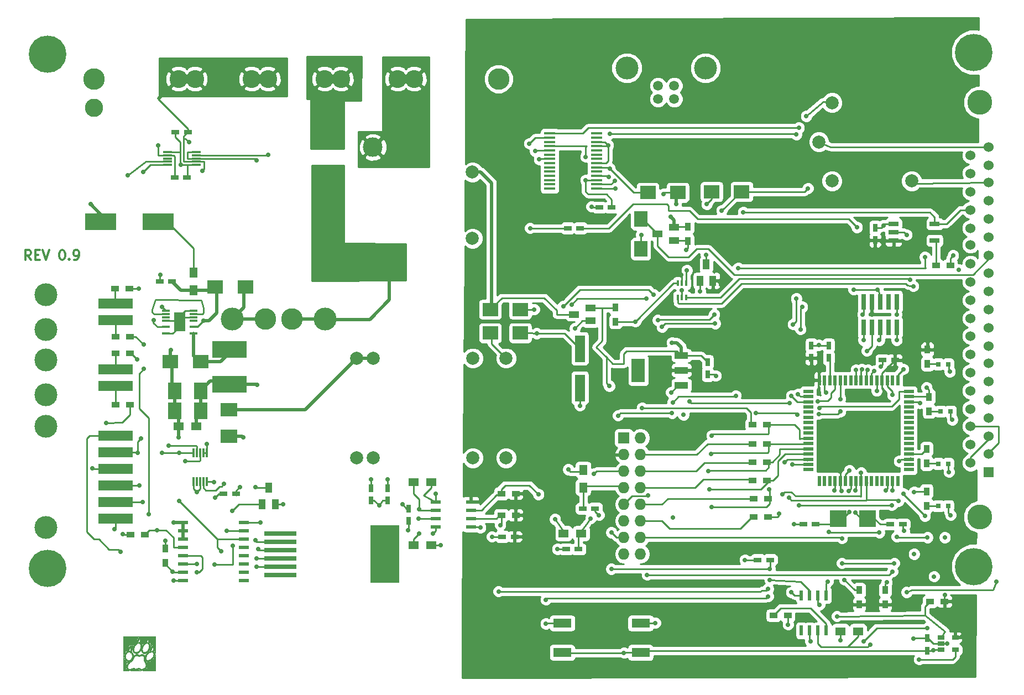
<source format=gbr>
G04 #@! TF.FileFunction,Copper,L1,Top,Signal*
%FSLAX46Y46*%
G04 Gerber Fmt 4.6, Leading zero omitted, Abs format (unit mm)*
G04 Created by KiCad (PCBNEW 4.0.2-stable) date 3/30/2017 9:01:33 AM*
%MOMM*%
G01*
G04 APERTURE LIST*
%ADD10C,0.100000*%
%ADD11C,0.300000*%
%ADD12C,0.002540*%
%ADD13C,2.000000*%
%ADD14C,5.715000*%
%ADD15R,1.200000X0.750000*%
%ADD16R,0.750000X1.200000*%
%ADD17R,2.500000X2.000000*%
%ADD18R,2.000000X2.500000*%
%ADD19R,0.797560X0.797560*%
%ADD20C,3.810000*%
%ADD21R,1.524000X1.524000*%
%ADD22C,1.524000*%
%ADD23R,5.000000X0.760000*%
%ADD24R,4.500000X8.800000*%
%ADD25R,1.727200X1.727200*%
%ADD26O,1.727200X1.727200*%
%ADD27R,1.200000X0.900000*%
%ADD28R,0.900000X1.200000*%
%ADD29R,1.500000X1.300000*%
%ADD30R,1.500000X0.550000*%
%ADD31R,0.550000X1.500000*%
%ADD32R,1.060000X0.650000*%
%ADD33R,1.500000X0.600000*%
%ADD34R,1.450000X0.300000*%
%ADD35R,0.300000X1.450000*%
%ADD36R,1.550000X0.600000*%
%ADD37R,2.032000X3.657600*%
%ADD38R,2.032000X1.016000*%
%ADD39R,0.600000X1.550000*%
%ADD40R,1.750000X0.450000*%
%ADD41R,1.000000X1.500000*%
%ADD42R,1.500000X1.000000*%
%ADD43R,2.500000X2.500000*%
%ADD44R,5.330000X1.650000*%
%ADD45C,3.500000*%
%ADD46C,2.750000*%
%ADD47C,3.300000*%
%ADD48C,2.790000*%
%ADD49R,0.760000X2.400000*%
%ADD50R,1.500000X0.800000*%
%ADD51R,0.400000X0.900000*%
%ADD52C,1.501140*%
%ADD53C,3.500120*%
%ADD54C,3.000000*%
%ADD55R,1.250000X0.305000*%
%ADD56R,1.651000X2.845000*%
%ADD57C,1.500000*%
%ADD58R,2.825000X1.400000*%
%ADD59R,1.300000X1.500000*%
%ADD60R,2.400000X2.000000*%
%ADD61R,2.000000X2.400000*%
%ADD62R,5.300980X2.540000*%
%ADD63R,4.800000X2.500000*%
%ADD64R,1.600000X4.100000*%
%ADD65C,0.700000*%
%ADD66C,0.250000*%
%ADD67C,0.500000*%
%ADD68C,0.254000*%
G04 APERTURE END LIST*
D10*
D11*
X71525215Y-90213571D02*
X71025215Y-89499286D01*
X70668072Y-90213571D02*
X70668072Y-88713571D01*
X71239500Y-88713571D01*
X71382358Y-88785000D01*
X71453786Y-88856429D01*
X71525215Y-88999286D01*
X71525215Y-89213571D01*
X71453786Y-89356429D01*
X71382358Y-89427857D01*
X71239500Y-89499286D01*
X70668072Y-89499286D01*
X72168072Y-89427857D02*
X72668072Y-89427857D01*
X72882358Y-90213571D02*
X72168072Y-90213571D01*
X72168072Y-88713571D01*
X72882358Y-88713571D01*
X73310929Y-88713571D02*
X73810929Y-90213571D01*
X74310929Y-88713571D01*
X76239500Y-88713571D02*
X76382357Y-88713571D01*
X76525214Y-88785000D01*
X76596643Y-88856429D01*
X76668072Y-88999286D01*
X76739500Y-89285000D01*
X76739500Y-89642143D01*
X76668072Y-89927857D01*
X76596643Y-90070714D01*
X76525214Y-90142143D01*
X76382357Y-90213571D01*
X76239500Y-90213571D01*
X76096643Y-90142143D01*
X76025214Y-90070714D01*
X75953786Y-89927857D01*
X75882357Y-89642143D01*
X75882357Y-89285000D01*
X75953786Y-88999286D01*
X76025214Y-88856429D01*
X76096643Y-88785000D01*
X76239500Y-88713571D01*
X77382357Y-90070714D02*
X77453785Y-90142143D01*
X77382357Y-90213571D01*
X77310928Y-90142143D01*
X77382357Y-90070714D01*
X77382357Y-90213571D01*
X78168071Y-90213571D02*
X78453786Y-90213571D01*
X78596643Y-90142143D01*
X78668071Y-90070714D01*
X78810929Y-89856429D01*
X78882357Y-89570714D01*
X78882357Y-88999286D01*
X78810929Y-88856429D01*
X78739500Y-88785000D01*
X78596643Y-88713571D01*
X78310929Y-88713571D01*
X78168071Y-88785000D01*
X78096643Y-88856429D01*
X78025214Y-88999286D01*
X78025214Y-89356429D01*
X78096643Y-89499286D01*
X78168071Y-89570714D01*
X78310929Y-89642143D01*
X78596643Y-89642143D01*
X78739500Y-89570714D01*
X78810929Y-89499286D01*
X78882357Y-89356429D01*
D12*
G36*
X90594180Y-147845780D02*
X90591640Y-149151340D01*
X90591640Y-149326600D01*
X90591640Y-149486620D01*
X90591640Y-149631400D01*
X90591640Y-149758400D01*
X90591640Y-149875240D01*
X90591640Y-149976840D01*
X90591640Y-150065740D01*
X90591640Y-150141940D01*
X90589100Y-150207980D01*
X90589100Y-150263860D01*
X90589100Y-150309580D01*
X90589100Y-150345140D01*
X90586560Y-150373080D01*
X90586560Y-150390860D01*
X90584020Y-150403560D01*
X90584020Y-150411180D01*
X90581480Y-150411180D01*
X90581480Y-150406100D01*
X90581480Y-150406100D01*
X90563700Y-150345140D01*
X90540840Y-150284180D01*
X90515440Y-150230840D01*
X90490040Y-150187660D01*
X90474800Y-150169880D01*
X90467180Y-150159720D01*
X90464640Y-150149560D01*
X90464640Y-150136860D01*
X90467180Y-150114000D01*
X90474800Y-150080980D01*
X90492580Y-149974300D01*
X90505280Y-149865080D01*
X90507820Y-149750780D01*
X90505280Y-149639020D01*
X90495120Y-149532340D01*
X90474800Y-149438360D01*
X90474800Y-149433280D01*
X90446860Y-149346920D01*
X90408760Y-149275800D01*
X90363040Y-149217380D01*
X90309700Y-149174200D01*
X90281760Y-149158960D01*
X90253820Y-149146260D01*
X90225880Y-149138640D01*
X90195400Y-149136100D01*
X90162380Y-149136100D01*
X90124280Y-149136100D01*
X90093800Y-149138640D01*
X90070940Y-149146260D01*
X90040460Y-149158960D01*
X90032840Y-149164040D01*
X89974420Y-149202140D01*
X89938860Y-149235160D01*
X89900760Y-149278340D01*
X89890600Y-149214840D01*
X89865200Y-149103080D01*
X89827100Y-148993860D01*
X89776300Y-148897340D01*
X89773760Y-148889720D01*
X89738200Y-148836380D01*
X89755980Y-148777960D01*
X89771220Y-148717000D01*
X89783920Y-148663660D01*
X89791540Y-148610320D01*
X89796620Y-148556980D01*
X89799160Y-148496020D01*
X89801700Y-148424900D01*
X89801700Y-148394420D01*
X89799160Y-148295360D01*
X89794080Y-148211540D01*
X89786460Y-148140420D01*
X89771220Y-148079460D01*
X89753440Y-148028660D01*
X89728040Y-147985480D01*
X89700100Y-147947380D01*
X89677240Y-147927060D01*
X89639140Y-147894040D01*
X89601040Y-147873720D01*
X89560400Y-147861020D01*
X89509600Y-147853400D01*
X89471500Y-147853400D01*
X89418160Y-147855940D01*
X89369900Y-147866100D01*
X89326720Y-147883880D01*
X89288620Y-147914360D01*
X89247980Y-147955000D01*
X89204800Y-148008340D01*
X89187020Y-148031200D01*
X89103200Y-148160740D01*
X89029540Y-148297900D01*
X88966040Y-148435060D01*
X88917780Y-148574760D01*
X88900000Y-148630640D01*
X88889840Y-148668740D01*
X88882220Y-148699220D01*
X88874600Y-148722080D01*
X88872060Y-148729700D01*
X88816180Y-148772880D01*
X88752680Y-148826220D01*
X88689180Y-148884640D01*
X88628220Y-148948140D01*
X88590120Y-148991320D01*
X88546940Y-149042120D01*
X88513920Y-148971000D01*
X88496140Y-148935440D01*
X88478360Y-148902420D01*
X88463120Y-148877020D01*
X88458040Y-148869400D01*
X88437720Y-148841460D01*
X88455500Y-148765260D01*
X88478360Y-148668740D01*
X88493600Y-148564600D01*
X88501220Y-148457920D01*
X88501220Y-148353780D01*
X88496140Y-148252180D01*
X88485980Y-148158200D01*
X88468200Y-148076920D01*
X88463120Y-148061680D01*
X88435180Y-147998180D01*
X88399620Y-147944840D01*
X88358980Y-147909280D01*
X88318340Y-147881340D01*
X88277700Y-147866100D01*
X88234520Y-147855940D01*
X88181180Y-147853400D01*
X88168480Y-147853400D01*
X88117680Y-147855940D01*
X88074500Y-147863560D01*
X88033860Y-147881340D01*
X87995760Y-147906740D01*
X87957660Y-147942300D01*
X87917020Y-147988020D01*
X87873840Y-148048980D01*
X87848440Y-148084540D01*
X87782400Y-148191220D01*
X87723980Y-148305520D01*
X87670640Y-148422360D01*
X87627460Y-148536660D01*
X87594440Y-148645880D01*
X87591900Y-148658580D01*
X87576660Y-148724620D01*
X87520780Y-148767800D01*
X87431880Y-148838920D01*
X87348060Y-148925280D01*
X87266780Y-149021800D01*
X87193120Y-149123400D01*
X87129620Y-149227540D01*
X87122000Y-149245320D01*
X87081360Y-149321520D01*
X87066120Y-149293580D01*
X87033100Y-149242780D01*
X86984840Y-149199600D01*
X86928960Y-149164040D01*
X86868000Y-149141180D01*
X86832440Y-149133560D01*
X86776560Y-149133560D01*
X86723220Y-149143720D01*
X86674960Y-149164040D01*
X86624160Y-149194520D01*
X86573360Y-149240240D01*
X86520020Y-149301200D01*
X86461600Y-149374860D01*
X86428580Y-149423120D01*
X86344760Y-149555200D01*
X86273640Y-149689820D01*
X86217760Y-149824440D01*
X86177120Y-149948900D01*
X86146640Y-150050500D01*
X86103460Y-150075900D01*
X86072980Y-150096220D01*
X86037420Y-150126700D01*
X85996780Y-150164800D01*
X85956140Y-150205440D01*
X85915500Y-150246080D01*
X85882480Y-150286720D01*
X85859620Y-150314660D01*
X85796120Y-150426420D01*
X85745320Y-150548340D01*
X85707220Y-150672800D01*
X85704680Y-150690580D01*
X85697060Y-150738840D01*
X85691980Y-150799800D01*
X85689440Y-150865840D01*
X85691980Y-150936960D01*
X85694520Y-151003000D01*
X85699600Y-151063960D01*
X85707220Y-151114760D01*
X85707220Y-151122380D01*
X85740240Y-151239220D01*
X85788500Y-151348440D01*
X85846920Y-151450040D01*
X85915500Y-151541480D01*
X85996780Y-151620220D01*
X86075520Y-151678640D01*
X86121240Y-151706580D01*
X86177120Y-151734520D01*
X86233000Y-151757380D01*
X86283800Y-151775160D01*
X86293960Y-151777700D01*
X86316820Y-151782780D01*
X86268560Y-151841200D01*
X86192360Y-151935180D01*
X86128860Y-152031700D01*
X86078060Y-152130760D01*
X86037420Y-152234900D01*
X86014560Y-152313640D01*
X86001860Y-152384760D01*
X85994240Y-152463500D01*
X85991700Y-152542240D01*
X85996780Y-152618440D01*
X86009480Y-152684480D01*
X86012020Y-152689560D01*
X86045040Y-152786080D01*
X86093300Y-152872440D01*
X86154260Y-152951180D01*
X86225380Y-153017220D01*
X86306660Y-153070560D01*
X86398100Y-153111200D01*
X86443820Y-153126440D01*
X86479380Y-153136600D01*
X86507320Y-153144220D01*
X86527640Y-153146760D01*
X86525100Y-153149300D01*
X86504780Y-153149300D01*
X86471760Y-153149300D01*
X86426040Y-153149300D01*
X86370160Y-153151840D01*
X86304120Y-153151840D01*
X86227920Y-153151840D01*
X86146640Y-153151840D01*
X86116160Y-153151840D01*
X85681820Y-153154380D01*
X85681820Y-150500080D01*
X85681820Y-147845780D01*
X88138000Y-147845780D01*
X90594180Y-147845780D01*
X90594180Y-147845780D01*
X90594180Y-147845780D01*
G37*
X90594180Y-147845780D02*
X90591640Y-149151340D01*
X90591640Y-149326600D01*
X90591640Y-149486620D01*
X90591640Y-149631400D01*
X90591640Y-149758400D01*
X90591640Y-149875240D01*
X90591640Y-149976840D01*
X90591640Y-150065740D01*
X90591640Y-150141940D01*
X90589100Y-150207980D01*
X90589100Y-150263860D01*
X90589100Y-150309580D01*
X90589100Y-150345140D01*
X90586560Y-150373080D01*
X90586560Y-150390860D01*
X90584020Y-150403560D01*
X90584020Y-150411180D01*
X90581480Y-150411180D01*
X90581480Y-150406100D01*
X90581480Y-150406100D01*
X90563700Y-150345140D01*
X90540840Y-150284180D01*
X90515440Y-150230840D01*
X90490040Y-150187660D01*
X90474800Y-150169880D01*
X90467180Y-150159720D01*
X90464640Y-150149560D01*
X90464640Y-150136860D01*
X90467180Y-150114000D01*
X90474800Y-150080980D01*
X90492580Y-149974300D01*
X90505280Y-149865080D01*
X90507820Y-149750780D01*
X90505280Y-149639020D01*
X90495120Y-149532340D01*
X90474800Y-149438360D01*
X90474800Y-149433280D01*
X90446860Y-149346920D01*
X90408760Y-149275800D01*
X90363040Y-149217380D01*
X90309700Y-149174200D01*
X90281760Y-149158960D01*
X90253820Y-149146260D01*
X90225880Y-149138640D01*
X90195400Y-149136100D01*
X90162380Y-149136100D01*
X90124280Y-149136100D01*
X90093800Y-149138640D01*
X90070940Y-149146260D01*
X90040460Y-149158960D01*
X90032840Y-149164040D01*
X89974420Y-149202140D01*
X89938860Y-149235160D01*
X89900760Y-149278340D01*
X89890600Y-149214840D01*
X89865200Y-149103080D01*
X89827100Y-148993860D01*
X89776300Y-148897340D01*
X89773760Y-148889720D01*
X89738200Y-148836380D01*
X89755980Y-148777960D01*
X89771220Y-148717000D01*
X89783920Y-148663660D01*
X89791540Y-148610320D01*
X89796620Y-148556980D01*
X89799160Y-148496020D01*
X89801700Y-148424900D01*
X89801700Y-148394420D01*
X89799160Y-148295360D01*
X89794080Y-148211540D01*
X89786460Y-148140420D01*
X89771220Y-148079460D01*
X89753440Y-148028660D01*
X89728040Y-147985480D01*
X89700100Y-147947380D01*
X89677240Y-147927060D01*
X89639140Y-147894040D01*
X89601040Y-147873720D01*
X89560400Y-147861020D01*
X89509600Y-147853400D01*
X89471500Y-147853400D01*
X89418160Y-147855940D01*
X89369900Y-147866100D01*
X89326720Y-147883880D01*
X89288620Y-147914360D01*
X89247980Y-147955000D01*
X89204800Y-148008340D01*
X89187020Y-148031200D01*
X89103200Y-148160740D01*
X89029540Y-148297900D01*
X88966040Y-148435060D01*
X88917780Y-148574760D01*
X88900000Y-148630640D01*
X88889840Y-148668740D01*
X88882220Y-148699220D01*
X88874600Y-148722080D01*
X88872060Y-148729700D01*
X88816180Y-148772880D01*
X88752680Y-148826220D01*
X88689180Y-148884640D01*
X88628220Y-148948140D01*
X88590120Y-148991320D01*
X88546940Y-149042120D01*
X88513920Y-148971000D01*
X88496140Y-148935440D01*
X88478360Y-148902420D01*
X88463120Y-148877020D01*
X88458040Y-148869400D01*
X88437720Y-148841460D01*
X88455500Y-148765260D01*
X88478360Y-148668740D01*
X88493600Y-148564600D01*
X88501220Y-148457920D01*
X88501220Y-148353780D01*
X88496140Y-148252180D01*
X88485980Y-148158200D01*
X88468200Y-148076920D01*
X88463120Y-148061680D01*
X88435180Y-147998180D01*
X88399620Y-147944840D01*
X88358980Y-147909280D01*
X88318340Y-147881340D01*
X88277700Y-147866100D01*
X88234520Y-147855940D01*
X88181180Y-147853400D01*
X88168480Y-147853400D01*
X88117680Y-147855940D01*
X88074500Y-147863560D01*
X88033860Y-147881340D01*
X87995760Y-147906740D01*
X87957660Y-147942300D01*
X87917020Y-147988020D01*
X87873840Y-148048980D01*
X87848440Y-148084540D01*
X87782400Y-148191220D01*
X87723980Y-148305520D01*
X87670640Y-148422360D01*
X87627460Y-148536660D01*
X87594440Y-148645880D01*
X87591900Y-148658580D01*
X87576660Y-148724620D01*
X87520780Y-148767800D01*
X87431880Y-148838920D01*
X87348060Y-148925280D01*
X87266780Y-149021800D01*
X87193120Y-149123400D01*
X87129620Y-149227540D01*
X87122000Y-149245320D01*
X87081360Y-149321520D01*
X87066120Y-149293580D01*
X87033100Y-149242780D01*
X86984840Y-149199600D01*
X86928960Y-149164040D01*
X86868000Y-149141180D01*
X86832440Y-149133560D01*
X86776560Y-149133560D01*
X86723220Y-149143720D01*
X86674960Y-149164040D01*
X86624160Y-149194520D01*
X86573360Y-149240240D01*
X86520020Y-149301200D01*
X86461600Y-149374860D01*
X86428580Y-149423120D01*
X86344760Y-149555200D01*
X86273640Y-149689820D01*
X86217760Y-149824440D01*
X86177120Y-149948900D01*
X86146640Y-150050500D01*
X86103460Y-150075900D01*
X86072980Y-150096220D01*
X86037420Y-150126700D01*
X85996780Y-150164800D01*
X85956140Y-150205440D01*
X85915500Y-150246080D01*
X85882480Y-150286720D01*
X85859620Y-150314660D01*
X85796120Y-150426420D01*
X85745320Y-150548340D01*
X85707220Y-150672800D01*
X85704680Y-150690580D01*
X85697060Y-150738840D01*
X85691980Y-150799800D01*
X85689440Y-150865840D01*
X85691980Y-150936960D01*
X85694520Y-151003000D01*
X85699600Y-151063960D01*
X85707220Y-151114760D01*
X85707220Y-151122380D01*
X85740240Y-151239220D01*
X85788500Y-151348440D01*
X85846920Y-151450040D01*
X85915500Y-151541480D01*
X85996780Y-151620220D01*
X86075520Y-151678640D01*
X86121240Y-151706580D01*
X86177120Y-151734520D01*
X86233000Y-151757380D01*
X86283800Y-151775160D01*
X86293960Y-151777700D01*
X86316820Y-151782780D01*
X86268560Y-151841200D01*
X86192360Y-151935180D01*
X86128860Y-152031700D01*
X86078060Y-152130760D01*
X86037420Y-152234900D01*
X86014560Y-152313640D01*
X86001860Y-152384760D01*
X85994240Y-152463500D01*
X85991700Y-152542240D01*
X85996780Y-152618440D01*
X86009480Y-152684480D01*
X86012020Y-152689560D01*
X86045040Y-152786080D01*
X86093300Y-152872440D01*
X86154260Y-152951180D01*
X86225380Y-153017220D01*
X86306660Y-153070560D01*
X86398100Y-153111200D01*
X86443820Y-153126440D01*
X86479380Y-153136600D01*
X86507320Y-153144220D01*
X86527640Y-153146760D01*
X86525100Y-153149300D01*
X86504780Y-153149300D01*
X86471760Y-153149300D01*
X86426040Y-153149300D01*
X86370160Y-153151840D01*
X86304120Y-153151840D01*
X86227920Y-153151840D01*
X86146640Y-153151840D01*
X86116160Y-153151840D01*
X85681820Y-153154380D01*
X85681820Y-150500080D01*
X85681820Y-147845780D01*
X88138000Y-147845780D01*
X90594180Y-147845780D01*
X90594180Y-147845780D01*
G36*
X88336120Y-153144220D02*
X88333580Y-153146760D01*
X88323420Y-153146760D01*
X88308180Y-153149300D01*
X88282780Y-153149300D01*
X88249760Y-153149300D01*
X88206580Y-153151840D01*
X88153240Y-153151840D01*
X88087200Y-153151840D01*
X88008460Y-153151840D01*
X87914480Y-153151840D01*
X87810340Y-153151840D01*
X87688420Y-153151840D01*
X87566500Y-153151840D01*
X87429340Y-153151840D01*
X87309960Y-153151840D01*
X87203280Y-153151840D01*
X87111840Y-153151840D01*
X87035640Y-153151840D01*
X86969600Y-153151840D01*
X86918800Y-153149300D01*
X86875620Y-153149300D01*
X86845140Y-153149300D01*
X86822280Y-153146760D01*
X86807040Y-153146760D01*
X86799420Y-153144220D01*
X86799420Y-153144220D01*
X86807040Y-153141680D01*
X86809580Y-153141680D01*
X86860380Y-153128980D01*
X86911180Y-153113740D01*
X86967060Y-153093420D01*
X87028020Y-153065480D01*
X87088980Y-153037540D01*
X87205820Y-152981660D01*
X87246460Y-153017220D01*
X87312500Y-153065480D01*
X87388700Y-153098500D01*
X87475060Y-153121360D01*
X87569040Y-153128980D01*
X87571580Y-153128980D01*
X87655400Y-153123900D01*
X87736680Y-153106120D01*
X87815420Y-153078180D01*
X87899240Y-153035000D01*
X87939880Y-153009600D01*
X87993220Y-152974040D01*
X88038940Y-153009600D01*
X88132920Y-153070560D01*
X88231980Y-153113740D01*
X88323420Y-153141680D01*
X88331040Y-153141680D01*
X88336120Y-153144220D01*
X88336120Y-153144220D01*
X88336120Y-153144220D01*
G37*
X88336120Y-153144220D02*
X88333580Y-153146760D01*
X88323420Y-153146760D01*
X88308180Y-153149300D01*
X88282780Y-153149300D01*
X88249760Y-153149300D01*
X88206580Y-153151840D01*
X88153240Y-153151840D01*
X88087200Y-153151840D01*
X88008460Y-153151840D01*
X87914480Y-153151840D01*
X87810340Y-153151840D01*
X87688420Y-153151840D01*
X87566500Y-153151840D01*
X87429340Y-153151840D01*
X87309960Y-153151840D01*
X87203280Y-153151840D01*
X87111840Y-153151840D01*
X87035640Y-153151840D01*
X86969600Y-153151840D01*
X86918800Y-153149300D01*
X86875620Y-153149300D01*
X86845140Y-153149300D01*
X86822280Y-153146760D01*
X86807040Y-153146760D01*
X86799420Y-153144220D01*
X86799420Y-153144220D01*
X86807040Y-153141680D01*
X86809580Y-153141680D01*
X86860380Y-153128980D01*
X86911180Y-153113740D01*
X86967060Y-153093420D01*
X87028020Y-153065480D01*
X87088980Y-153037540D01*
X87205820Y-152981660D01*
X87246460Y-153017220D01*
X87312500Y-153065480D01*
X87388700Y-153098500D01*
X87475060Y-153121360D01*
X87569040Y-153128980D01*
X87571580Y-153128980D01*
X87655400Y-153123900D01*
X87736680Y-153106120D01*
X87815420Y-153078180D01*
X87899240Y-153035000D01*
X87939880Y-153009600D01*
X87993220Y-152974040D01*
X88038940Y-153009600D01*
X88132920Y-153070560D01*
X88231980Y-153113740D01*
X88323420Y-153141680D01*
X88331040Y-153141680D01*
X88336120Y-153144220D01*
X88336120Y-153144220D01*
G36*
X90594180Y-153154380D02*
X89590880Y-153151840D01*
X89590880Y-151899620D01*
X89588340Y-151894540D01*
X89580720Y-151894540D01*
X89568020Y-151902160D01*
X89565480Y-151925020D01*
X89565480Y-151927560D01*
X89565480Y-151947880D01*
X89570560Y-151952960D01*
X89575640Y-151940260D01*
X89585800Y-151919940D01*
X89590880Y-151899620D01*
X89590880Y-153151840D01*
X89588340Y-153151840D01*
X89557860Y-153151840D01*
X89557860Y-151919940D01*
X89550240Y-151922480D01*
X89547700Y-151925020D01*
X89537540Y-151930100D01*
X89535000Y-151922480D01*
X89535000Y-151914860D01*
X89529920Y-151897080D01*
X89519760Y-151892000D01*
X89509600Y-151902160D01*
X89507060Y-151912320D01*
X89499440Y-151935180D01*
X89496900Y-151945340D01*
X89496900Y-151897080D01*
X89491820Y-151894540D01*
X89474040Y-151892000D01*
X89471500Y-151892000D01*
X89451180Y-151894540D01*
X89446100Y-151897080D01*
X89448640Y-151899620D01*
X89456260Y-151909780D01*
X89451180Y-151927560D01*
X89451180Y-151930100D01*
X89443560Y-151947880D01*
X89443560Y-151958040D01*
X89446100Y-151958040D01*
X89453720Y-151950420D01*
X89461340Y-151935180D01*
X89466420Y-151922480D01*
X89466420Y-151919940D01*
X89474040Y-151907240D01*
X89486740Y-151899620D01*
X89496900Y-151897080D01*
X89496900Y-151945340D01*
X89494360Y-151958040D01*
X89496900Y-151958040D01*
X89507060Y-151947880D01*
X89512140Y-151937720D01*
X89524840Y-151912320D01*
X89527380Y-151937720D01*
X89529920Y-151955500D01*
X89535000Y-151958040D01*
X89547700Y-151945340D01*
X89557860Y-151930100D01*
X89557860Y-151919940D01*
X89557860Y-153151840D01*
X89435940Y-153151840D01*
X89298780Y-153151840D01*
X89176860Y-153151840D01*
X89067640Y-153151840D01*
X88976200Y-153151840D01*
X88894920Y-153151840D01*
X88826340Y-153151840D01*
X88770460Y-153149300D01*
X88724740Y-153149300D01*
X88689180Y-153149300D01*
X88663780Y-153146760D01*
X88643460Y-153146760D01*
X88633300Y-153144220D01*
X88630760Y-153144220D01*
X88633300Y-153141680D01*
X88638380Y-153141680D01*
X88755220Y-153108660D01*
X88866980Y-153062940D01*
X88971120Y-153001980D01*
X89070180Y-152925780D01*
X89141300Y-152857200D01*
X89214960Y-152770840D01*
X89275920Y-152676860D01*
X89324180Y-152575260D01*
X89364820Y-152463500D01*
X89372440Y-152435560D01*
X89380060Y-152400000D01*
X89387680Y-152372060D01*
X89390220Y-152341580D01*
X89392760Y-152306020D01*
X89395300Y-152260300D01*
X89395300Y-152214580D01*
X89392760Y-152138380D01*
X89390220Y-152072340D01*
X89380060Y-152016460D01*
X89364820Y-151963120D01*
X89344500Y-151907240D01*
X89326720Y-151869140D01*
X89314020Y-151838660D01*
X89303860Y-151815800D01*
X89298780Y-151803100D01*
X89298780Y-151803100D01*
X89306400Y-151800560D01*
X89326720Y-151800560D01*
X89357200Y-151798020D01*
X89369900Y-151798020D01*
X89479120Y-151790400D01*
X89593420Y-151767540D01*
X89707720Y-151729440D01*
X89822020Y-151678640D01*
X89936320Y-151612600D01*
X89984580Y-151579580D01*
X90032840Y-151544020D01*
X90088720Y-151495760D01*
X90147140Y-151439880D01*
X90205560Y-151381460D01*
X90258900Y-151323040D01*
X90307160Y-151267160D01*
X90347800Y-151218900D01*
X90350340Y-151213820D01*
X90431620Y-151089360D01*
X90495120Y-150962360D01*
X90545920Y-150835360D01*
X90576400Y-150723600D01*
X90591640Y-150642320D01*
X90591640Y-151899620D01*
X90594180Y-153154380D01*
X90594180Y-153154380D01*
X90594180Y-153154380D01*
G37*
X90594180Y-153154380D02*
X89590880Y-153151840D01*
X89590880Y-151899620D01*
X89588340Y-151894540D01*
X89580720Y-151894540D01*
X89568020Y-151902160D01*
X89565480Y-151925020D01*
X89565480Y-151927560D01*
X89565480Y-151947880D01*
X89570560Y-151952960D01*
X89575640Y-151940260D01*
X89585800Y-151919940D01*
X89590880Y-151899620D01*
X89590880Y-153151840D01*
X89588340Y-153151840D01*
X89557860Y-153151840D01*
X89557860Y-151919940D01*
X89550240Y-151922480D01*
X89547700Y-151925020D01*
X89537540Y-151930100D01*
X89535000Y-151922480D01*
X89535000Y-151914860D01*
X89529920Y-151897080D01*
X89519760Y-151892000D01*
X89509600Y-151902160D01*
X89507060Y-151912320D01*
X89499440Y-151935180D01*
X89496900Y-151945340D01*
X89496900Y-151897080D01*
X89491820Y-151894540D01*
X89474040Y-151892000D01*
X89471500Y-151892000D01*
X89451180Y-151894540D01*
X89446100Y-151897080D01*
X89448640Y-151899620D01*
X89456260Y-151909780D01*
X89451180Y-151927560D01*
X89451180Y-151930100D01*
X89443560Y-151947880D01*
X89443560Y-151958040D01*
X89446100Y-151958040D01*
X89453720Y-151950420D01*
X89461340Y-151935180D01*
X89466420Y-151922480D01*
X89466420Y-151919940D01*
X89474040Y-151907240D01*
X89486740Y-151899620D01*
X89496900Y-151897080D01*
X89496900Y-151945340D01*
X89494360Y-151958040D01*
X89496900Y-151958040D01*
X89507060Y-151947880D01*
X89512140Y-151937720D01*
X89524840Y-151912320D01*
X89527380Y-151937720D01*
X89529920Y-151955500D01*
X89535000Y-151958040D01*
X89547700Y-151945340D01*
X89557860Y-151930100D01*
X89557860Y-151919940D01*
X89557860Y-153151840D01*
X89435940Y-153151840D01*
X89298780Y-153151840D01*
X89176860Y-153151840D01*
X89067640Y-153151840D01*
X88976200Y-153151840D01*
X88894920Y-153151840D01*
X88826340Y-153151840D01*
X88770460Y-153149300D01*
X88724740Y-153149300D01*
X88689180Y-153149300D01*
X88663780Y-153146760D01*
X88643460Y-153146760D01*
X88633300Y-153144220D01*
X88630760Y-153144220D01*
X88633300Y-153141680D01*
X88638380Y-153141680D01*
X88755220Y-153108660D01*
X88866980Y-153062940D01*
X88971120Y-153001980D01*
X89070180Y-152925780D01*
X89141300Y-152857200D01*
X89214960Y-152770840D01*
X89275920Y-152676860D01*
X89324180Y-152575260D01*
X89364820Y-152463500D01*
X89372440Y-152435560D01*
X89380060Y-152400000D01*
X89387680Y-152372060D01*
X89390220Y-152341580D01*
X89392760Y-152306020D01*
X89395300Y-152260300D01*
X89395300Y-152214580D01*
X89392760Y-152138380D01*
X89390220Y-152072340D01*
X89380060Y-152016460D01*
X89364820Y-151963120D01*
X89344500Y-151907240D01*
X89326720Y-151869140D01*
X89314020Y-151838660D01*
X89303860Y-151815800D01*
X89298780Y-151803100D01*
X89298780Y-151803100D01*
X89306400Y-151800560D01*
X89326720Y-151800560D01*
X89357200Y-151798020D01*
X89369900Y-151798020D01*
X89479120Y-151790400D01*
X89593420Y-151767540D01*
X89707720Y-151729440D01*
X89822020Y-151678640D01*
X89936320Y-151612600D01*
X89984580Y-151579580D01*
X90032840Y-151544020D01*
X90088720Y-151495760D01*
X90147140Y-151439880D01*
X90205560Y-151381460D01*
X90258900Y-151323040D01*
X90307160Y-151267160D01*
X90347800Y-151218900D01*
X90350340Y-151213820D01*
X90431620Y-151089360D01*
X90495120Y-150962360D01*
X90545920Y-150835360D01*
X90576400Y-150723600D01*
X90591640Y-150642320D01*
X90591640Y-151899620D01*
X90594180Y-153154380D01*
X90594180Y-153154380D01*
G36*
X90495120Y-150566120D02*
X90490040Y-150624540D01*
X90484960Y-150675340D01*
X90479880Y-150703280D01*
X90472260Y-150738840D01*
X90459560Y-150782020D01*
X90444320Y-150827740D01*
X90441780Y-150837900D01*
X90390980Y-150954740D01*
X90324940Y-151071580D01*
X90284300Y-151132540D01*
X90284300Y-150558500D01*
X90284300Y-150510240D01*
X90281760Y-150477220D01*
X90279220Y-150451820D01*
X90274140Y-150431500D01*
X90269060Y-150411180D01*
X90263980Y-150406100D01*
X90230960Y-150350220D01*
X90210640Y-150329900D01*
X90210640Y-149720300D01*
X90208100Y-149697440D01*
X90205560Y-149654260D01*
X90197940Y-149608540D01*
X90190320Y-149562820D01*
X90182700Y-149522180D01*
X90175080Y-149486620D01*
X90167460Y-149461220D01*
X90162380Y-149451060D01*
X90154760Y-149453600D01*
X90142060Y-149468840D01*
X90121740Y-149496780D01*
X90101420Y-149532340D01*
X90076020Y-149575520D01*
X90050620Y-149623780D01*
X90027760Y-149674580D01*
X90002360Y-149725380D01*
X89982040Y-149776180D01*
X89964260Y-149821900D01*
X89964260Y-149824440D01*
X89943940Y-149887940D01*
X89926160Y-149956520D01*
X89908380Y-150035260D01*
X89895680Y-150101300D01*
X89890600Y-150129240D01*
X89936320Y-150116540D01*
X89964260Y-150111460D01*
X90002360Y-150108920D01*
X90045540Y-150106380D01*
X90068400Y-150106380D01*
X90159840Y-150106380D01*
X90177620Y-150025100D01*
X90197940Y-149918420D01*
X90208100Y-149816820D01*
X90210640Y-149720300D01*
X90210640Y-150329900D01*
X90185240Y-150307040D01*
X90149680Y-150284180D01*
X90103960Y-150268940D01*
X90045540Y-150258780D01*
X89984580Y-150258780D01*
X89918540Y-150263860D01*
X89877900Y-150274020D01*
X89776300Y-150309580D01*
X89677240Y-150357840D01*
X89583260Y-150421340D01*
X89489280Y-150492460D01*
X89405460Y-150576280D01*
X89326720Y-150665180D01*
X89255600Y-150759160D01*
X89197180Y-150858220D01*
X89151460Y-150959820D01*
X89118440Y-151061420D01*
X89103200Y-151140160D01*
X89100660Y-151216360D01*
X89108280Y-151287480D01*
X89131140Y-151350980D01*
X89164160Y-151404320D01*
X89204800Y-151444960D01*
X89258140Y-151475440D01*
X89270840Y-151480520D01*
X89316560Y-151490680D01*
X89372440Y-151493220D01*
X89433400Y-151490680D01*
X89491820Y-151483060D01*
X89517220Y-151477980D01*
X89618820Y-151442420D01*
X89717880Y-151391620D01*
X89814400Y-151328120D01*
X89908380Y-151251920D01*
X89994740Y-151168100D01*
X90076020Y-151074120D01*
X90144600Y-150975060D01*
X90205560Y-150870920D01*
X90251280Y-150764240D01*
X90256360Y-150749000D01*
X90269060Y-150713440D01*
X90276680Y-150685500D01*
X90281760Y-150657560D01*
X90284300Y-150627080D01*
X90284300Y-150586440D01*
X90284300Y-150558500D01*
X90284300Y-151132540D01*
X90248740Y-151185880D01*
X90159840Y-151292560D01*
X90060780Y-151389080D01*
X89954100Y-151477980D01*
X89844880Y-151554180D01*
X89755980Y-151602440D01*
X89697560Y-151630380D01*
X89631520Y-151653240D01*
X89560400Y-151676100D01*
X89496900Y-151691340D01*
X89456260Y-151696420D01*
X89362280Y-151701500D01*
X89273380Y-151691340D01*
X89192100Y-151668480D01*
X89118440Y-151632920D01*
X89054940Y-151584660D01*
X89037160Y-151569420D01*
X89029540Y-151564340D01*
X89027000Y-151564340D01*
X89032080Y-151574500D01*
X89044780Y-151594820D01*
X89062560Y-151622760D01*
X89087960Y-151658320D01*
X89105740Y-151686260D01*
X89161620Y-151770080D01*
X89204800Y-151843740D01*
X89237820Y-151909780D01*
X89263220Y-151975820D01*
X89283540Y-152039320D01*
X89296240Y-152105360D01*
X89298780Y-152133300D01*
X89303860Y-152232360D01*
X89291160Y-152336500D01*
X89268300Y-152440640D01*
X89230200Y-152544780D01*
X89181940Y-152641300D01*
X89120980Y-152730200D01*
X89113360Y-152740360D01*
X89095580Y-152760680D01*
X89095580Y-152212040D01*
X89093040Y-152156160D01*
X89087960Y-152107900D01*
X89075260Y-152059640D01*
X89060020Y-152011380D01*
X89034620Y-151960580D01*
X89001600Y-151902160D01*
X88960960Y-151836120D01*
X88927940Y-151785320D01*
X88879680Y-151716740D01*
X88844120Y-151655780D01*
X88816180Y-151602440D01*
X88795860Y-151554180D01*
X88780620Y-151508460D01*
X88778080Y-151490680D01*
X88770460Y-151442420D01*
X88765380Y-151396700D01*
X88767920Y-151350980D01*
X88773000Y-151295100D01*
X88785700Y-151229060D01*
X88785700Y-151221440D01*
X88798400Y-151155400D01*
X88803480Y-151099520D01*
X88803480Y-151051260D01*
X88793320Y-151010620D01*
X88780620Y-150967440D01*
X88773000Y-150954740D01*
X88737440Y-150896320D01*
X88689180Y-150848060D01*
X88633300Y-150815040D01*
X88569800Y-150797260D01*
X88501220Y-150794720D01*
X88455500Y-150799800D01*
X88425020Y-150807420D01*
X88384380Y-150822660D01*
X88333580Y-150842980D01*
X88280240Y-150868380D01*
X88211660Y-150898860D01*
X88155780Y-150921720D01*
X88104980Y-150931880D01*
X88061800Y-150934420D01*
X88021160Y-150926800D01*
X87980520Y-150911560D01*
X87939880Y-150883620D01*
X87932260Y-150881080D01*
X87884000Y-150845520D01*
X87843360Y-150822660D01*
X87805260Y-150807420D01*
X87769700Y-150799800D01*
X87729060Y-150797260D01*
X87711280Y-150797260D01*
X87668100Y-150797260D01*
X87635080Y-150802340D01*
X87604600Y-150809960D01*
X87581740Y-150817580D01*
X87503000Y-150855680D01*
X87434420Y-150901400D01*
X87376000Y-150954740D01*
X87320120Y-151015700D01*
X87274400Y-151086820D01*
X87238840Y-151165560D01*
X87218520Y-151218900D01*
X87195660Y-151284940D01*
X87170260Y-151343360D01*
X87142320Y-151399240D01*
X87109300Y-151452580D01*
X87071200Y-151505920D01*
X87025480Y-151559260D01*
X86997540Y-151584660D01*
X86997540Y-150850600D01*
X86997540Y-150799800D01*
X86995000Y-150761700D01*
X86992460Y-150728680D01*
X86987380Y-150700740D01*
X86979760Y-150672800D01*
X86974680Y-150652480D01*
X86946740Y-150571200D01*
X86913720Y-150505160D01*
X86870540Y-150444200D01*
X86824820Y-150393400D01*
X86807040Y-150378160D01*
X86807040Y-149550120D01*
X86807040Y-149512020D01*
X86807040Y-149484080D01*
X86804500Y-149473920D01*
X86799420Y-149440900D01*
X86766400Y-149479000D01*
X86730840Y-149519640D01*
X86695280Y-149572980D01*
X86654640Y-149633940D01*
X86616540Y-149694900D01*
X86580980Y-149758400D01*
X86555580Y-149811740D01*
X86537800Y-149847300D01*
X86520020Y-149887940D01*
X86502240Y-149936200D01*
X86484460Y-149981920D01*
X86469220Y-150025100D01*
X86456520Y-150063200D01*
X86446360Y-150091140D01*
X86443820Y-150103840D01*
X86451440Y-150106380D01*
X86474300Y-150106380D01*
X86504780Y-150108920D01*
X86530180Y-150106380D01*
X86588600Y-150106380D01*
X86631780Y-150111460D01*
X86657180Y-150116540D01*
X86695280Y-150126700D01*
X86707980Y-150096220D01*
X86718140Y-150075900D01*
X86730840Y-150042880D01*
X86743540Y-150007320D01*
X86743540Y-149999700D01*
X86766400Y-149931120D01*
X86784180Y-149865080D01*
X86794340Y-149799040D01*
X86801960Y-149725380D01*
X86807040Y-149646640D01*
X86807040Y-149598380D01*
X86807040Y-149550120D01*
X86807040Y-150378160D01*
X86763860Y-150337520D01*
X86700360Y-150296880D01*
X86631780Y-150271480D01*
X86558120Y-150258780D01*
X86512400Y-150258780D01*
X86426040Y-150266400D01*
X86344760Y-150289260D01*
X86271100Y-150329900D01*
X86202520Y-150383240D01*
X86139020Y-150451820D01*
X86085680Y-150533100D01*
X86057740Y-150583900D01*
X86032340Y-150642320D01*
X86014560Y-150693120D01*
X86001860Y-150743920D01*
X85994240Y-150797260D01*
X85991700Y-150860760D01*
X85991700Y-150901400D01*
X85991700Y-150954740D01*
X85994240Y-150995380D01*
X85996780Y-151028400D01*
X86001860Y-151058880D01*
X86009480Y-151089360D01*
X86012020Y-151091900D01*
X86045040Y-151185880D01*
X86090760Y-151269700D01*
X86146640Y-151340820D01*
X86210140Y-151401780D01*
X86281260Y-151447500D01*
X86342220Y-151475440D01*
X86398100Y-151488140D01*
X86461600Y-151493220D01*
X86527640Y-151490680D01*
X86583520Y-151483060D01*
X86588600Y-151480520D01*
X86672420Y-151447500D01*
X86751160Y-151399240D01*
X86819740Y-151335740D01*
X86878160Y-151262080D01*
X86928960Y-151175720D01*
X86967060Y-151081740D01*
X86979760Y-151041100D01*
X86987380Y-151008080D01*
X86992460Y-150975060D01*
X86995000Y-150939500D01*
X86997540Y-150891240D01*
X86997540Y-150850600D01*
X86997540Y-151584660D01*
X86969600Y-151615140D01*
X86903560Y-151676100D01*
X86827360Y-151744680D01*
X86771480Y-151790400D01*
X86687660Y-151861520D01*
X86619080Y-151922480D01*
X86558120Y-151978360D01*
X86509860Y-152029160D01*
X86466680Y-152074880D01*
X86433660Y-152120600D01*
X86403180Y-152166320D01*
X86375240Y-152214580D01*
X86370160Y-152227280D01*
X86337140Y-152295860D01*
X86316820Y-152356820D01*
X86304120Y-152417780D01*
X86296500Y-152481280D01*
X86296500Y-152514300D01*
X86296500Y-152557480D01*
X86299040Y-152587960D01*
X86301580Y-152610820D01*
X86309200Y-152631140D01*
X86319360Y-152656540D01*
X86321900Y-152664160D01*
X86339680Y-152697180D01*
X86360000Y-152727660D01*
X86375240Y-152747980D01*
X86403180Y-152773380D01*
X86441280Y-152798780D01*
X86484460Y-152821640D01*
X86525100Y-152836880D01*
X86535260Y-152839420D01*
X86570820Y-152844500D01*
X86616540Y-152847040D01*
X86669880Y-152847040D01*
X86720680Y-152844500D01*
X86766400Y-152839420D01*
X86784180Y-152836880D01*
X86809580Y-152826720D01*
X86847680Y-152814020D01*
X86893400Y-152793700D01*
X86939120Y-152773380D01*
X86964520Y-152760680D01*
X87022940Y-152732740D01*
X87071200Y-152709880D01*
X87109300Y-152697180D01*
X87142320Y-152687020D01*
X87170260Y-152679400D01*
X87203280Y-152676860D01*
X87228680Y-152676860D01*
X87271860Y-152679400D01*
X87307420Y-152687020D01*
X87340440Y-152704800D01*
X87376000Y-152730200D01*
X87401400Y-152750520D01*
X87442040Y-152786080D01*
X87475060Y-152806400D01*
X87508080Y-152819100D01*
X87546180Y-152826720D01*
X87571580Y-152826720D01*
X87612220Y-152824180D01*
X87652860Y-152814020D01*
X87696040Y-152798780D01*
X87744300Y-152773380D01*
X87777320Y-152753060D01*
X87833200Y-152720040D01*
X87878920Y-152699720D01*
X87919560Y-152684480D01*
X87960200Y-152679400D01*
X87990680Y-152676860D01*
X88031320Y-152679400D01*
X88066880Y-152684480D01*
X88102440Y-152694640D01*
X88140540Y-152712420D01*
X88183720Y-152740360D01*
X88206580Y-152755600D01*
X88265000Y-152793700D01*
X88315800Y-152819100D01*
X88364060Y-152836880D01*
X88414860Y-152844500D01*
X88470740Y-152849580D01*
X88480900Y-152849580D01*
X88577420Y-152841960D01*
X88668860Y-152816560D01*
X88755220Y-152781000D01*
X88833960Y-152730200D01*
X88905080Y-152669240D01*
X88968580Y-152595580D01*
X89019380Y-152516840D01*
X89057480Y-152427940D01*
X89082880Y-152333960D01*
X89095580Y-152234900D01*
X89095580Y-152212040D01*
X89095580Y-152760680D01*
X89032080Y-152829260D01*
X88940640Y-152905460D01*
X88841580Y-152966420D01*
X88732360Y-153012140D01*
X88620600Y-153042620D01*
X88582500Y-153050240D01*
X88478360Y-153057860D01*
X88376760Y-153050240D01*
X88280240Y-153024840D01*
X88186260Y-152984200D01*
X88094820Y-152928320D01*
X88092280Y-152925780D01*
X88049100Y-152897840D01*
X88013540Y-152882600D01*
X87980520Y-152882600D01*
X87942420Y-152892760D01*
X87901780Y-152918160D01*
X87899240Y-152918160D01*
X87828120Y-152961340D01*
X87764620Y-152991820D01*
X87706200Y-153012140D01*
X87645240Y-153024840D01*
X87584280Y-153029920D01*
X87571580Y-153029920D01*
X87520780Y-153029920D01*
X87482680Y-153024840D01*
X87444580Y-153014680D01*
X87431880Y-153012140D01*
X87391240Y-152991820D01*
X87345520Y-152966420D01*
X87302340Y-152935940D01*
X87266780Y-152905460D01*
X87261700Y-152900380D01*
X87246460Y-152887680D01*
X87226140Y-152882600D01*
X87200740Y-152885140D01*
X87167720Y-152895300D01*
X87124540Y-152913080D01*
X87073740Y-152935940D01*
X87000080Y-152971500D01*
X86939120Y-152999440D01*
X86883240Y-153019760D01*
X86832440Y-153035000D01*
X86779100Y-153045160D01*
X86758780Y-153047700D01*
X86705440Y-153055320D01*
X86662260Y-153057860D01*
X86624160Y-153057860D01*
X86580980Y-153052780D01*
X86558120Y-153050240D01*
X86461600Y-153029920D01*
X86375240Y-152994360D01*
X86296500Y-152946100D01*
X86230460Y-152887680D01*
X86177120Y-152819100D01*
X86133940Y-152740360D01*
X86106000Y-152656540D01*
X86090760Y-152562560D01*
X86090760Y-152466040D01*
X86103460Y-152377140D01*
X86128860Y-152273000D01*
X86166960Y-152173940D01*
X86217760Y-152077420D01*
X86278720Y-151985980D01*
X86354920Y-151892000D01*
X86446360Y-151800560D01*
X86494620Y-151752300D01*
X86558120Y-151696420D01*
X86514940Y-151701500D01*
X86459060Y-151704040D01*
X86393020Y-151696420D01*
X86321900Y-151681180D01*
X86253320Y-151658320D01*
X86187280Y-151630380D01*
X86151720Y-151612600D01*
X86108540Y-151582120D01*
X86062820Y-151544020D01*
X86014560Y-151498300D01*
X85971380Y-151452580D01*
X85940900Y-151414480D01*
X85882480Y-151320500D01*
X85836760Y-151216360D01*
X85803740Y-151099520D01*
X85796120Y-151069040D01*
X85785960Y-151010620D01*
X85780880Y-150942040D01*
X85780880Y-150868380D01*
X85783420Y-150797260D01*
X85791040Y-150733760D01*
X85796120Y-150710900D01*
X85829140Y-150599140D01*
X85872320Y-150489920D01*
X85930740Y-150390860D01*
X85996780Y-150301960D01*
X86075520Y-150223220D01*
X86159340Y-150157180D01*
X86189820Y-150139400D01*
X86215220Y-150121620D01*
X86233000Y-150108920D01*
X86240620Y-150093680D01*
X86248240Y-150070820D01*
X86248240Y-150060660D01*
X86276180Y-149956520D01*
X86316820Y-149847300D01*
X86365080Y-149733000D01*
X86426040Y-149618700D01*
X86492080Y-149506940D01*
X86565740Y-149402800D01*
X86608920Y-149346920D01*
X86652100Y-149298660D01*
X86692740Y-149265640D01*
X86733380Y-149245320D01*
X86776560Y-149235160D01*
X86799420Y-149232620D01*
X86855300Y-149240240D01*
X86906100Y-149263100D01*
X86946740Y-149296120D01*
X86979760Y-149339300D01*
X86995000Y-149377400D01*
X87000080Y-149397720D01*
X87005160Y-149430740D01*
X87010240Y-149471380D01*
X87012780Y-149501860D01*
X87017860Y-149621240D01*
X87007700Y-149745700D01*
X86987380Y-149875240D01*
X86956900Y-150007320D01*
X86928960Y-150088600D01*
X86898480Y-150177500D01*
X86949280Y-150223220D01*
X87022940Y-150307040D01*
X87086440Y-150398480D01*
X87137240Y-150500080D01*
X87175340Y-150609300D01*
X87198200Y-150723600D01*
X87203280Y-150761700D01*
X87208360Y-150825200D01*
X87256620Y-150784560D01*
X87340440Y-150718520D01*
X87424260Y-150667720D01*
X87508080Y-150629620D01*
X87581740Y-150604220D01*
X87675720Y-150588980D01*
X87767160Y-150591520D01*
X87856060Y-150609300D01*
X87939880Y-150644860D01*
X88023700Y-150695660D01*
X88026240Y-150698200D01*
X88051640Y-150715980D01*
X88071960Y-150728680D01*
X88082120Y-150731220D01*
X88092280Y-150728680D01*
X88115140Y-150718520D01*
X88148160Y-150705820D01*
X88186260Y-150688040D01*
X88198960Y-150680420D01*
X88292940Y-150639780D01*
X88381840Y-150611840D01*
X88460580Y-150594060D01*
X88531700Y-150588980D01*
X88620600Y-150596600D01*
X88704420Y-150619460D01*
X88780620Y-150657560D01*
X88846660Y-150713440D01*
X88907620Y-150779480D01*
X88922860Y-150804880D01*
X88966040Y-150865840D01*
X88991440Y-150809960D01*
X89060020Y-150690580D01*
X89138760Y-150576280D01*
X89227660Y-150467060D01*
X89324180Y-150368000D01*
X89428320Y-150279100D01*
X89535000Y-150205440D01*
X89601040Y-150164800D01*
X89684860Y-150121620D01*
X89702640Y-150030180D01*
X89728040Y-149918420D01*
X89763600Y-149799040D01*
X89806780Y-149677120D01*
X89827100Y-149626320D01*
X89870280Y-149524720D01*
X89916000Y-149438360D01*
X89964260Y-149367240D01*
X90015060Y-149311360D01*
X90065860Y-149268180D01*
X90116660Y-149242780D01*
X90164920Y-149232620D01*
X90215720Y-149240240D01*
X90243660Y-149250400D01*
X90271600Y-149268180D01*
X90297000Y-149288500D01*
X90302080Y-149296120D01*
X90337640Y-149346920D01*
X90365580Y-149412960D01*
X90385900Y-149489160D01*
X90401140Y-149575520D01*
X90411300Y-149666960D01*
X90413840Y-149766020D01*
X90408760Y-149867620D01*
X90396060Y-149969220D01*
X90375740Y-150068280D01*
X90373200Y-150078440D01*
X90350340Y-150177500D01*
X90383360Y-150213060D01*
X90411300Y-150251160D01*
X90436700Y-150296880D01*
X90462100Y-150350220D01*
X90479880Y-150403560D01*
X90484960Y-150418800D01*
X90490040Y-150459440D01*
X90492580Y-150510240D01*
X90495120Y-150566120D01*
X90495120Y-150566120D01*
X90495120Y-150566120D01*
G37*
X90495120Y-150566120D02*
X90490040Y-150624540D01*
X90484960Y-150675340D01*
X90479880Y-150703280D01*
X90472260Y-150738840D01*
X90459560Y-150782020D01*
X90444320Y-150827740D01*
X90441780Y-150837900D01*
X90390980Y-150954740D01*
X90324940Y-151071580D01*
X90284300Y-151132540D01*
X90284300Y-150558500D01*
X90284300Y-150510240D01*
X90281760Y-150477220D01*
X90279220Y-150451820D01*
X90274140Y-150431500D01*
X90269060Y-150411180D01*
X90263980Y-150406100D01*
X90230960Y-150350220D01*
X90210640Y-150329900D01*
X90210640Y-149720300D01*
X90208100Y-149697440D01*
X90205560Y-149654260D01*
X90197940Y-149608540D01*
X90190320Y-149562820D01*
X90182700Y-149522180D01*
X90175080Y-149486620D01*
X90167460Y-149461220D01*
X90162380Y-149451060D01*
X90154760Y-149453600D01*
X90142060Y-149468840D01*
X90121740Y-149496780D01*
X90101420Y-149532340D01*
X90076020Y-149575520D01*
X90050620Y-149623780D01*
X90027760Y-149674580D01*
X90002360Y-149725380D01*
X89982040Y-149776180D01*
X89964260Y-149821900D01*
X89964260Y-149824440D01*
X89943940Y-149887940D01*
X89926160Y-149956520D01*
X89908380Y-150035260D01*
X89895680Y-150101300D01*
X89890600Y-150129240D01*
X89936320Y-150116540D01*
X89964260Y-150111460D01*
X90002360Y-150108920D01*
X90045540Y-150106380D01*
X90068400Y-150106380D01*
X90159840Y-150106380D01*
X90177620Y-150025100D01*
X90197940Y-149918420D01*
X90208100Y-149816820D01*
X90210640Y-149720300D01*
X90210640Y-150329900D01*
X90185240Y-150307040D01*
X90149680Y-150284180D01*
X90103960Y-150268940D01*
X90045540Y-150258780D01*
X89984580Y-150258780D01*
X89918540Y-150263860D01*
X89877900Y-150274020D01*
X89776300Y-150309580D01*
X89677240Y-150357840D01*
X89583260Y-150421340D01*
X89489280Y-150492460D01*
X89405460Y-150576280D01*
X89326720Y-150665180D01*
X89255600Y-150759160D01*
X89197180Y-150858220D01*
X89151460Y-150959820D01*
X89118440Y-151061420D01*
X89103200Y-151140160D01*
X89100660Y-151216360D01*
X89108280Y-151287480D01*
X89131140Y-151350980D01*
X89164160Y-151404320D01*
X89204800Y-151444960D01*
X89258140Y-151475440D01*
X89270840Y-151480520D01*
X89316560Y-151490680D01*
X89372440Y-151493220D01*
X89433400Y-151490680D01*
X89491820Y-151483060D01*
X89517220Y-151477980D01*
X89618820Y-151442420D01*
X89717880Y-151391620D01*
X89814400Y-151328120D01*
X89908380Y-151251920D01*
X89994740Y-151168100D01*
X90076020Y-151074120D01*
X90144600Y-150975060D01*
X90205560Y-150870920D01*
X90251280Y-150764240D01*
X90256360Y-150749000D01*
X90269060Y-150713440D01*
X90276680Y-150685500D01*
X90281760Y-150657560D01*
X90284300Y-150627080D01*
X90284300Y-150586440D01*
X90284300Y-150558500D01*
X90284300Y-151132540D01*
X90248740Y-151185880D01*
X90159840Y-151292560D01*
X90060780Y-151389080D01*
X89954100Y-151477980D01*
X89844880Y-151554180D01*
X89755980Y-151602440D01*
X89697560Y-151630380D01*
X89631520Y-151653240D01*
X89560400Y-151676100D01*
X89496900Y-151691340D01*
X89456260Y-151696420D01*
X89362280Y-151701500D01*
X89273380Y-151691340D01*
X89192100Y-151668480D01*
X89118440Y-151632920D01*
X89054940Y-151584660D01*
X89037160Y-151569420D01*
X89029540Y-151564340D01*
X89027000Y-151564340D01*
X89032080Y-151574500D01*
X89044780Y-151594820D01*
X89062560Y-151622760D01*
X89087960Y-151658320D01*
X89105740Y-151686260D01*
X89161620Y-151770080D01*
X89204800Y-151843740D01*
X89237820Y-151909780D01*
X89263220Y-151975820D01*
X89283540Y-152039320D01*
X89296240Y-152105360D01*
X89298780Y-152133300D01*
X89303860Y-152232360D01*
X89291160Y-152336500D01*
X89268300Y-152440640D01*
X89230200Y-152544780D01*
X89181940Y-152641300D01*
X89120980Y-152730200D01*
X89113360Y-152740360D01*
X89095580Y-152760680D01*
X89095580Y-152212040D01*
X89093040Y-152156160D01*
X89087960Y-152107900D01*
X89075260Y-152059640D01*
X89060020Y-152011380D01*
X89034620Y-151960580D01*
X89001600Y-151902160D01*
X88960960Y-151836120D01*
X88927940Y-151785320D01*
X88879680Y-151716740D01*
X88844120Y-151655780D01*
X88816180Y-151602440D01*
X88795860Y-151554180D01*
X88780620Y-151508460D01*
X88778080Y-151490680D01*
X88770460Y-151442420D01*
X88765380Y-151396700D01*
X88767920Y-151350980D01*
X88773000Y-151295100D01*
X88785700Y-151229060D01*
X88785700Y-151221440D01*
X88798400Y-151155400D01*
X88803480Y-151099520D01*
X88803480Y-151051260D01*
X88793320Y-151010620D01*
X88780620Y-150967440D01*
X88773000Y-150954740D01*
X88737440Y-150896320D01*
X88689180Y-150848060D01*
X88633300Y-150815040D01*
X88569800Y-150797260D01*
X88501220Y-150794720D01*
X88455500Y-150799800D01*
X88425020Y-150807420D01*
X88384380Y-150822660D01*
X88333580Y-150842980D01*
X88280240Y-150868380D01*
X88211660Y-150898860D01*
X88155780Y-150921720D01*
X88104980Y-150931880D01*
X88061800Y-150934420D01*
X88021160Y-150926800D01*
X87980520Y-150911560D01*
X87939880Y-150883620D01*
X87932260Y-150881080D01*
X87884000Y-150845520D01*
X87843360Y-150822660D01*
X87805260Y-150807420D01*
X87769700Y-150799800D01*
X87729060Y-150797260D01*
X87711280Y-150797260D01*
X87668100Y-150797260D01*
X87635080Y-150802340D01*
X87604600Y-150809960D01*
X87581740Y-150817580D01*
X87503000Y-150855680D01*
X87434420Y-150901400D01*
X87376000Y-150954740D01*
X87320120Y-151015700D01*
X87274400Y-151086820D01*
X87238840Y-151165560D01*
X87218520Y-151218900D01*
X87195660Y-151284940D01*
X87170260Y-151343360D01*
X87142320Y-151399240D01*
X87109300Y-151452580D01*
X87071200Y-151505920D01*
X87025480Y-151559260D01*
X86997540Y-151584660D01*
X86997540Y-150850600D01*
X86997540Y-150799800D01*
X86995000Y-150761700D01*
X86992460Y-150728680D01*
X86987380Y-150700740D01*
X86979760Y-150672800D01*
X86974680Y-150652480D01*
X86946740Y-150571200D01*
X86913720Y-150505160D01*
X86870540Y-150444200D01*
X86824820Y-150393400D01*
X86807040Y-150378160D01*
X86807040Y-149550120D01*
X86807040Y-149512020D01*
X86807040Y-149484080D01*
X86804500Y-149473920D01*
X86799420Y-149440900D01*
X86766400Y-149479000D01*
X86730840Y-149519640D01*
X86695280Y-149572980D01*
X86654640Y-149633940D01*
X86616540Y-149694900D01*
X86580980Y-149758400D01*
X86555580Y-149811740D01*
X86537800Y-149847300D01*
X86520020Y-149887940D01*
X86502240Y-149936200D01*
X86484460Y-149981920D01*
X86469220Y-150025100D01*
X86456520Y-150063200D01*
X86446360Y-150091140D01*
X86443820Y-150103840D01*
X86451440Y-150106380D01*
X86474300Y-150106380D01*
X86504780Y-150108920D01*
X86530180Y-150106380D01*
X86588600Y-150106380D01*
X86631780Y-150111460D01*
X86657180Y-150116540D01*
X86695280Y-150126700D01*
X86707980Y-150096220D01*
X86718140Y-150075900D01*
X86730840Y-150042880D01*
X86743540Y-150007320D01*
X86743540Y-149999700D01*
X86766400Y-149931120D01*
X86784180Y-149865080D01*
X86794340Y-149799040D01*
X86801960Y-149725380D01*
X86807040Y-149646640D01*
X86807040Y-149598380D01*
X86807040Y-149550120D01*
X86807040Y-150378160D01*
X86763860Y-150337520D01*
X86700360Y-150296880D01*
X86631780Y-150271480D01*
X86558120Y-150258780D01*
X86512400Y-150258780D01*
X86426040Y-150266400D01*
X86344760Y-150289260D01*
X86271100Y-150329900D01*
X86202520Y-150383240D01*
X86139020Y-150451820D01*
X86085680Y-150533100D01*
X86057740Y-150583900D01*
X86032340Y-150642320D01*
X86014560Y-150693120D01*
X86001860Y-150743920D01*
X85994240Y-150797260D01*
X85991700Y-150860760D01*
X85991700Y-150901400D01*
X85991700Y-150954740D01*
X85994240Y-150995380D01*
X85996780Y-151028400D01*
X86001860Y-151058880D01*
X86009480Y-151089360D01*
X86012020Y-151091900D01*
X86045040Y-151185880D01*
X86090760Y-151269700D01*
X86146640Y-151340820D01*
X86210140Y-151401780D01*
X86281260Y-151447500D01*
X86342220Y-151475440D01*
X86398100Y-151488140D01*
X86461600Y-151493220D01*
X86527640Y-151490680D01*
X86583520Y-151483060D01*
X86588600Y-151480520D01*
X86672420Y-151447500D01*
X86751160Y-151399240D01*
X86819740Y-151335740D01*
X86878160Y-151262080D01*
X86928960Y-151175720D01*
X86967060Y-151081740D01*
X86979760Y-151041100D01*
X86987380Y-151008080D01*
X86992460Y-150975060D01*
X86995000Y-150939500D01*
X86997540Y-150891240D01*
X86997540Y-150850600D01*
X86997540Y-151584660D01*
X86969600Y-151615140D01*
X86903560Y-151676100D01*
X86827360Y-151744680D01*
X86771480Y-151790400D01*
X86687660Y-151861520D01*
X86619080Y-151922480D01*
X86558120Y-151978360D01*
X86509860Y-152029160D01*
X86466680Y-152074880D01*
X86433660Y-152120600D01*
X86403180Y-152166320D01*
X86375240Y-152214580D01*
X86370160Y-152227280D01*
X86337140Y-152295860D01*
X86316820Y-152356820D01*
X86304120Y-152417780D01*
X86296500Y-152481280D01*
X86296500Y-152514300D01*
X86296500Y-152557480D01*
X86299040Y-152587960D01*
X86301580Y-152610820D01*
X86309200Y-152631140D01*
X86319360Y-152656540D01*
X86321900Y-152664160D01*
X86339680Y-152697180D01*
X86360000Y-152727660D01*
X86375240Y-152747980D01*
X86403180Y-152773380D01*
X86441280Y-152798780D01*
X86484460Y-152821640D01*
X86525100Y-152836880D01*
X86535260Y-152839420D01*
X86570820Y-152844500D01*
X86616540Y-152847040D01*
X86669880Y-152847040D01*
X86720680Y-152844500D01*
X86766400Y-152839420D01*
X86784180Y-152836880D01*
X86809580Y-152826720D01*
X86847680Y-152814020D01*
X86893400Y-152793700D01*
X86939120Y-152773380D01*
X86964520Y-152760680D01*
X87022940Y-152732740D01*
X87071200Y-152709880D01*
X87109300Y-152697180D01*
X87142320Y-152687020D01*
X87170260Y-152679400D01*
X87203280Y-152676860D01*
X87228680Y-152676860D01*
X87271860Y-152679400D01*
X87307420Y-152687020D01*
X87340440Y-152704800D01*
X87376000Y-152730200D01*
X87401400Y-152750520D01*
X87442040Y-152786080D01*
X87475060Y-152806400D01*
X87508080Y-152819100D01*
X87546180Y-152826720D01*
X87571580Y-152826720D01*
X87612220Y-152824180D01*
X87652860Y-152814020D01*
X87696040Y-152798780D01*
X87744300Y-152773380D01*
X87777320Y-152753060D01*
X87833200Y-152720040D01*
X87878920Y-152699720D01*
X87919560Y-152684480D01*
X87960200Y-152679400D01*
X87990680Y-152676860D01*
X88031320Y-152679400D01*
X88066880Y-152684480D01*
X88102440Y-152694640D01*
X88140540Y-152712420D01*
X88183720Y-152740360D01*
X88206580Y-152755600D01*
X88265000Y-152793700D01*
X88315800Y-152819100D01*
X88364060Y-152836880D01*
X88414860Y-152844500D01*
X88470740Y-152849580D01*
X88480900Y-152849580D01*
X88577420Y-152841960D01*
X88668860Y-152816560D01*
X88755220Y-152781000D01*
X88833960Y-152730200D01*
X88905080Y-152669240D01*
X88968580Y-152595580D01*
X89019380Y-152516840D01*
X89057480Y-152427940D01*
X89082880Y-152333960D01*
X89095580Y-152234900D01*
X89095580Y-152212040D01*
X89095580Y-152760680D01*
X89032080Y-152829260D01*
X88940640Y-152905460D01*
X88841580Y-152966420D01*
X88732360Y-153012140D01*
X88620600Y-153042620D01*
X88582500Y-153050240D01*
X88478360Y-153057860D01*
X88376760Y-153050240D01*
X88280240Y-153024840D01*
X88186260Y-152984200D01*
X88094820Y-152928320D01*
X88092280Y-152925780D01*
X88049100Y-152897840D01*
X88013540Y-152882600D01*
X87980520Y-152882600D01*
X87942420Y-152892760D01*
X87901780Y-152918160D01*
X87899240Y-152918160D01*
X87828120Y-152961340D01*
X87764620Y-152991820D01*
X87706200Y-153012140D01*
X87645240Y-153024840D01*
X87584280Y-153029920D01*
X87571580Y-153029920D01*
X87520780Y-153029920D01*
X87482680Y-153024840D01*
X87444580Y-153014680D01*
X87431880Y-153012140D01*
X87391240Y-152991820D01*
X87345520Y-152966420D01*
X87302340Y-152935940D01*
X87266780Y-152905460D01*
X87261700Y-152900380D01*
X87246460Y-152887680D01*
X87226140Y-152882600D01*
X87200740Y-152885140D01*
X87167720Y-152895300D01*
X87124540Y-152913080D01*
X87073740Y-152935940D01*
X87000080Y-152971500D01*
X86939120Y-152999440D01*
X86883240Y-153019760D01*
X86832440Y-153035000D01*
X86779100Y-153045160D01*
X86758780Y-153047700D01*
X86705440Y-153055320D01*
X86662260Y-153057860D01*
X86624160Y-153057860D01*
X86580980Y-153052780D01*
X86558120Y-153050240D01*
X86461600Y-153029920D01*
X86375240Y-152994360D01*
X86296500Y-152946100D01*
X86230460Y-152887680D01*
X86177120Y-152819100D01*
X86133940Y-152740360D01*
X86106000Y-152656540D01*
X86090760Y-152562560D01*
X86090760Y-152466040D01*
X86103460Y-152377140D01*
X86128860Y-152273000D01*
X86166960Y-152173940D01*
X86217760Y-152077420D01*
X86278720Y-151985980D01*
X86354920Y-151892000D01*
X86446360Y-151800560D01*
X86494620Y-151752300D01*
X86558120Y-151696420D01*
X86514940Y-151701500D01*
X86459060Y-151704040D01*
X86393020Y-151696420D01*
X86321900Y-151681180D01*
X86253320Y-151658320D01*
X86187280Y-151630380D01*
X86151720Y-151612600D01*
X86108540Y-151582120D01*
X86062820Y-151544020D01*
X86014560Y-151498300D01*
X85971380Y-151452580D01*
X85940900Y-151414480D01*
X85882480Y-151320500D01*
X85836760Y-151216360D01*
X85803740Y-151099520D01*
X85796120Y-151069040D01*
X85785960Y-151010620D01*
X85780880Y-150942040D01*
X85780880Y-150868380D01*
X85783420Y-150797260D01*
X85791040Y-150733760D01*
X85796120Y-150710900D01*
X85829140Y-150599140D01*
X85872320Y-150489920D01*
X85930740Y-150390860D01*
X85996780Y-150301960D01*
X86075520Y-150223220D01*
X86159340Y-150157180D01*
X86189820Y-150139400D01*
X86215220Y-150121620D01*
X86233000Y-150108920D01*
X86240620Y-150093680D01*
X86248240Y-150070820D01*
X86248240Y-150060660D01*
X86276180Y-149956520D01*
X86316820Y-149847300D01*
X86365080Y-149733000D01*
X86426040Y-149618700D01*
X86492080Y-149506940D01*
X86565740Y-149402800D01*
X86608920Y-149346920D01*
X86652100Y-149298660D01*
X86692740Y-149265640D01*
X86733380Y-149245320D01*
X86776560Y-149235160D01*
X86799420Y-149232620D01*
X86855300Y-149240240D01*
X86906100Y-149263100D01*
X86946740Y-149296120D01*
X86979760Y-149339300D01*
X86995000Y-149377400D01*
X87000080Y-149397720D01*
X87005160Y-149430740D01*
X87010240Y-149471380D01*
X87012780Y-149501860D01*
X87017860Y-149621240D01*
X87007700Y-149745700D01*
X86987380Y-149875240D01*
X86956900Y-150007320D01*
X86928960Y-150088600D01*
X86898480Y-150177500D01*
X86949280Y-150223220D01*
X87022940Y-150307040D01*
X87086440Y-150398480D01*
X87137240Y-150500080D01*
X87175340Y-150609300D01*
X87198200Y-150723600D01*
X87203280Y-150761700D01*
X87208360Y-150825200D01*
X87256620Y-150784560D01*
X87340440Y-150718520D01*
X87424260Y-150667720D01*
X87508080Y-150629620D01*
X87581740Y-150604220D01*
X87675720Y-150588980D01*
X87767160Y-150591520D01*
X87856060Y-150609300D01*
X87939880Y-150644860D01*
X88023700Y-150695660D01*
X88026240Y-150698200D01*
X88051640Y-150715980D01*
X88071960Y-150728680D01*
X88082120Y-150731220D01*
X88092280Y-150728680D01*
X88115140Y-150718520D01*
X88148160Y-150705820D01*
X88186260Y-150688040D01*
X88198960Y-150680420D01*
X88292940Y-150639780D01*
X88381840Y-150611840D01*
X88460580Y-150594060D01*
X88531700Y-150588980D01*
X88620600Y-150596600D01*
X88704420Y-150619460D01*
X88780620Y-150657560D01*
X88846660Y-150713440D01*
X88907620Y-150779480D01*
X88922860Y-150804880D01*
X88966040Y-150865840D01*
X88991440Y-150809960D01*
X89060020Y-150690580D01*
X89138760Y-150576280D01*
X89227660Y-150467060D01*
X89324180Y-150368000D01*
X89428320Y-150279100D01*
X89535000Y-150205440D01*
X89601040Y-150164800D01*
X89684860Y-150121620D01*
X89702640Y-150030180D01*
X89728040Y-149918420D01*
X89763600Y-149799040D01*
X89806780Y-149677120D01*
X89827100Y-149626320D01*
X89870280Y-149524720D01*
X89916000Y-149438360D01*
X89964260Y-149367240D01*
X90015060Y-149311360D01*
X90065860Y-149268180D01*
X90116660Y-149242780D01*
X90164920Y-149232620D01*
X90215720Y-149240240D01*
X90243660Y-149250400D01*
X90271600Y-149268180D01*
X90297000Y-149288500D01*
X90302080Y-149296120D01*
X90337640Y-149346920D01*
X90365580Y-149412960D01*
X90385900Y-149489160D01*
X90401140Y-149575520D01*
X90411300Y-149666960D01*
X90413840Y-149766020D01*
X90408760Y-149867620D01*
X90396060Y-149969220D01*
X90375740Y-150068280D01*
X90373200Y-150078440D01*
X90350340Y-150177500D01*
X90383360Y-150213060D01*
X90411300Y-150251160D01*
X90436700Y-150296880D01*
X90462100Y-150350220D01*
X90479880Y-150403560D01*
X90484960Y-150418800D01*
X90490040Y-150459440D01*
X90492580Y-150510240D01*
X90495120Y-150566120D01*
X90495120Y-150566120D01*
G36*
X89806780Y-149357080D02*
X89799160Y-149479000D01*
X89776300Y-149606000D01*
X89750900Y-149702520D01*
X89702640Y-149829520D01*
X89644220Y-149948900D01*
X89598500Y-150022560D01*
X89598500Y-149344380D01*
X89593420Y-149270720D01*
X89580720Y-149207220D01*
X89578180Y-149204680D01*
X89550240Y-149125940D01*
X89514680Y-149054820D01*
X89499440Y-149031960D01*
X89499440Y-148371560D01*
X89496900Y-148315680D01*
X89494360Y-148264880D01*
X89491820Y-148221700D01*
X89486740Y-148188680D01*
X89479120Y-148168360D01*
X89476580Y-148163280D01*
X89466420Y-148165820D01*
X89451180Y-148183600D01*
X89430860Y-148211540D01*
X89408000Y-148247100D01*
X89380060Y-148290280D01*
X89352120Y-148336000D01*
X89324180Y-148386800D01*
X89298780Y-148435060D01*
X89275920Y-148483320D01*
X89265760Y-148503640D01*
X89250520Y-148536660D01*
X89235280Y-148579840D01*
X89220040Y-148625560D01*
X89204800Y-148668740D01*
X89192100Y-148709380D01*
X89184480Y-148742400D01*
X89179400Y-148762720D01*
X89179400Y-148765260D01*
X89184480Y-148772880D01*
X89192100Y-148772880D01*
X89207340Y-148767800D01*
X89232740Y-148762720D01*
X89260680Y-148757640D01*
X89314020Y-148752560D01*
X89372440Y-148757640D01*
X89423240Y-148770340D01*
X89425780Y-148772880D01*
X89435940Y-148770340D01*
X89443560Y-148757640D01*
X89453720Y-148734780D01*
X89463880Y-148699220D01*
X89476580Y-148648420D01*
X89481660Y-148623020D01*
X89489280Y-148584920D01*
X89494360Y-148539200D01*
X89496900Y-148485860D01*
X89499440Y-148429980D01*
X89499440Y-148371560D01*
X89499440Y-149031960D01*
X89471500Y-148993860D01*
X89425780Y-148943060D01*
X89372440Y-148910040D01*
X89369900Y-148907500D01*
X89319100Y-148889720D01*
X89265760Y-148887180D01*
X89207340Y-148897340D01*
X89141300Y-148922740D01*
X89070180Y-148963380D01*
X89049860Y-148976080D01*
X88986360Y-149026880D01*
X88917780Y-149087840D01*
X88851740Y-149158960D01*
X88788240Y-149235160D01*
X88732360Y-149311360D01*
X88686640Y-149387560D01*
X88679020Y-149405340D01*
X88638380Y-149501860D01*
X88605360Y-149611080D01*
X88585040Y-149722840D01*
X88577420Y-149837140D01*
X88577420Y-149842220D01*
X88585040Y-149936200D01*
X88600280Y-150022560D01*
X88628220Y-150093680D01*
X88666320Y-150157180D01*
X88712040Y-150205440D01*
X88767920Y-150241000D01*
X88831420Y-150263860D01*
X88905080Y-150271480D01*
X88930480Y-150271480D01*
X88973660Y-150266400D01*
X89016840Y-150256240D01*
X89047320Y-150246080D01*
X89110820Y-150218140D01*
X89171780Y-150185120D01*
X89230200Y-150139400D01*
X89265760Y-150106380D01*
X89354660Y-150012400D01*
X89430860Y-149905720D01*
X89496900Y-149788880D01*
X89547700Y-149661880D01*
X89578180Y-149562820D01*
X89590880Y-149496780D01*
X89598500Y-149420580D01*
X89598500Y-149344380D01*
X89598500Y-150022560D01*
X89578180Y-150058120D01*
X89501980Y-150157180D01*
X89420700Y-150246080D01*
X89331800Y-150319740D01*
X89237820Y-150383240D01*
X89141300Y-150428960D01*
X89039700Y-150461980D01*
X89024460Y-150464520D01*
X88930480Y-150477220D01*
X88836500Y-150472140D01*
X88750140Y-150454360D01*
X88668860Y-150418800D01*
X88595200Y-150370540D01*
X88552020Y-150334980D01*
X88496140Y-150271480D01*
X88452960Y-150200360D01*
X88419940Y-150121620D01*
X88394540Y-150030180D01*
X88384380Y-149984460D01*
X88369140Y-149900640D01*
X88336120Y-149961600D01*
X88298020Y-150022560D01*
X88298020Y-149339300D01*
X88287860Y-149247860D01*
X88277700Y-149204680D01*
X88252300Y-149128480D01*
X88216740Y-149059900D01*
X88196420Y-149029420D01*
X88196420Y-148386800D01*
X88196420Y-148333460D01*
X88193880Y-148282660D01*
X88191340Y-148236940D01*
X88186260Y-148198840D01*
X88181180Y-148173440D01*
X88173560Y-148158200D01*
X88171020Y-148158200D01*
X88163400Y-148165820D01*
X88148160Y-148183600D01*
X88127840Y-148214080D01*
X88104980Y-148249640D01*
X88077040Y-148290280D01*
X88051640Y-148336000D01*
X88026240Y-148379180D01*
X88003380Y-148419820D01*
X87998300Y-148432520D01*
X87967820Y-148493480D01*
X87942420Y-148559520D01*
X87917020Y-148628100D01*
X87894160Y-148689060D01*
X87881460Y-148744940D01*
X87878920Y-148750020D01*
X87876380Y-148767800D01*
X87878920Y-148775420D01*
X87886540Y-148772880D01*
X87901780Y-148767800D01*
X87929720Y-148762720D01*
X87955120Y-148757640D01*
X87998300Y-148752560D01*
X88033860Y-148752560D01*
X88064340Y-148757640D01*
X88092280Y-148765260D01*
X88117680Y-148767800D01*
X88127840Y-148770340D01*
X88138000Y-148762720D01*
X88148160Y-148739860D01*
X88158320Y-148704300D01*
X88171020Y-148656040D01*
X88181180Y-148597620D01*
X88186260Y-148579840D01*
X88191340Y-148539200D01*
X88193880Y-148493480D01*
X88196420Y-148442680D01*
X88196420Y-148386800D01*
X88196420Y-149029420D01*
X88176100Y-148998940D01*
X88127840Y-148950680D01*
X88077040Y-148912580D01*
X88064340Y-148907500D01*
X88036400Y-148894800D01*
X88013540Y-148887180D01*
X87985600Y-148887180D01*
X87962740Y-148887180D01*
X87924640Y-148894800D01*
X87886540Y-148902420D01*
X87863680Y-148910040D01*
X87810340Y-148937980D01*
X87754460Y-148976080D01*
X87693500Y-149019260D01*
X87637620Y-149067520D01*
X87604600Y-149098000D01*
X87513160Y-149197060D01*
X87436960Y-149303740D01*
X87373460Y-149418040D01*
X87325200Y-149532340D01*
X87294720Y-149651720D01*
X87276940Y-149773640D01*
X87276940Y-149872700D01*
X87287100Y-149966680D01*
X87307420Y-150050500D01*
X87340440Y-150119080D01*
X87381080Y-150177500D01*
X87431880Y-150223220D01*
X87492840Y-150253700D01*
X87520780Y-150261320D01*
X87566500Y-150271480D01*
X87607140Y-150274020D01*
X87655400Y-150268940D01*
X87678260Y-150266400D01*
X87708740Y-150256240D01*
X87749380Y-150243540D01*
X87787480Y-150228300D01*
X87795100Y-150225760D01*
X87878920Y-150174960D01*
X87960200Y-150111460D01*
X88036400Y-150035260D01*
X88104980Y-149943820D01*
X88165940Y-149842220D01*
X88219280Y-149733000D01*
X88254840Y-149633940D01*
X88280240Y-149537420D01*
X88295480Y-149435820D01*
X88298020Y-149339300D01*
X88298020Y-150022560D01*
X88270080Y-150068280D01*
X88193880Y-150164800D01*
X88110060Y-150251160D01*
X88023700Y-150324820D01*
X87929720Y-150385780D01*
X87833200Y-150431500D01*
X87774780Y-150451820D01*
X87729060Y-150461980D01*
X87678260Y-150469600D01*
X87624920Y-150474680D01*
X87571580Y-150474680D01*
X87528400Y-150472140D01*
X87508080Y-150469600D01*
X87414100Y-150441660D01*
X87332820Y-150401020D01*
X87261700Y-150345140D01*
X87200740Y-150279100D01*
X87149940Y-150197820D01*
X87111840Y-150106380D01*
X87083900Y-150004780D01*
X87083900Y-149999700D01*
X87076280Y-149943820D01*
X87073740Y-149875240D01*
X87073740Y-149804120D01*
X87076280Y-149730460D01*
X87083900Y-149659340D01*
X87094060Y-149598380D01*
X87096600Y-149595840D01*
X87137240Y-149453600D01*
X87190580Y-149318980D01*
X87261700Y-149194520D01*
X87297260Y-149141180D01*
X87332820Y-149092920D01*
X87378540Y-149042120D01*
X87426800Y-148988780D01*
X87480140Y-148935440D01*
X87530940Y-148887180D01*
X87576660Y-148849080D01*
X87609680Y-148823680D01*
X87642700Y-148800820D01*
X87660480Y-148783040D01*
X87670640Y-148770340D01*
X87673180Y-148760180D01*
X87675720Y-148734780D01*
X87683340Y-148691600D01*
X87698580Y-148638260D01*
X87718900Y-148572220D01*
X87729060Y-148544280D01*
X87757000Y-148470620D01*
X87792560Y-148389340D01*
X87833200Y-148305520D01*
X87878920Y-148224240D01*
X87924640Y-148148040D01*
X87972900Y-148079460D01*
X88016080Y-148023580D01*
X88023700Y-148015960D01*
X88064340Y-147977860D01*
X88104980Y-147957540D01*
X88155780Y-147947380D01*
X88191340Y-147947380D01*
X88247220Y-147960080D01*
X88295480Y-147985480D01*
X88336120Y-148023580D01*
X88364060Y-148076920D01*
X88379300Y-148122640D01*
X88399620Y-148249640D01*
X88407240Y-148384260D01*
X88399620Y-148518880D01*
X88381840Y-148656040D01*
X88351360Y-148780500D01*
X88328500Y-148856700D01*
X88361520Y-148902420D01*
X88414860Y-148991320D01*
X88455500Y-149087840D01*
X88485980Y-149194520D01*
X88488520Y-149217380D01*
X88496140Y-149250400D01*
X88498680Y-149275800D01*
X88501220Y-149288500D01*
X88501220Y-149291040D01*
X88506300Y-149285960D01*
X88516460Y-149270720D01*
X88531700Y-149245320D01*
X88544400Y-149227540D01*
X88602820Y-149138640D01*
X88671400Y-149049740D01*
X88747600Y-148965920D01*
X88828880Y-148889720D01*
X88907620Y-148828760D01*
X88938100Y-148803360D01*
X88958420Y-148783040D01*
X88971120Y-148767800D01*
X88971120Y-148765260D01*
X89004140Y-148625560D01*
X89047320Y-148496020D01*
X89100660Y-148371560D01*
X89169240Y-148244560D01*
X89192100Y-148206460D01*
X89227660Y-148148040D01*
X89263220Y-148094700D01*
X89298780Y-148048980D01*
X89326720Y-148013420D01*
X89344500Y-147995640D01*
X89385140Y-147967700D01*
X89433400Y-147949920D01*
X89486740Y-147947380D01*
X89542620Y-147957540D01*
X89565480Y-147967700D01*
X89608660Y-147993100D01*
X89641680Y-148031200D01*
X89667080Y-148079460D01*
X89684860Y-148142960D01*
X89687400Y-148155660D01*
X89705180Y-148292820D01*
X89707720Y-148435060D01*
X89695020Y-148577300D01*
X89669620Y-148717000D01*
X89646760Y-148800820D01*
X89628980Y-148854160D01*
X89674700Y-148922740D01*
X89730580Y-149024340D01*
X89771220Y-149128480D01*
X89796620Y-149240240D01*
X89806780Y-149357080D01*
X89806780Y-149357080D01*
X89806780Y-149357080D01*
G37*
X89806780Y-149357080D02*
X89799160Y-149479000D01*
X89776300Y-149606000D01*
X89750900Y-149702520D01*
X89702640Y-149829520D01*
X89644220Y-149948900D01*
X89598500Y-150022560D01*
X89598500Y-149344380D01*
X89593420Y-149270720D01*
X89580720Y-149207220D01*
X89578180Y-149204680D01*
X89550240Y-149125940D01*
X89514680Y-149054820D01*
X89499440Y-149031960D01*
X89499440Y-148371560D01*
X89496900Y-148315680D01*
X89494360Y-148264880D01*
X89491820Y-148221700D01*
X89486740Y-148188680D01*
X89479120Y-148168360D01*
X89476580Y-148163280D01*
X89466420Y-148165820D01*
X89451180Y-148183600D01*
X89430860Y-148211540D01*
X89408000Y-148247100D01*
X89380060Y-148290280D01*
X89352120Y-148336000D01*
X89324180Y-148386800D01*
X89298780Y-148435060D01*
X89275920Y-148483320D01*
X89265760Y-148503640D01*
X89250520Y-148536660D01*
X89235280Y-148579840D01*
X89220040Y-148625560D01*
X89204800Y-148668740D01*
X89192100Y-148709380D01*
X89184480Y-148742400D01*
X89179400Y-148762720D01*
X89179400Y-148765260D01*
X89184480Y-148772880D01*
X89192100Y-148772880D01*
X89207340Y-148767800D01*
X89232740Y-148762720D01*
X89260680Y-148757640D01*
X89314020Y-148752560D01*
X89372440Y-148757640D01*
X89423240Y-148770340D01*
X89425780Y-148772880D01*
X89435940Y-148770340D01*
X89443560Y-148757640D01*
X89453720Y-148734780D01*
X89463880Y-148699220D01*
X89476580Y-148648420D01*
X89481660Y-148623020D01*
X89489280Y-148584920D01*
X89494360Y-148539200D01*
X89496900Y-148485860D01*
X89499440Y-148429980D01*
X89499440Y-148371560D01*
X89499440Y-149031960D01*
X89471500Y-148993860D01*
X89425780Y-148943060D01*
X89372440Y-148910040D01*
X89369900Y-148907500D01*
X89319100Y-148889720D01*
X89265760Y-148887180D01*
X89207340Y-148897340D01*
X89141300Y-148922740D01*
X89070180Y-148963380D01*
X89049860Y-148976080D01*
X88986360Y-149026880D01*
X88917780Y-149087840D01*
X88851740Y-149158960D01*
X88788240Y-149235160D01*
X88732360Y-149311360D01*
X88686640Y-149387560D01*
X88679020Y-149405340D01*
X88638380Y-149501860D01*
X88605360Y-149611080D01*
X88585040Y-149722840D01*
X88577420Y-149837140D01*
X88577420Y-149842220D01*
X88585040Y-149936200D01*
X88600280Y-150022560D01*
X88628220Y-150093680D01*
X88666320Y-150157180D01*
X88712040Y-150205440D01*
X88767920Y-150241000D01*
X88831420Y-150263860D01*
X88905080Y-150271480D01*
X88930480Y-150271480D01*
X88973660Y-150266400D01*
X89016840Y-150256240D01*
X89047320Y-150246080D01*
X89110820Y-150218140D01*
X89171780Y-150185120D01*
X89230200Y-150139400D01*
X89265760Y-150106380D01*
X89354660Y-150012400D01*
X89430860Y-149905720D01*
X89496900Y-149788880D01*
X89547700Y-149661880D01*
X89578180Y-149562820D01*
X89590880Y-149496780D01*
X89598500Y-149420580D01*
X89598500Y-149344380D01*
X89598500Y-150022560D01*
X89578180Y-150058120D01*
X89501980Y-150157180D01*
X89420700Y-150246080D01*
X89331800Y-150319740D01*
X89237820Y-150383240D01*
X89141300Y-150428960D01*
X89039700Y-150461980D01*
X89024460Y-150464520D01*
X88930480Y-150477220D01*
X88836500Y-150472140D01*
X88750140Y-150454360D01*
X88668860Y-150418800D01*
X88595200Y-150370540D01*
X88552020Y-150334980D01*
X88496140Y-150271480D01*
X88452960Y-150200360D01*
X88419940Y-150121620D01*
X88394540Y-150030180D01*
X88384380Y-149984460D01*
X88369140Y-149900640D01*
X88336120Y-149961600D01*
X88298020Y-150022560D01*
X88298020Y-149339300D01*
X88287860Y-149247860D01*
X88277700Y-149204680D01*
X88252300Y-149128480D01*
X88216740Y-149059900D01*
X88196420Y-149029420D01*
X88196420Y-148386800D01*
X88196420Y-148333460D01*
X88193880Y-148282660D01*
X88191340Y-148236940D01*
X88186260Y-148198840D01*
X88181180Y-148173440D01*
X88173560Y-148158200D01*
X88171020Y-148158200D01*
X88163400Y-148165820D01*
X88148160Y-148183600D01*
X88127840Y-148214080D01*
X88104980Y-148249640D01*
X88077040Y-148290280D01*
X88051640Y-148336000D01*
X88026240Y-148379180D01*
X88003380Y-148419820D01*
X87998300Y-148432520D01*
X87967820Y-148493480D01*
X87942420Y-148559520D01*
X87917020Y-148628100D01*
X87894160Y-148689060D01*
X87881460Y-148744940D01*
X87878920Y-148750020D01*
X87876380Y-148767800D01*
X87878920Y-148775420D01*
X87886540Y-148772880D01*
X87901780Y-148767800D01*
X87929720Y-148762720D01*
X87955120Y-148757640D01*
X87998300Y-148752560D01*
X88033860Y-148752560D01*
X88064340Y-148757640D01*
X88092280Y-148765260D01*
X88117680Y-148767800D01*
X88127840Y-148770340D01*
X88138000Y-148762720D01*
X88148160Y-148739860D01*
X88158320Y-148704300D01*
X88171020Y-148656040D01*
X88181180Y-148597620D01*
X88186260Y-148579840D01*
X88191340Y-148539200D01*
X88193880Y-148493480D01*
X88196420Y-148442680D01*
X88196420Y-148386800D01*
X88196420Y-149029420D01*
X88176100Y-148998940D01*
X88127840Y-148950680D01*
X88077040Y-148912580D01*
X88064340Y-148907500D01*
X88036400Y-148894800D01*
X88013540Y-148887180D01*
X87985600Y-148887180D01*
X87962740Y-148887180D01*
X87924640Y-148894800D01*
X87886540Y-148902420D01*
X87863680Y-148910040D01*
X87810340Y-148937980D01*
X87754460Y-148976080D01*
X87693500Y-149019260D01*
X87637620Y-149067520D01*
X87604600Y-149098000D01*
X87513160Y-149197060D01*
X87436960Y-149303740D01*
X87373460Y-149418040D01*
X87325200Y-149532340D01*
X87294720Y-149651720D01*
X87276940Y-149773640D01*
X87276940Y-149872700D01*
X87287100Y-149966680D01*
X87307420Y-150050500D01*
X87340440Y-150119080D01*
X87381080Y-150177500D01*
X87431880Y-150223220D01*
X87492840Y-150253700D01*
X87520780Y-150261320D01*
X87566500Y-150271480D01*
X87607140Y-150274020D01*
X87655400Y-150268940D01*
X87678260Y-150266400D01*
X87708740Y-150256240D01*
X87749380Y-150243540D01*
X87787480Y-150228300D01*
X87795100Y-150225760D01*
X87878920Y-150174960D01*
X87960200Y-150111460D01*
X88036400Y-150035260D01*
X88104980Y-149943820D01*
X88165940Y-149842220D01*
X88219280Y-149733000D01*
X88254840Y-149633940D01*
X88280240Y-149537420D01*
X88295480Y-149435820D01*
X88298020Y-149339300D01*
X88298020Y-150022560D01*
X88270080Y-150068280D01*
X88193880Y-150164800D01*
X88110060Y-150251160D01*
X88023700Y-150324820D01*
X87929720Y-150385780D01*
X87833200Y-150431500D01*
X87774780Y-150451820D01*
X87729060Y-150461980D01*
X87678260Y-150469600D01*
X87624920Y-150474680D01*
X87571580Y-150474680D01*
X87528400Y-150472140D01*
X87508080Y-150469600D01*
X87414100Y-150441660D01*
X87332820Y-150401020D01*
X87261700Y-150345140D01*
X87200740Y-150279100D01*
X87149940Y-150197820D01*
X87111840Y-150106380D01*
X87083900Y-150004780D01*
X87083900Y-149999700D01*
X87076280Y-149943820D01*
X87073740Y-149875240D01*
X87073740Y-149804120D01*
X87076280Y-149730460D01*
X87083900Y-149659340D01*
X87094060Y-149598380D01*
X87096600Y-149595840D01*
X87137240Y-149453600D01*
X87190580Y-149318980D01*
X87261700Y-149194520D01*
X87297260Y-149141180D01*
X87332820Y-149092920D01*
X87378540Y-149042120D01*
X87426800Y-148988780D01*
X87480140Y-148935440D01*
X87530940Y-148887180D01*
X87576660Y-148849080D01*
X87609680Y-148823680D01*
X87642700Y-148800820D01*
X87660480Y-148783040D01*
X87670640Y-148770340D01*
X87673180Y-148760180D01*
X87675720Y-148734780D01*
X87683340Y-148691600D01*
X87698580Y-148638260D01*
X87718900Y-148572220D01*
X87729060Y-148544280D01*
X87757000Y-148470620D01*
X87792560Y-148389340D01*
X87833200Y-148305520D01*
X87878920Y-148224240D01*
X87924640Y-148148040D01*
X87972900Y-148079460D01*
X88016080Y-148023580D01*
X88023700Y-148015960D01*
X88064340Y-147977860D01*
X88104980Y-147957540D01*
X88155780Y-147947380D01*
X88191340Y-147947380D01*
X88247220Y-147960080D01*
X88295480Y-147985480D01*
X88336120Y-148023580D01*
X88364060Y-148076920D01*
X88379300Y-148122640D01*
X88399620Y-148249640D01*
X88407240Y-148384260D01*
X88399620Y-148518880D01*
X88381840Y-148656040D01*
X88351360Y-148780500D01*
X88328500Y-148856700D01*
X88361520Y-148902420D01*
X88414860Y-148991320D01*
X88455500Y-149087840D01*
X88485980Y-149194520D01*
X88488520Y-149217380D01*
X88496140Y-149250400D01*
X88498680Y-149275800D01*
X88501220Y-149288500D01*
X88501220Y-149291040D01*
X88506300Y-149285960D01*
X88516460Y-149270720D01*
X88531700Y-149245320D01*
X88544400Y-149227540D01*
X88602820Y-149138640D01*
X88671400Y-149049740D01*
X88747600Y-148965920D01*
X88828880Y-148889720D01*
X88907620Y-148828760D01*
X88938100Y-148803360D01*
X88958420Y-148783040D01*
X88971120Y-148767800D01*
X88971120Y-148765260D01*
X89004140Y-148625560D01*
X89047320Y-148496020D01*
X89100660Y-148371560D01*
X89169240Y-148244560D01*
X89192100Y-148206460D01*
X89227660Y-148148040D01*
X89263220Y-148094700D01*
X89298780Y-148048980D01*
X89326720Y-148013420D01*
X89344500Y-147995640D01*
X89385140Y-147967700D01*
X89433400Y-147949920D01*
X89486740Y-147947380D01*
X89542620Y-147957540D01*
X89565480Y-147967700D01*
X89608660Y-147993100D01*
X89641680Y-148031200D01*
X89667080Y-148079460D01*
X89684860Y-148142960D01*
X89687400Y-148155660D01*
X89705180Y-148292820D01*
X89707720Y-148435060D01*
X89695020Y-148577300D01*
X89669620Y-148717000D01*
X89646760Y-148800820D01*
X89628980Y-148854160D01*
X89674700Y-148922740D01*
X89730580Y-149024340D01*
X89771220Y-149128480D01*
X89796620Y-149240240D01*
X89806780Y-149357080D01*
X89806780Y-149357080D01*
D13*
X144272000Y-120543000D03*
X139192000Y-120543000D03*
X144272000Y-105263000D03*
X139192000Y-105263000D03*
X123952000Y-105263000D03*
X121412000Y-105263000D03*
X123952000Y-120543000D03*
X121412000Y-120543000D03*
D14*
X74041000Y-137414000D03*
X74041000Y-58674000D03*
D15*
X203139000Y-130683000D03*
X205039000Y-130683000D03*
D16*
X191008000Y-105217000D03*
X191008000Y-103317000D03*
D15*
X191704000Y-130683000D03*
X189804000Y-130683000D03*
X203835040Y-105537000D03*
X201935040Y-105537000D03*
D16*
X193675000Y-105217000D03*
X193675000Y-103317000D03*
X200787000Y-87183000D03*
X200787000Y-85283000D03*
D15*
X95438000Y-77597000D03*
X93538000Y-77597000D03*
D17*
X101854000Y-113189000D03*
X101854000Y-117189000D03*
D16*
X129349500Y-128272500D03*
X129349500Y-130172500D03*
D18*
X97504000Y-113284000D03*
X93504000Y-113284000D03*
D15*
X145603000Y-132588000D03*
X143703000Y-132588000D03*
D16*
X208788000Y-150048000D03*
X208788000Y-148148000D03*
D15*
X184719000Y-136144000D03*
X182819000Y-136144000D03*
X160462000Y-82169000D03*
X158562000Y-82169000D03*
X153736000Y-85344000D03*
X155636000Y-85344000D03*
X102931000Y-125984000D03*
X101031000Y-125984000D03*
X93665000Y-70612000D03*
X95565000Y-70612000D03*
D16*
X175133000Y-105857000D03*
X175133000Y-107757000D03*
D19*
X211950300Y-106172000D03*
X210451700Y-106172000D03*
X211950300Y-121412000D03*
X210451700Y-121412000D03*
X211950300Y-127889000D03*
X210451700Y-127889000D03*
X212331300Y-113411000D03*
X210832700Y-113411000D03*
D20*
X216789000Y-66040000D03*
X216789000Y-129540000D03*
D21*
X218186000Y-122682000D03*
D22*
X218186000Y-119888000D03*
X218186000Y-117221000D03*
X218186000Y-114427000D03*
X218186000Y-111633000D03*
X218186000Y-108839000D03*
X218186000Y-106045000D03*
X218186000Y-103378000D03*
X218186000Y-100584000D03*
X218186000Y-97790000D03*
X218186000Y-94996000D03*
X218186000Y-92202000D03*
X218186000Y-89535000D03*
X218186000Y-86741000D03*
X218186000Y-83947000D03*
X218186000Y-81153000D03*
X218186000Y-78359000D03*
X218186000Y-75692000D03*
X218186000Y-72898000D03*
X215392000Y-121285000D03*
X215392000Y-118491000D03*
X215392000Y-115697000D03*
X215392000Y-113030000D03*
X215392000Y-110236000D03*
X215392000Y-107442000D03*
X215392000Y-104648000D03*
X215392000Y-101854000D03*
X215392000Y-99187000D03*
X215392000Y-96393000D03*
X215392000Y-93599000D03*
X215392000Y-90805000D03*
X215392000Y-87884000D03*
X215392000Y-85344000D03*
X215392000Y-82550000D03*
X215392000Y-79756000D03*
X215392000Y-76962000D03*
X215392000Y-74168000D03*
D23*
X109702000Y-132080000D03*
X109702000Y-138430000D03*
X109702000Y-137160000D03*
X109702000Y-135890000D03*
X109702000Y-134620000D03*
D24*
X125752000Y-135255000D03*
D23*
X109702000Y-133350000D03*
D25*
X162306000Y-117475000D03*
D26*
X164846000Y-117475000D03*
X162306000Y-120015000D03*
X164846000Y-120015000D03*
X162306000Y-122555000D03*
X164846000Y-122555000D03*
X162306000Y-125095000D03*
X164846000Y-125095000D03*
X162306000Y-127635000D03*
X164846000Y-127635000D03*
X162306000Y-130175000D03*
X164846000Y-130175000D03*
X162306000Y-132715000D03*
X164846000Y-132715000D03*
X162306000Y-135255000D03*
X164846000Y-135255000D03*
D27*
X145753000Y-125984000D03*
X143553000Y-125984000D03*
X145753000Y-129286000D03*
X143553000Y-129286000D03*
D28*
X208788000Y-106129000D03*
X208788000Y-103929000D03*
X208661000Y-121369000D03*
X208661000Y-119169000D03*
X208661000Y-127846000D03*
X208661000Y-125646000D03*
D27*
X210101000Y-91059000D03*
X212301000Y-91059000D03*
X86784000Y-132270500D03*
X88984000Y-132270500D03*
D29*
X130095000Y-124206000D03*
X132795000Y-124206000D03*
X130095000Y-133858000D03*
X132795000Y-133858000D03*
D28*
X209042000Y-113368000D03*
X209042000Y-111168000D03*
D27*
X185209000Y-144653000D03*
X187409000Y-144653000D03*
D29*
X198200000Y-147066000D03*
X195500000Y-147066000D03*
D27*
X211412000Y-142494000D03*
X209212000Y-142494000D03*
X86698000Y-112395000D03*
X84498000Y-112395000D03*
X86698000Y-104521000D03*
X84498000Y-104521000D03*
D28*
X172085000Y-87333000D03*
X172085000Y-85133000D03*
X161036000Y-99652000D03*
X161036000Y-97452000D03*
D30*
X190547000Y-110332000D03*
X190547000Y-111132000D03*
X190547000Y-111932000D03*
X190547000Y-112732000D03*
X190547000Y-113532000D03*
X190547000Y-114332000D03*
X190547000Y-115132000D03*
X190547000Y-115932000D03*
X190547000Y-116732000D03*
X190547000Y-117532000D03*
X190547000Y-118332000D03*
X190547000Y-119132000D03*
X190547000Y-119932000D03*
X190547000Y-120732000D03*
X190547000Y-121532000D03*
X190547000Y-122332000D03*
D31*
X192247000Y-124032000D03*
X193047000Y-124032000D03*
X193847000Y-124032000D03*
X194647000Y-124032000D03*
X195447000Y-124032000D03*
X196247000Y-124032000D03*
X197047000Y-124032000D03*
X197847000Y-124032000D03*
X198647000Y-124032000D03*
X199447000Y-124032000D03*
X200247000Y-124032000D03*
X201047000Y-124032000D03*
X201847000Y-124032000D03*
X202647000Y-124032000D03*
X203447000Y-124032000D03*
X204247000Y-124032000D03*
D30*
X205947000Y-122332000D03*
X205947000Y-121532000D03*
X205947000Y-120732000D03*
X205947000Y-119932000D03*
X205947000Y-119132000D03*
X205947000Y-118332000D03*
X205947000Y-117532000D03*
X205947000Y-116732000D03*
X205947000Y-115932000D03*
X205947000Y-115132000D03*
X205947000Y-114332000D03*
X205947000Y-113532000D03*
X205947000Y-112732000D03*
X205947000Y-111932000D03*
X205947000Y-111132000D03*
X205947000Y-110332000D03*
D31*
X204247000Y-108632000D03*
X203447000Y-108632000D03*
X202647000Y-108632000D03*
X201847000Y-108632000D03*
X201047000Y-108632000D03*
X200247000Y-108632000D03*
X199447000Y-108632000D03*
X198647000Y-108632000D03*
X197847000Y-108632000D03*
X197047000Y-108632000D03*
X196247000Y-108632000D03*
X195447000Y-108632000D03*
X194647000Y-108632000D03*
X193847000Y-108632000D03*
X193047000Y-108632000D03*
X192247000Y-108632000D03*
D32*
X210863000Y-148021000D03*
X210863000Y-148971000D03*
X210863000Y-149921000D03*
X213063000Y-149921000D03*
X213063000Y-148021000D03*
D33*
X94791000Y-130429000D03*
X94791000Y-131699000D03*
X94791000Y-132969000D03*
X94791000Y-134239000D03*
X94791000Y-135509000D03*
X94791000Y-136779000D03*
X94791000Y-138049000D03*
X94791000Y-139319000D03*
X104091000Y-139319000D03*
X104091000Y-138049000D03*
X104091000Y-136779000D03*
X104091000Y-135509000D03*
X104091000Y-134239000D03*
X104091000Y-132969000D03*
X104091000Y-131699000D03*
X104091000Y-130429000D03*
D34*
X96815000Y-73676000D03*
X96815000Y-74176000D03*
X96815000Y-74676000D03*
X96815000Y-75176000D03*
X96815000Y-75676000D03*
X92415000Y-74676000D03*
X92415000Y-75676000D03*
X92415000Y-75176000D03*
X92415000Y-74176000D03*
X92415000Y-73676000D03*
D35*
X96409000Y-119720000D03*
X96909000Y-119720000D03*
X97409000Y-119720000D03*
X97909000Y-119720000D03*
X98409000Y-119720000D03*
X97409000Y-124120000D03*
X98409000Y-124120000D03*
X97909000Y-124120000D03*
X96909000Y-124120000D03*
X96409000Y-124120000D03*
D36*
X133507500Y-127254000D03*
X133507500Y-128524000D03*
X133507500Y-129794000D03*
X133507500Y-131064000D03*
X138907500Y-131064000D03*
X138907500Y-129794000D03*
X138907500Y-128524000D03*
X138907500Y-127254000D03*
D37*
X164528500Y-107124500D03*
D38*
X171132500Y-107124500D03*
X171132500Y-104838500D03*
X171132500Y-109410500D03*
D39*
X193294000Y-141572000D03*
X192024000Y-141572000D03*
X190754000Y-141572000D03*
X189484000Y-141572000D03*
X189484000Y-146972000D03*
X190754000Y-146972000D03*
X192024000Y-146972000D03*
X193294000Y-146972000D03*
D40*
X150959000Y-70832000D03*
X150959000Y-71482000D03*
X150959000Y-72132000D03*
X150959000Y-72782000D03*
X150959000Y-73432000D03*
X150959000Y-74082000D03*
X150959000Y-74732000D03*
X150959000Y-75382000D03*
X150959000Y-76032000D03*
X150959000Y-76682000D03*
X150959000Y-77332000D03*
X150959000Y-77982000D03*
X150959000Y-78632000D03*
X150959000Y-79282000D03*
X158159000Y-79282000D03*
X158159000Y-78632000D03*
X158159000Y-77982000D03*
X158159000Y-77332000D03*
X158159000Y-76682000D03*
X158159000Y-76032000D03*
X158159000Y-75382000D03*
X158159000Y-74732000D03*
X158159000Y-74082000D03*
X158159000Y-73432000D03*
X158159000Y-72782000D03*
X158159000Y-72132000D03*
X158159000Y-71482000D03*
X158159000Y-70832000D03*
D41*
X108950000Y-127615000D03*
X106950000Y-127615000D03*
X107950000Y-125115000D03*
X175942500Y-93388500D03*
X173942500Y-93388500D03*
X174942500Y-90888500D03*
D42*
X169969500Y-85233000D03*
X169969500Y-87233000D03*
X167469500Y-86233000D03*
X157206000Y-97552000D03*
X157206000Y-99552000D03*
X154706000Y-98552000D03*
D43*
X199608000Y-129794000D03*
X195108000Y-129794000D03*
D44*
X84466000Y-117094000D03*
X84466000Y-129794000D03*
X84466000Y-127254000D03*
X84466000Y-119634000D03*
D45*
X73776000Y-131189000D03*
D44*
X84466000Y-124714000D03*
X84466000Y-122174000D03*
D45*
X73776000Y-115699000D03*
X73776000Y-110869000D03*
D44*
X84466000Y-109474000D03*
X84466000Y-106934000D03*
D45*
X73776000Y-105539000D03*
D46*
X94101000Y-62484000D03*
X96641000Y-62484000D03*
X130181000Y-62484000D03*
X127641000Y-62484000D03*
X105281000Y-62484000D03*
X107821000Y-62484000D03*
X119001000Y-62484000D03*
X116461000Y-62484000D03*
D47*
X81151000Y-62484000D03*
X143131000Y-62484000D03*
D48*
X81151000Y-66934000D03*
D49*
X200279000Y-96602000D03*
X201549000Y-96602000D03*
X199009000Y-96602000D03*
X204089000Y-96602000D03*
X202819000Y-96602000D03*
X204089000Y-100502000D03*
X202819000Y-100502000D03*
X201549000Y-100502000D03*
X200279000Y-100502000D03*
X199009000Y-100502000D03*
D50*
X209906000Y-87249000D03*
X209906000Y-84709000D03*
X203606000Y-84709000D03*
X203606000Y-87249000D03*
X203606000Y-85979000D03*
D51*
X170546000Y-93769000D03*
X171846000Y-93769000D03*
X171196000Y-93769000D03*
X170546000Y-95969000D03*
X171846000Y-95969000D03*
X171196000Y-95969000D03*
D14*
X215900000Y-137160000D03*
X215900000Y-58420000D03*
D52*
X170027600Y-63550800D03*
X167538400Y-63550800D03*
X167538400Y-65557400D03*
X170027600Y-65557400D03*
D53*
X174802800Y-60833000D03*
X162763200Y-60833000D03*
D16*
X123571000Y-125161000D03*
X123571000Y-127061000D03*
D45*
X73776000Y-100836000D03*
D44*
X84466000Y-99441000D03*
X84466000Y-96901000D03*
D45*
X73776000Y-95506000D03*
D28*
X92138500Y-136609000D03*
X92138500Y-134409000D03*
D27*
X86698000Y-101981000D03*
X84498000Y-101981000D03*
X86571000Y-94615000D03*
X84371000Y-94615000D03*
D54*
X123888500Y-72961500D03*
X126428500Y-90741500D03*
D13*
X139128500Y-86931500D03*
X139128500Y-76771500D03*
X194179000Y-78136000D03*
X192179000Y-72136000D03*
X194179000Y-66136000D03*
X206379000Y-78136000D03*
D55*
X96403000Y-101493000D03*
X96403000Y-100493000D03*
X96403000Y-99493000D03*
X96403000Y-98993000D03*
X96403000Y-98493000D03*
X96403000Y-97993000D03*
X92192000Y-97993000D03*
X92192000Y-98493000D03*
X92192000Y-98993000D03*
X92192000Y-99493000D03*
X92192000Y-100493000D03*
X92192000Y-101493000D03*
D56*
X94297500Y-99718000D03*
D57*
X94297500Y-99918000D03*
D58*
X164877000Y-145832000D03*
X164877000Y-150332000D03*
X152877000Y-150332000D03*
X152877000Y-145832000D03*
D45*
X116584000Y-99250500D03*
D47*
X111504000Y-99250500D03*
X107444000Y-99250500D03*
D45*
X102364000Y-99250500D03*
D29*
X94154000Y-115697000D03*
X96854000Y-115697000D03*
D59*
X96393000Y-94822000D03*
X96393000Y-92122000D03*
D18*
X97504000Y-110236000D03*
X93504000Y-110236000D03*
D15*
X93152000Y-93535500D03*
X91252000Y-93535500D03*
D16*
X126111000Y-125161000D03*
X126111000Y-127061000D03*
D15*
X156022000Y-128270000D03*
X157922000Y-128270000D03*
X155382000Y-134493000D03*
X153482000Y-134493000D03*
D28*
X198374000Y-142959000D03*
X198374000Y-140759000D03*
X202311000Y-142959000D03*
X202311000Y-140759000D03*
D60*
X92886500Y-105791000D03*
X97486500Y-105791000D03*
X165975000Y-79883000D03*
X170575000Y-79883000D03*
D61*
X164909500Y-88533000D03*
X164909500Y-83933000D03*
D60*
X175754000Y-79756000D03*
X180354000Y-79756000D03*
X146445000Y-97790000D03*
X141845000Y-97790000D03*
X141845000Y-101409500D03*
X146445000Y-101409500D03*
X104344500Y-94361000D03*
X99744500Y-94361000D03*
D62*
X101917500Y-103949500D03*
X101917500Y-109283500D03*
D59*
X156083000Y-125048000D03*
X156083000Y-122348000D03*
D29*
X153082000Y-132080000D03*
X155782000Y-132080000D03*
D63*
X91014000Y-84328000D03*
X82214000Y-84328000D03*
D64*
X155575000Y-103807000D03*
X155575000Y-109807000D03*
D27*
X184234000Y-123952000D03*
X182034000Y-123952000D03*
X184234000Y-121158000D03*
X182034000Y-121158000D03*
X184234000Y-118364000D03*
X182034000Y-118364000D03*
X184234000Y-115443000D03*
X182034000Y-115443000D03*
X184361000Y-129540000D03*
X182161000Y-129540000D03*
X184361000Y-126746000D03*
X182161000Y-126746000D03*
D65*
X197739000Y-128905000D03*
X197739000Y-125476000D03*
X196850000Y-122428000D03*
X201696320Y-106537760D03*
X201030840Y-110256320D03*
X158496000Y-129286000D03*
X152146000Y-134493000D03*
X142113000Y-132588000D03*
X212217000Y-107315000D03*
X180848000Y-136144000D03*
X155575000Y-112522000D03*
X175006000Y-81661000D03*
X148590000Y-97790000D03*
X211455000Y-132715000D03*
X209804000Y-138684000D03*
X171450000Y-113919000D03*
X169799000Y-129667000D03*
X192151000Y-103251000D03*
X193294000Y-110490000D03*
X176403000Y-107950000D03*
X169545000Y-110490000D03*
X206756000Y-135255000D03*
X157353000Y-82042000D03*
X192278000Y-143002000D03*
X198882000Y-98552000D03*
X204089000Y-98552000D03*
X213614000Y-91694000D03*
X202057000Y-84963000D03*
X171196000Y-94869000D03*
X164973000Y-86360000D03*
X140335000Y-131191000D03*
X206629000Y-148209000D03*
X212344000Y-129286000D03*
X212090000Y-122682000D03*
X212598000Y-114681000D03*
X160020000Y-77470000D03*
X149352000Y-74803000D03*
X159893000Y-72644000D03*
X205232000Y-131699000D03*
X188341000Y-130683000D03*
X211836000Y-148971000D03*
X167132000Y-145796000D03*
X150368000Y-145923000D03*
X187452000Y-146050000D03*
X196723000Y-125603000D03*
X196850000Y-128778000D03*
X94440500Y-75676000D03*
X91567000Y-97409000D03*
X103505000Y-124968000D03*
X106680000Y-130429000D03*
X106172000Y-109347000D03*
X85598000Y-132207000D03*
X95123000Y-121031000D03*
X110109000Y-127635000D03*
X126111000Y-123825000D03*
X123571000Y-123825000D03*
X128397000Y-127635000D03*
X92075000Y-133223000D03*
X134239000Y-133858000D03*
X133477000Y-125984000D03*
X88138000Y-124777500D03*
X104013000Y-117348000D03*
X124841000Y-127762000D03*
X87757000Y-105410000D03*
X129286000Y-131572000D03*
X133096000Y-132080000D03*
X99695000Y-126619000D03*
X106299000Y-134493000D03*
X93345000Y-139319000D03*
X93345000Y-130429000D03*
X96901000Y-125730000D03*
X98425000Y-118364000D03*
X94154000Y-117348000D03*
X92964000Y-104013000D03*
X91313000Y-92456000D03*
X88011000Y-94615000D03*
X97790000Y-76581000D03*
X80645000Y-81661000D03*
X80899000Y-122110500D03*
X84328000Y-131445000D03*
X90995500Y-72644000D03*
X95758000Y-72199500D03*
X90297000Y-99441000D03*
X97980500Y-99504500D03*
X170307000Y-81661000D03*
X169672000Y-102870000D03*
X184658000Y-137541000D03*
X184658000Y-139192000D03*
X148971000Y-101473000D03*
X168402000Y-80137000D03*
X160401000Y-137541000D03*
X169481500Y-83629500D03*
X160083500Y-109537500D03*
X160401000Y-131953000D03*
X156464000Y-77978000D03*
X156464000Y-74422000D03*
X147955000Y-85344000D03*
X147828000Y-72390000D03*
X197485000Y-94742000D03*
X197993000Y-85217000D03*
X201168000Y-94742000D03*
X194945000Y-144780000D03*
X194564000Y-125476000D03*
X160147000Y-76200000D03*
X190500000Y-79248000D03*
X190246000Y-68199000D03*
X174879000Y-89408000D03*
X177292000Y-82677000D03*
X117538500Y-77470000D03*
X115125500Y-76136500D03*
X115316000Y-77216000D03*
X116268500Y-77470000D03*
X118554500Y-77152500D03*
X118808500Y-76136500D03*
X106108500Y-74930000D03*
X161036000Y-79248000D03*
X160909000Y-78105000D03*
X219329000Y-139446000D03*
X200025000Y-149098000D03*
X205613000Y-141097000D03*
X198628000Y-122809000D03*
X205105000Y-125984000D03*
X208407000Y-129413000D03*
X186563000Y-126111000D03*
X184404000Y-140589000D03*
X143129000Y-140970000D03*
X143383000Y-130810000D03*
X208407000Y-89789000D03*
X179832000Y-91440000D03*
X176276000Y-99949000D03*
X168148000Y-100457000D03*
X165735000Y-96139000D03*
X154305000Y-97028000D03*
X153797000Y-122301000D03*
X212725000Y-89535000D03*
X208788000Y-146558000D03*
X199009000Y-148590000D03*
X195453000Y-148463000D03*
X190881000Y-148590000D03*
X208788000Y-132715000D03*
X204089000Y-132588000D03*
X204343000Y-127127000D03*
X149225000Y-126111000D03*
X150368000Y-142240000D03*
X187579000Y-126619000D03*
X184404000Y-141732000D03*
X157734000Y-122936000D03*
X157226000Y-129794000D03*
X99568000Y-124269500D03*
X106108500Y-137160000D03*
X101092000Y-124523500D03*
X106108500Y-135890000D03*
X105918000Y-133159500D03*
X105918000Y-125031500D03*
X118681500Y-72834500D03*
X118618000Y-71882000D03*
X117856000Y-71310500D03*
X116840000Y-71120000D03*
X115760500Y-71310500D03*
X115062000Y-71882000D03*
X115062000Y-72771000D03*
X107823000Y-74104500D03*
X96901000Y-138049000D03*
X85217000Y-134874000D03*
X88646000Y-127254000D03*
X130937000Y-128397000D03*
X86360000Y-77216000D03*
X92583000Y-118618000D03*
X101473000Y-131699000D03*
X130937000Y-132080000D03*
X100647500Y-134810500D03*
X130873500Y-129794000D03*
X88392000Y-117538500D03*
X88709500Y-76771500D03*
X87884000Y-119761000D03*
X91567000Y-119761000D03*
X94234000Y-127127000D03*
X94234000Y-119761000D03*
X162306000Y-150368000D03*
X209677000Y-149987000D03*
X161417000Y-114046000D03*
X169672000Y-113665000D03*
X172339000Y-111887000D03*
X187706000Y-112141000D03*
X192024000Y-111887000D03*
X165989000Y-126238000D03*
X169799000Y-112014000D03*
X179451000Y-110998000D03*
X182499000Y-113665000D03*
X188849000Y-113919000D03*
X192151000Y-113792000D03*
X195453000Y-113411000D03*
X195453000Y-111506000D03*
X204089000Y-102489000D03*
X200660000Y-107188000D03*
X201422000Y-102489000D03*
X198755000Y-106934000D03*
X199644000Y-107061000D03*
X199517000Y-104140000D03*
X197866000Y-107061000D03*
X199009000Y-102489000D03*
X171958000Y-91821000D03*
X171831000Y-88646000D03*
X192278000Y-112903000D03*
X173990000Y-94996000D03*
X164063500Y-99652000D03*
X154813000Y-100711000D03*
X96964500Y-136779000D03*
X99631500Y-136842500D03*
X102425500Y-133985000D03*
X102362000Y-128651000D03*
X206756000Y-125730000D03*
X204470000Y-121031000D03*
X88773000Y-103187500D03*
X88836500Y-106870500D03*
X90805000Y-131572000D03*
X89535000Y-129159000D03*
X208661000Y-109728000D03*
X206629000Y-94234000D03*
X188976000Y-110744000D03*
X189357000Y-100838000D03*
X189611000Y-97409000D03*
X189103000Y-69977000D03*
X148717000Y-73533000D03*
X160147000Y-70866000D03*
X188722000Y-70993000D03*
X188722000Y-96139000D03*
X188214000Y-100076000D03*
X187960000Y-110998000D03*
X202438000Y-125476000D03*
X201422000Y-131953000D03*
X193675000Y-131826000D03*
X193548000Y-139446000D03*
X203327000Y-127762000D03*
X203454000Y-125476000D03*
X187960000Y-141097000D03*
X189103000Y-127762000D03*
X207645000Y-112141000D03*
X206121000Y-93218000D03*
X205105000Y-106934000D03*
X205613000Y-86360000D03*
X207518000Y-151384000D03*
X203454000Y-110871000D03*
X83058000Y-115189000D03*
X93218000Y-137922000D03*
X175387000Y-125349000D03*
X175260000Y-122555000D03*
X175641000Y-119888000D03*
X175768000Y-117094000D03*
X188087000Y-121539000D03*
X186055000Y-129032000D03*
X175768000Y-128016000D03*
X186944000Y-121158000D03*
X184531000Y-125349000D03*
X167513000Y-99441000D03*
X166878000Y-95504000D03*
X153035000Y-97282000D03*
X151765000Y-129921000D03*
X176149000Y-98552000D03*
X180594000Y-82931000D03*
X165100000Y-112903000D03*
X196088000Y-139192000D03*
X203708000Y-136652000D03*
X195707000Y-136652000D03*
X195707000Y-132842000D03*
X202565000Y-139573000D03*
X203454000Y-137922000D03*
X165862000Y-138430000D03*
X195651120Y-125638560D03*
X171069000Y-92456000D03*
X169418000Y-107061000D03*
X147193000Y-132588000D03*
X191262000Y-106807000D03*
X207264000Y-103886000D03*
X211455000Y-141478000D03*
X205486000Y-135128000D03*
X140462000Y-126873000D03*
X200279000Y-143129000D03*
X146431000Y-127635000D03*
X200279000Y-98552000D03*
X177165000Y-93980000D03*
X201803000Y-87376000D03*
X214122000Y-147828000D03*
X205359000Y-138811000D03*
D66*
X197847000Y-124032000D02*
X197847000Y-125368000D01*
X197739000Y-128905000D02*
X198628000Y-129794000D01*
X197847000Y-125368000D02*
X197739000Y-125476000D01*
X198628000Y-129794000D02*
X199608000Y-129794000D01*
X199608000Y-129794000D02*
X200660000Y-129794000D01*
X200660000Y-129794000D02*
X201549000Y-130683000D01*
X201549000Y-130683000D02*
X203139000Y-130683000D01*
X197847000Y-124032000D02*
X197866000Y-124079000D01*
X197866000Y-124079000D02*
X197739000Y-124206000D01*
X196247000Y-124032000D02*
X196247000Y-123031000D01*
X196247000Y-123031000D02*
X196850000Y-122428000D01*
X201047000Y-108632000D02*
X201047000Y-110240160D01*
X201935040Y-106299040D02*
X201935040Y-105537000D01*
X201696320Y-106537760D02*
X201935040Y-106299040D01*
X201047000Y-110240160D02*
X201030840Y-110256320D01*
X157922000Y-128270000D02*
X157922000Y-128712000D01*
X157922000Y-128712000D02*
X158496000Y-129286000D01*
X153482000Y-134493000D02*
X152146000Y-134493000D01*
X143703000Y-132588000D02*
X142113000Y-132588000D01*
X212077300Y-106172000D02*
X212077300Y-106413300D01*
X212077300Y-107175300D02*
X212217000Y-107315000D01*
X212077300Y-106172000D02*
X212077300Y-107175300D01*
X182245000Y-136144000D02*
X180848000Y-136144000D01*
X155575000Y-109807000D02*
X155575000Y-112522000D01*
X175754000Y-79756000D02*
X175754000Y-80913000D01*
X175754000Y-80913000D02*
X175006000Y-81661000D01*
X146245000Y-97790000D02*
X148590000Y-97790000D01*
X193675000Y-103317000D02*
X192217000Y-103317000D01*
X192217000Y-103317000D02*
X192151000Y-103251000D01*
X193047000Y-108632000D02*
X193047000Y-110243000D01*
X193047000Y-110243000D02*
X193294000Y-110490000D01*
X192085000Y-103317000D02*
X191008000Y-103317000D01*
X192151000Y-103251000D02*
X192085000Y-103317000D01*
X175133000Y-107757000D02*
X176210000Y-107757000D01*
X176210000Y-107757000D02*
X176403000Y-107950000D01*
X169545000Y-110490000D02*
X170624500Y-109410500D01*
X170624500Y-109410500D02*
X171132500Y-109410500D01*
X158562000Y-82169000D02*
X157480000Y-82169000D01*
X157480000Y-82169000D02*
X157353000Y-82042000D01*
X192024000Y-141572000D02*
X192024000Y-142748000D01*
X192024000Y-142748000D02*
X192278000Y-143002000D01*
X199009000Y-96602000D02*
X199009000Y-98425000D01*
X199009000Y-98425000D02*
X198882000Y-98552000D01*
X204089000Y-96602000D02*
X204089000Y-98552000D01*
X200787000Y-85283000D02*
X201737000Y-85283000D01*
X202311000Y-84709000D02*
X202057000Y-84963000D01*
X202311000Y-84709000D02*
X203606000Y-84709000D01*
X201737000Y-85283000D02*
X202057000Y-84963000D01*
X171196000Y-95969000D02*
X171196000Y-94869000D01*
X164909500Y-88333000D02*
X164909500Y-86423500D01*
X164909500Y-86423500D02*
X164973000Y-86360000D01*
X138907500Y-131064000D02*
X140208000Y-131064000D01*
X140208000Y-131064000D02*
X140335000Y-131191000D01*
X208788000Y-148148000D02*
X206690000Y-148148000D01*
X206690000Y-148148000D02*
X206629000Y-148209000D01*
X211950300Y-127889000D02*
X211950300Y-128892300D01*
X211950300Y-128892300D02*
X212344000Y-129286000D01*
X211950300Y-121412000D02*
X211950300Y-122542300D01*
X211950300Y-122542300D02*
X212090000Y-122682000D01*
X212331300Y-113411000D02*
X212331300Y-114414300D01*
X212331300Y-114414300D02*
X212598000Y-114681000D01*
X158159000Y-77332000D02*
X159882000Y-77332000D01*
X159882000Y-77332000D02*
X160020000Y-77470000D01*
X150959000Y-74732000D02*
X149423000Y-74732000D01*
X149423000Y-74732000D02*
X149352000Y-74803000D01*
X158159000Y-75382000D02*
X159568000Y-75382000D01*
X159893000Y-75057000D02*
X159893000Y-72644000D01*
X159568000Y-75382000D02*
X159893000Y-75057000D01*
X158159000Y-72782000D02*
X159755000Y-72782000D01*
X159381000Y-72132000D02*
X159893000Y-72644000D01*
X159381000Y-72132000D02*
X158159000Y-72132000D01*
X159755000Y-72782000D02*
X159893000Y-72644000D01*
X205039000Y-130683000D02*
X205039000Y-131506000D01*
X205039000Y-131506000D02*
X205232000Y-131699000D01*
X189804000Y-130683000D02*
X188341000Y-130683000D01*
X208788000Y-148148000D02*
X208854000Y-148148000D01*
X208854000Y-148148000D02*
X209677000Y-148971000D01*
X209677000Y-148971000D02*
X210863000Y-148971000D01*
X211836000Y-148971000D02*
X210863000Y-148971000D01*
X164877000Y-145832000D02*
X167096000Y-145832000D01*
X167096000Y-145832000D02*
X167132000Y-145796000D01*
X152877000Y-145832000D02*
X150459000Y-145832000D01*
X150459000Y-145832000D02*
X150368000Y-145923000D01*
X187409000Y-144653000D02*
X187409000Y-146007000D01*
X187409000Y-146007000D02*
X187452000Y-146050000D01*
X162687000Y-117475000D02*
X162687000Y-117094000D01*
X164084000Y-145669000D02*
X164211000Y-145669000D01*
X195108000Y-129794000D02*
X195834000Y-129794000D01*
X195834000Y-129794000D02*
X196850000Y-128778000D01*
X197047000Y-125279000D02*
X197047000Y-124032000D01*
X196723000Y-125603000D02*
X197047000Y-125279000D01*
X191704000Y-130683000D02*
X194219000Y-130683000D01*
X194219000Y-130683000D02*
X195108000Y-129794000D01*
X197104000Y-124079000D02*
X197047000Y-124032000D01*
X193847000Y-108632000D02*
X193847000Y-105389000D01*
X193847000Y-105389000D02*
X193675000Y-105217000D01*
X95504000Y-75676000D02*
X95504000Y-77531000D01*
X95504000Y-77531000D02*
X95438000Y-77597000D01*
X92192000Y-97993000D02*
X92151000Y-97993000D01*
X92151000Y-97993000D02*
X91567000Y-97409000D01*
X102931000Y-125984000D02*
X102931000Y-125542000D01*
X102931000Y-125542000D02*
X103505000Y-124968000D01*
X104091000Y-130429000D02*
X106680000Y-130429000D01*
D67*
X101917500Y-109283500D02*
X106108500Y-109283500D01*
X106108500Y-109283500D02*
X106172000Y-109347000D01*
D66*
X86784000Y-132270500D02*
X85661500Y-132270500D01*
X85661500Y-132270500D02*
X85598000Y-132207000D01*
X97409000Y-119720000D02*
X97409000Y-120904000D01*
X97282000Y-121031000D02*
X95123000Y-121031000D01*
X97409000Y-120904000D02*
X97282000Y-121031000D01*
X108950000Y-127615000D02*
X110089000Y-127615000D01*
X110089000Y-127615000D02*
X110109000Y-127635000D01*
X126111000Y-125161000D02*
X126111000Y-123825000D01*
X123571000Y-125161000D02*
X123571000Y-123825000D01*
X129349500Y-128272500D02*
X129034500Y-128272500D01*
X129034500Y-128272500D02*
X128397000Y-127635000D01*
X92138500Y-134409000D02*
X92138500Y-133286500D01*
X92138500Y-133286500D02*
X92075000Y-133223000D01*
X133507500Y-127254000D02*
X133507500Y-126014500D01*
X134239000Y-133858000D02*
X132795000Y-133858000D01*
X133507500Y-126014500D02*
X133477000Y-125984000D01*
X84466000Y-124714000D02*
X88074500Y-124714000D01*
X88074500Y-124714000D02*
X88138000Y-124777500D01*
X126111000Y-125161000D02*
X126238000Y-125161000D01*
X126111000Y-125161000D02*
X126111000Y-125158500D01*
X132795000Y-124206000D02*
X133413500Y-124206000D01*
X132795000Y-124206000D02*
X132795000Y-125109000D01*
X132795000Y-125109000D02*
X131602500Y-126301500D01*
X131602500Y-126301500D02*
X133507500Y-127254000D01*
D67*
X96854000Y-115697000D02*
X96854000Y-113934000D01*
X96854000Y-113934000D02*
X97504000Y-113284000D01*
X97504000Y-110236000D02*
X97504000Y-113284000D01*
D66*
X92024000Y-97993000D02*
X92192000Y-97993000D01*
D67*
X101917500Y-108775500D02*
X98964500Y-108775500D01*
X98964500Y-108775500D02*
X97504000Y-110236000D01*
D66*
X92415000Y-73676000D02*
X94424500Y-73676000D01*
X94424500Y-73676000D02*
X94424500Y-73723500D01*
X93665000Y-70612000D02*
X93665000Y-71376500D01*
X94440500Y-75676000D02*
X95504000Y-75676000D01*
X95504000Y-75676000D02*
X96815000Y-75676000D01*
X94424500Y-75692000D02*
X94440500Y-75676000D01*
X94424500Y-72136000D02*
X94424500Y-73723500D01*
X94424500Y-73723500D02*
X94424500Y-75692000D01*
X93665000Y-71376500D02*
X94424500Y-72136000D01*
X102931000Y-125984000D02*
X102931000Y-126304000D01*
D67*
X99763000Y-108775500D02*
X101917500Y-108775500D01*
X101854000Y-117189000D02*
X103854000Y-117189000D01*
X103854000Y-117189000D02*
X104013000Y-117348000D01*
D66*
X126111000Y-127061000D02*
X125415000Y-127061000D01*
X124013000Y-127061000D02*
X124841000Y-127762000D01*
X124013000Y-127061000D02*
X123571000Y-127061000D01*
X125415000Y-127061000D02*
X124841000Y-127762000D01*
X93538000Y-77597000D02*
X93538000Y-74356000D01*
X93358000Y-74176000D02*
X92415000Y-74176000D01*
X93538000Y-74356000D02*
X93358000Y-74176000D01*
X86698000Y-104521000D02*
X86868000Y-104521000D01*
X86868000Y-104521000D02*
X87757000Y-105410000D01*
X129349500Y-130172500D02*
X129349500Y-131508500D01*
X129349500Y-131508500D02*
X129286000Y-131572000D01*
X133507500Y-131064000D02*
X133507500Y-131668500D01*
X133507500Y-131668500D02*
X133096000Y-132080000D01*
X101031000Y-125984000D02*
X100330000Y-125984000D01*
X100330000Y-125984000D02*
X99695000Y-126619000D01*
X109702000Y-134620000D02*
X106426000Y-134620000D01*
X106426000Y-134620000D02*
X106299000Y-134493000D01*
X94791000Y-139319000D02*
X93345000Y-139319000D01*
D67*
X94791000Y-130429000D02*
X93345000Y-130429000D01*
D66*
X97409000Y-124120000D02*
X97409000Y-125222000D01*
X96409000Y-125238000D02*
X96901000Y-125730000D01*
X96409000Y-125238000D02*
X96409000Y-124120000D01*
X97409000Y-125222000D02*
X96901000Y-125730000D01*
X98409000Y-119720000D02*
X98409000Y-118380000D01*
X98409000Y-118380000D02*
X98425000Y-118364000D01*
D67*
X92886500Y-105791000D02*
X92886500Y-104090500D01*
X92886500Y-104090500D02*
X92964000Y-104013000D01*
D66*
X91252000Y-93535500D02*
X91252000Y-92517000D01*
X91252000Y-92517000D02*
X91313000Y-92456000D01*
X86571000Y-94615000D02*
X88011000Y-94615000D01*
X96815000Y-75176000D02*
X98036000Y-75176000D01*
X98044000Y-76327000D02*
X97790000Y-76581000D01*
X98044000Y-75184000D02*
X98044000Y-76327000D01*
X98036000Y-75176000D02*
X98044000Y-75184000D01*
D67*
X82214000Y-84328000D02*
X82214000Y-83230000D01*
X82214000Y-83230000D02*
X80645000Y-81661000D01*
D66*
X84466000Y-129794000D02*
X84466000Y-131307000D01*
X80962500Y-122174000D02*
X84466000Y-122174000D01*
X80899000Y-122110500D02*
X80962500Y-122174000D01*
X84466000Y-131307000D02*
X84328000Y-131445000D01*
D67*
X94154000Y-115697000D02*
X94154000Y-113934000D01*
X94154000Y-113934000D02*
X93504000Y-113284000D01*
X93504000Y-110236000D02*
X93504000Y-113284000D01*
X91252000Y-93535500D02*
X91252000Y-93596500D01*
X94154000Y-115697000D02*
X94154000Y-117348000D01*
X94154000Y-117348000D02*
X94154000Y-117409000D01*
X94107000Y-117362000D02*
X94107000Y-117409000D01*
X94154000Y-117409000D02*
X94107000Y-117362000D01*
X93086500Y-105791000D02*
X93086500Y-109818500D01*
X93086500Y-109818500D02*
X93504000Y-110236000D01*
D66*
X96403000Y-98993000D02*
X95022500Y-98993000D01*
X95022500Y-98993000D02*
X94297500Y-99718000D01*
X92192000Y-99493000D02*
X94072500Y-99493000D01*
X94072500Y-99493000D02*
X94297500Y-99718000D01*
X92192000Y-101493000D02*
X93238000Y-101493000D01*
X93238000Y-101493000D02*
X94297500Y-100433500D01*
X94297500Y-100433500D02*
X94297500Y-99718000D01*
X96403000Y-97993000D02*
X95135500Y-97993000D01*
X95135500Y-97993000D02*
X94297500Y-98831000D01*
X94297500Y-98831000D02*
X94297500Y-99718000D01*
X94932500Y-71628000D02*
X95186500Y-71628000D01*
X91051000Y-74176000D02*
X92415000Y-74176000D01*
X90995500Y-74231500D02*
X91051000Y-74176000D01*
X90995500Y-72644000D02*
X90995500Y-74231500D01*
X95186500Y-71628000D02*
X95758000Y-72199500D01*
X96815000Y-75176000D02*
X94940500Y-75176000D01*
X94932500Y-71244500D02*
X95565000Y-70612000D01*
X94932500Y-75168000D02*
X94932500Y-71628000D01*
X94932500Y-71628000D02*
X94932500Y-71244500D01*
X94940500Y-75176000D02*
X94932500Y-75168000D01*
X95565000Y-70612000D02*
X95565000Y-70165000D01*
X91059000Y-65532000D02*
X91059000Y-65526000D01*
X90998500Y-65592500D02*
X91059000Y-65532000D01*
X90992500Y-65592500D02*
X90998500Y-65592500D01*
X95565000Y-70165000D02*
X90992500Y-65592500D01*
D67*
X91059000Y-65526000D02*
X94101000Y-62484000D01*
D66*
X94791000Y-131699000D02*
X94791000Y-132969000D01*
X98409000Y-119720000D02*
X97909000Y-119720000D01*
D67*
X94791000Y-130429000D02*
X94791000Y-132969000D01*
D66*
X85101000Y-130429000D02*
X84466000Y-129794000D01*
D67*
X101854000Y-113189000D02*
X113486000Y-113189000D01*
X113486000Y-113189000D02*
X121412000Y-105263000D01*
X97980500Y-99504500D02*
X98806000Y-99504500D01*
X99944500Y-98366000D02*
X99944500Y-94361000D01*
X98806000Y-99504500D02*
X99944500Y-98366000D01*
X96393000Y-94822000D02*
X99483500Y-94822000D01*
X99483500Y-94822000D02*
X99944500Y-94361000D01*
X123952000Y-105263000D02*
X121412000Y-105263000D01*
D66*
X96403000Y-100493000D02*
X96992000Y-100493000D01*
X96992000Y-100493000D02*
X97980500Y-99504500D01*
X90904500Y-100493000D02*
X92192000Y-100493000D01*
X90233500Y-99822000D02*
X90904500Y-100493000D01*
X90233500Y-99504500D02*
X90233500Y-99822000D01*
X90297000Y-99441000D02*
X90233500Y-99504500D01*
D67*
X96393000Y-94822000D02*
X94438500Y-94822000D01*
X94438500Y-94822000D02*
X93152000Y-93535500D01*
D66*
X184719000Y-136144000D02*
X184719000Y-137480000D01*
X184719000Y-137480000D02*
X184658000Y-137541000D01*
X148971000Y-101473000D02*
X153241000Y-101473000D01*
X153241000Y-101473000D02*
X155575000Y-103807000D01*
X162306000Y-106111000D02*
X162306000Y-104584500D01*
X160614320Y-106111000D02*
X159639000Y-105135680D01*
X162306000Y-106111000D02*
X160614320Y-106111000D01*
X162306000Y-104584500D02*
X162750500Y-104140000D01*
X162750500Y-104140000D02*
X170434000Y-104140000D01*
X159639000Y-109093000D02*
X159639000Y-105135680D01*
X159639000Y-105135680D02*
X158051500Y-103548180D01*
X159004000Y-102595680D02*
X158051500Y-103548180D01*
D67*
X170307000Y-79951000D02*
X170307000Y-81661000D01*
X170307000Y-79951000D02*
X170375000Y-79883000D01*
X169672000Y-102870000D02*
X170434000Y-102870000D01*
X170434000Y-102870000D02*
X171132500Y-103568500D01*
X171132500Y-103568500D02*
X171132500Y-104838500D01*
D66*
X171132500Y-104838500D02*
X171132500Y-104330500D01*
X171132500Y-104838500D02*
X174114500Y-104838500D01*
X174114500Y-104838500D02*
X175133000Y-105857000D01*
X190754000Y-140843000D02*
X189357000Y-139446000D01*
X189357000Y-139446000D02*
X184658000Y-139192000D01*
X170375000Y-79883000D02*
X170375000Y-80205000D01*
X170375000Y-79883000D02*
X168656000Y-79883000D01*
X147764500Y-101409500D02*
X146245000Y-101409500D01*
X148971000Y-101473000D02*
X147764500Y-101409500D01*
X168656000Y-79883000D02*
X168402000Y-80137000D01*
X190754000Y-141572000D02*
X190754000Y-140843000D01*
X184658000Y-137541000D02*
X184719000Y-137541000D01*
X184719000Y-137541000D02*
X184719000Y-137602000D01*
X184658000Y-137541000D02*
X160401000Y-137541000D01*
X184719000Y-137602000D02*
X184658000Y-137541000D01*
D67*
X169969500Y-84117500D02*
X169969500Y-85233000D01*
X169481500Y-83629500D02*
X169969500Y-84117500D01*
D66*
X170434000Y-104140000D02*
X171132500Y-104838500D01*
X160083500Y-109537500D02*
X159639000Y-109093000D01*
X146245000Y-101409500D02*
X147129500Y-101409500D01*
X157206000Y-97552000D02*
X159020000Y-97552000D01*
X159020000Y-97552000D02*
X159004000Y-97568000D01*
X159004000Y-97568000D02*
X159004000Y-102595680D01*
X157206000Y-97552000D02*
X160936000Y-97552000D01*
X160936000Y-97552000D02*
X161036000Y-97452000D01*
X161163000Y-132715000D02*
X162687000Y-132715000D01*
X160401000Y-131953000D02*
X161163000Y-132715000D01*
X172085000Y-85133000D02*
X170069500Y-85133000D01*
X170069500Y-85133000D02*
X169969500Y-85233000D01*
X157206000Y-97552000D02*
X157206000Y-97643000D01*
X160462000Y-82169000D02*
X160462000Y-80965000D01*
X156464000Y-79756000D02*
X156464000Y-77978000D01*
X156845000Y-80137000D02*
X156464000Y-79756000D01*
X159634000Y-80137000D02*
X156845000Y-80137000D01*
X160462000Y-80965000D02*
X159634000Y-80137000D01*
X150959000Y-72782000D02*
X156580000Y-72782000D01*
X156468000Y-77982000D02*
X158159000Y-77982000D01*
X156464000Y-77978000D02*
X156468000Y-77982000D01*
X156464000Y-72898000D02*
X156464000Y-74422000D01*
X156580000Y-72782000D02*
X156464000Y-72898000D01*
X150959000Y-71482000D02*
X148736000Y-71482000D01*
X147955000Y-85344000D02*
X153736000Y-85344000D01*
X148736000Y-71482000D02*
X147828000Y-72390000D01*
X155636000Y-85344000D02*
X160020000Y-85344000D01*
X160020000Y-85344000D02*
X163703000Y-81661000D01*
X169164000Y-81915000D02*
X169164000Y-82677000D01*
X168910000Y-81661000D02*
X169164000Y-81915000D01*
X163703000Y-81661000D02*
X168910000Y-81661000D01*
X173609000Y-83947000D02*
X196723000Y-83947000D01*
X172339000Y-82677000D02*
X173609000Y-83947000D01*
X169164000Y-82677000D02*
X172339000Y-82677000D01*
X197485000Y-94742000D02*
X201168000Y-94742000D01*
X208407000Y-144653000D02*
X208407000Y-143299000D01*
X208407000Y-143299000D02*
X209212000Y-142494000D01*
X196723000Y-83947000D02*
X197993000Y-85217000D01*
X201295000Y-94869000D02*
X201549000Y-96602000D01*
X201168000Y-94742000D02*
X201295000Y-94869000D01*
X210863000Y-148021000D02*
X211498000Y-147109000D01*
X208407000Y-144653000D02*
X194945000Y-144780000D01*
X211498000Y-147109000D02*
X208407000Y-144653000D01*
X194647000Y-124032000D02*
X194647000Y-125559000D01*
X194647000Y-125559000D02*
X194564000Y-125476000D01*
X194647000Y-124032000D02*
X194691000Y-124079000D01*
X194691000Y-124079000D02*
X194564000Y-124206000D01*
X194691000Y-124079000D02*
X194564000Y-123952000D01*
X208788000Y-106129000D02*
X210535700Y-106129000D01*
X210535700Y-106129000D02*
X210578700Y-106172000D01*
X208661000Y-121369000D02*
X210408700Y-121369000D01*
X210408700Y-121369000D02*
X210451700Y-121412000D01*
X208661000Y-127846000D02*
X210408700Y-127846000D01*
X210408700Y-127846000D02*
X210451700Y-127889000D01*
D67*
X107444000Y-99250500D02*
X102364000Y-99250500D01*
X102364000Y-99250500D02*
X104144500Y-97470000D01*
X104144500Y-97470000D02*
X104144500Y-94361000D01*
X97286500Y-105791000D02*
X100584000Y-105791000D01*
X100584000Y-105791000D02*
X101917500Y-104457500D01*
X96403000Y-101493000D02*
X96403000Y-104907500D01*
D66*
X142045000Y-101409500D02*
X142045000Y-103036000D01*
X142045000Y-103036000D02*
X144272000Y-105263000D01*
X209042000Y-113368000D02*
X210789700Y-113368000D01*
X210789700Y-113368000D02*
X210832700Y-113411000D01*
X166175000Y-79883000D02*
X163830000Y-79883000D01*
X159979000Y-76032000D02*
X158159000Y-76032000D01*
X163830000Y-79883000D02*
X160147000Y-76200000D01*
X160147000Y-76200000D02*
X159979000Y-76032000D01*
X173482000Y-88519000D02*
X172212000Y-89789000D01*
X175260000Y-88519000D02*
X173482000Y-88519000D01*
X179197000Y-92456000D02*
X175260000Y-88519000D01*
X215773000Y-92456000D02*
X179197000Y-92456000D01*
X218186000Y-90043000D02*
X215773000Y-92456000D01*
X167469500Y-88094500D02*
X167469500Y-86233000D01*
X169164000Y-89789000D02*
X167469500Y-88094500D01*
X172212000Y-89789000D02*
X169164000Y-89789000D01*
X218186000Y-89535000D02*
X218186000Y-90043000D01*
X164909500Y-84133000D02*
X165369500Y-84133000D01*
X165369500Y-84133000D02*
X167469500Y-86233000D01*
X167342500Y-86360000D02*
X167469500Y-86233000D01*
X180354000Y-79756000D02*
X189992000Y-79756000D01*
X190246000Y-68199000D02*
X192817000Y-66009000D01*
X192817000Y-66009000D02*
X194179000Y-66136000D01*
X189992000Y-79756000D02*
X190500000Y-79248000D01*
X174942500Y-89471500D02*
X174942500Y-90888500D01*
X174879000Y-89408000D02*
X174942500Y-89471500D01*
X180213000Y-79756000D02*
X177292000Y-82677000D01*
X180354000Y-79756000D02*
X180213000Y-79756000D01*
X174942500Y-90888500D02*
X174942500Y-90233500D01*
X114998500Y-77216000D02*
X115125500Y-76136500D01*
X115316000Y-77216000D02*
X114998500Y-77216000D01*
X117792500Y-77724000D02*
X116268500Y-77470000D01*
X118808500Y-76136500D02*
X118554500Y-77152500D01*
X96815000Y-74676000D02*
X105854500Y-74676000D01*
X105854500Y-74676000D02*
X106108500Y-74930000D01*
D67*
X116647500Y-99314000D02*
X123442000Y-99314000D01*
X126428500Y-96327500D02*
X126428500Y-90741500D01*
X123442000Y-99314000D02*
X126428500Y-96327500D01*
X116647500Y-99314000D02*
X116584000Y-99250500D01*
X116584000Y-99250500D02*
X111504000Y-99250500D01*
D66*
X96815000Y-74676000D02*
X95504000Y-74676000D01*
X95520000Y-73676000D02*
X96815000Y-73676000D01*
X95504000Y-73660000D02*
X95520000Y-73676000D01*
X95504000Y-74676000D02*
X95504000Y-73660000D01*
X158159000Y-79282000D02*
X160113000Y-79282000D01*
X160113000Y-79282000D02*
X161036000Y-79248000D01*
X170027600Y-63550800D02*
X169722800Y-63550800D01*
X158159000Y-78632000D02*
X160382000Y-78632000D01*
X160382000Y-78632000D02*
X160909000Y-78105000D01*
X199644000Y-149479000D02*
X200025000Y-149098000D01*
X205613000Y-141097000D02*
X206375000Y-140716000D01*
X206375000Y-140716000D02*
X218821000Y-140716000D01*
X218821000Y-140716000D02*
X219329000Y-139446000D01*
X196596000Y-149479000D02*
X199644000Y-149479000D01*
X218186000Y-119888000D02*
X218186000Y-119761000D01*
X218186000Y-119761000D02*
X219710000Y-118237000D01*
X219710000Y-115697000D02*
X215392000Y-115697000D01*
X219710000Y-118237000D02*
X219710000Y-115697000D01*
X192024000Y-146972000D02*
X192024000Y-148971000D01*
X198200000Y-147875000D02*
X198200000Y-147066000D01*
X196596000Y-149479000D02*
X198200000Y-147875000D01*
X192532000Y-149479000D02*
X196596000Y-149479000D01*
X192024000Y-148971000D02*
X192532000Y-149479000D01*
X218186000Y-119888000D02*
X218186000Y-120015000D01*
X198647000Y-122828000D02*
X198647000Y-124032000D01*
X198628000Y-122809000D02*
X198647000Y-122828000D01*
X205105000Y-126111000D02*
X205105000Y-125984000D01*
X208407000Y-129413000D02*
X205105000Y-126111000D01*
X198647000Y-124032000D02*
X198647000Y-126473000D01*
X198647000Y-126473000D02*
X198539000Y-126365000D01*
X198539000Y-126365000D02*
X188595000Y-126365000D01*
X188595000Y-126365000D02*
X187960000Y-125730000D01*
X187960000Y-125730000D02*
X186944000Y-125730000D01*
X186944000Y-125730000D02*
X186563000Y-126111000D01*
X184404000Y-140589000D02*
X184150000Y-140843000D01*
X184150000Y-140843000D02*
X183388000Y-140843000D01*
X183388000Y-140843000D02*
X183261000Y-140970000D01*
X183261000Y-140970000D02*
X143129000Y-140970000D01*
X143383000Y-130810000D02*
X143553000Y-130640000D01*
X143553000Y-130640000D02*
X143553000Y-129286000D01*
X198647000Y-124032000D02*
X198628000Y-124079000D01*
X198628000Y-124079000D02*
X198501000Y-124206000D01*
X143891000Y-129286000D02*
X143553000Y-129286000D01*
X142811500Y-129794000D02*
X138907500Y-129794000D01*
X143426000Y-129179500D02*
X142811500Y-129794000D01*
X143553000Y-129286000D02*
X143426000Y-129179500D01*
X156083000Y-122598000D02*
X154094000Y-122598000D01*
X208407000Y-91313000D02*
X208407000Y-89789000D01*
X208534000Y-91440000D02*
X208407000Y-91313000D01*
X179832000Y-91440000D02*
X208534000Y-91440000D01*
X168656000Y-99949000D02*
X176276000Y-99949000D01*
X168148000Y-100457000D02*
X168656000Y-99949000D01*
X155194000Y-96139000D02*
X165735000Y-96139000D01*
X154305000Y-97028000D02*
X155194000Y-96139000D01*
X154094000Y-122598000D02*
X153797000Y-122301000D01*
X212301000Y-91059000D02*
X212301000Y-89959000D01*
X212301000Y-89959000D02*
X212725000Y-89535000D01*
X156083000Y-122598000D02*
X156083000Y-122555000D01*
X218186000Y-78359000D02*
X206729000Y-78486000D01*
X206729000Y-78486000D02*
X206379000Y-78136000D01*
X218186000Y-72898000D02*
X193957000Y-72898000D01*
X193957000Y-72898000D02*
X192179000Y-72136000D01*
X218186000Y-117221000D02*
X218186000Y-117602000D01*
X218186000Y-117602000D02*
X215392000Y-120396000D01*
X215392000Y-120396000D02*
X215392000Y-121285000D01*
X201041000Y-146558000D02*
X208788000Y-146558000D01*
X199009000Y-148590000D02*
X201041000Y-146558000D01*
X190754000Y-146972000D02*
X190754000Y-148463000D01*
X195500000Y-148416000D02*
X195500000Y-147066000D01*
X195453000Y-148463000D02*
X195500000Y-148416000D01*
X190754000Y-148463000D02*
X190881000Y-148590000D01*
X195500000Y-147066000D02*
X195707000Y-147066000D01*
X195500000Y-146812000D02*
X195453000Y-146812000D01*
X215265000Y-121412000D02*
X215392000Y-121031000D01*
X199447000Y-126943000D02*
X204159000Y-126943000D01*
X204216000Y-132715000D02*
X208788000Y-132715000D01*
X204089000Y-132588000D02*
X204216000Y-132715000D01*
X204159000Y-126943000D02*
X204343000Y-127127000D01*
X150622000Y-141986000D02*
X184150000Y-141986000D01*
X143553000Y-125306000D02*
X144145000Y-124714000D01*
X144145000Y-124714000D02*
X147828000Y-124714000D01*
X147828000Y-124714000D02*
X149225000Y-126111000D01*
X150368000Y-142240000D02*
X150622000Y-141986000D01*
X143553000Y-125984000D02*
X143553000Y-125306000D01*
X199447000Y-126943000D02*
X199447000Y-124032000D01*
X199390000Y-127000000D02*
X199447000Y-126943000D01*
X187960000Y-127000000D02*
X199390000Y-127000000D01*
X187579000Y-126619000D02*
X187960000Y-127000000D01*
X184150000Y-141986000D02*
X184404000Y-141732000D01*
X142854500Y-126195000D02*
X143553000Y-125984000D01*
X140525500Y-128524000D02*
X142854500Y-126195000D01*
X143553000Y-125984000D02*
X143510000Y-126047500D01*
X143510000Y-126047500D02*
X143256000Y-126301500D01*
X199390000Y-124079000D02*
X199447000Y-124032000D01*
X199390000Y-124079000D02*
X199644000Y-124333000D01*
X143510000Y-126047500D02*
X143553000Y-125984000D01*
X138907500Y-128524000D02*
X140525500Y-128524000D01*
X155382000Y-134493000D02*
X155382000Y-132480000D01*
X155382000Y-132480000D02*
X155782000Y-132080000D01*
X158115000Y-122555000D02*
X162306000Y-122555000D01*
X157734000Y-122936000D02*
X158115000Y-122555000D01*
X157099000Y-129921000D02*
X155532000Y-132080000D01*
X157226000Y-129794000D02*
X157099000Y-129921000D01*
X155638500Y-132080000D02*
X155532000Y-132080000D01*
X109702000Y-137160000D02*
X106108500Y-137160000D01*
X99418500Y-124120000D02*
X98409000Y-124120000D01*
X99568000Y-124269500D02*
X99418500Y-124120000D01*
X109702000Y-135890000D02*
X106108500Y-135890000D01*
X97909000Y-125087000D02*
X97909000Y-124120000D01*
X98298000Y-125476000D02*
X97909000Y-125087000D01*
X99812998Y-125476000D02*
X98298000Y-125476000D01*
X100384498Y-124904500D02*
X99812998Y-125476000D01*
X100711000Y-124904500D02*
X100384498Y-124904500D01*
X101092000Y-124523500D02*
X100711000Y-124904500D01*
X107950000Y-125115000D02*
X106001500Y-125115000D01*
X106108500Y-133350000D02*
X109702000Y-133350000D01*
X105918000Y-133159500D02*
X106108500Y-133350000D01*
X106001500Y-125115000D02*
X105918000Y-125031500D01*
X118427500Y-71818500D02*
X118618000Y-71882000D01*
X117856000Y-71310500D02*
X118427500Y-71818500D01*
X115824000Y-71374000D02*
X116840000Y-71120000D01*
X115760500Y-71310500D02*
X115824000Y-71374000D01*
X114998500Y-72707500D02*
X115062000Y-71882000D01*
X115062000Y-72771000D02*
X114998500Y-72707500D01*
X107751500Y-74176000D02*
X96815000Y-74176000D01*
X107823000Y-74104500D02*
X107751500Y-74176000D01*
X84466000Y-109474000D02*
X84466000Y-112363000D01*
X84466000Y-112363000D02*
X84498000Y-112395000D01*
X84498000Y-104521000D02*
X84498000Y-106902000D01*
X84498000Y-106902000D02*
X84466000Y-106934000D01*
X83502500Y-134556500D02*
X81915000Y-132969000D01*
X81915000Y-132969000D02*
X81153000Y-132969000D01*
X81153000Y-132969000D02*
X80073500Y-131889500D01*
X80073500Y-131889500D02*
X80073500Y-117538500D01*
X80073500Y-117538500D02*
X80518000Y-117094000D01*
X84466000Y-117094000D02*
X80518000Y-117094000D01*
X97536000Y-135509000D02*
X97790000Y-135763000D01*
X97790000Y-135763000D02*
X97790000Y-137541000D01*
X97790000Y-137541000D02*
X97282000Y-138049000D01*
X97282000Y-138049000D02*
X96901000Y-138049000D01*
X85217000Y-134874000D02*
X84899500Y-134556500D01*
X84899500Y-134556500D02*
X83502500Y-134556500D01*
X97536000Y-135509000D02*
X94791000Y-135509000D01*
X88646000Y-127254000D02*
X84466000Y-127254000D01*
X131064000Y-128524000D02*
X130937000Y-128397000D01*
X130095000Y-124206000D02*
X130095000Y-126031000D01*
X131064000Y-128524000D02*
X133507500Y-128524000D01*
X130937000Y-126873000D02*
X130937000Y-128397000D01*
X130095000Y-126031000D02*
X130937000Y-126873000D01*
X92415000Y-75176000D02*
X89098500Y-75176000D01*
X89098500Y-75176000D02*
X86360000Y-77216000D01*
X96774000Y-118618000D02*
X92583000Y-118618000D01*
X96909000Y-118753000D02*
X96774000Y-118618000D01*
X104091000Y-131699000D02*
X101473000Y-131699000D01*
X96909000Y-119720000D02*
X96909000Y-118753000D01*
X130095000Y-133858000D02*
X130095000Y-132922000D01*
X130095000Y-132922000D02*
X130937000Y-132080000D01*
X133507500Y-129794000D02*
X130873500Y-129794000D01*
X100076000Y-134239000D02*
X100076000Y-132969000D01*
X100647500Y-134810500D02*
X100076000Y-134239000D01*
X92415000Y-75676000D02*
X89805000Y-75676000D01*
X87884000Y-118046500D02*
X87884000Y-119761000D01*
X88392000Y-117538500D02*
X87884000Y-118046500D01*
X89805000Y-75676000D02*
X88709500Y-76771500D01*
X94234000Y-119761000D02*
X91567000Y-119761000D01*
X87757000Y-119634000D02*
X84466000Y-119634000D01*
X87884000Y-119761000D02*
X87757000Y-119634000D01*
X94234000Y-127127000D02*
X100076000Y-132969000D01*
X94275000Y-119720000D02*
X96409000Y-119720000D01*
X94234000Y-119761000D02*
X94275000Y-119720000D01*
X100076000Y-132969000D02*
X104091000Y-132969000D01*
X208788000Y-150048000D02*
X165161000Y-150048000D01*
X165161000Y-150048000D02*
X164877000Y-150332000D01*
X162306000Y-150368000D02*
X152913000Y-150368000D01*
X152913000Y-150368000D02*
X152877000Y-150332000D01*
X162342000Y-150332000D02*
X164877000Y-150332000D01*
X162306000Y-150368000D02*
X162342000Y-150332000D01*
X208788000Y-150048000D02*
X209616000Y-150048000D01*
X209743000Y-149921000D02*
X209677000Y-149987000D01*
X209743000Y-149921000D02*
X210863000Y-149921000D01*
X209616000Y-150048000D02*
X209677000Y-149987000D01*
X161417000Y-114046000D02*
X161798000Y-113665000D01*
X161798000Y-113665000D02*
X169672000Y-113665000D01*
X172339000Y-111887000D02*
X172593000Y-112141000D01*
X172593000Y-112141000D02*
X187706000Y-112141000D01*
X192024000Y-111887000D02*
X192151000Y-111760000D01*
X192151000Y-111760000D02*
X193548000Y-111760000D01*
X193548000Y-111760000D02*
X194056000Y-111252000D01*
X194056000Y-111252000D02*
X194056000Y-110617000D01*
X194056000Y-110617000D02*
X194647000Y-110026000D01*
X194647000Y-110026000D02*
X194647000Y-108632000D01*
X194691000Y-108585000D02*
X194647000Y-108632000D01*
X195447000Y-108632000D02*
X195447000Y-111500000D01*
X163576000Y-126365000D02*
X162306000Y-127635000D01*
X165862000Y-126365000D02*
X163576000Y-126365000D01*
X165989000Y-126238000D02*
X165862000Y-126365000D01*
X170688000Y-111125000D02*
X169799000Y-112014000D01*
X179324000Y-111125000D02*
X170688000Y-111125000D01*
X179451000Y-110998000D02*
X179324000Y-111125000D01*
X188595000Y-113665000D02*
X182499000Y-113665000D01*
X188849000Y-113919000D02*
X188595000Y-113665000D01*
X195072000Y-113792000D02*
X192151000Y-113792000D01*
X195453000Y-113411000D02*
X195072000Y-113792000D01*
X195447000Y-111500000D02*
X195453000Y-111506000D01*
X195453000Y-108585000D02*
X195447000Y-108632000D01*
X156083000Y-125048000D02*
X156083000Y-128209000D01*
X156083000Y-128209000D02*
X156022000Y-128270000D01*
X158496000Y-124841000D02*
X158496000Y-124798000D01*
X158496000Y-124798000D02*
X158496000Y-124841000D01*
X158496000Y-124841000D02*
X158496000Y-124798000D01*
X156083000Y-124798000D02*
X158496000Y-124798000D01*
X158496000Y-124798000D02*
X162390000Y-124798000D01*
X162390000Y-124798000D02*
X162687000Y-125095000D01*
X200247000Y-108632000D02*
X200247000Y-107601000D01*
X204089000Y-102489000D02*
X204089000Y-100502000D01*
X200247000Y-107601000D02*
X200660000Y-107188000D01*
X200279000Y-108585000D02*
X200247000Y-108632000D01*
X201549000Y-100502000D02*
X201549000Y-102362000D01*
X201549000Y-102362000D02*
X201422000Y-102489000D01*
X198647000Y-108632000D02*
X198647000Y-107042000D01*
X198647000Y-107042000D02*
X198755000Y-106934000D01*
X200279000Y-100502000D02*
X200279000Y-103378000D01*
X199447000Y-107258000D02*
X199447000Y-108632000D01*
X199644000Y-107061000D02*
X199447000Y-107258000D01*
X200279000Y-103378000D02*
X199517000Y-104140000D01*
X199009000Y-100502000D02*
X199009000Y-102489000D01*
X197847000Y-107080000D02*
X197847000Y-108632000D01*
X197866000Y-107061000D02*
X197847000Y-107080000D01*
X197847000Y-108632000D02*
X197866000Y-108585000D01*
X197866000Y-108585000D02*
X197993000Y-108712000D01*
X172085000Y-87333000D02*
X172085000Y-88392000D01*
X171846000Y-91933000D02*
X171846000Y-93769000D01*
X171958000Y-91821000D02*
X171846000Y-91933000D01*
X172085000Y-88392000D02*
X171831000Y-88646000D01*
X171846000Y-87572000D02*
X172085000Y-87333000D01*
X169969500Y-87233000D02*
X171985000Y-87233000D01*
X171985000Y-87233000D02*
X172085000Y-87333000D01*
X173942500Y-93388500D02*
X173942500Y-94948500D01*
X204501000Y-110332000D02*
X205947000Y-110332000D01*
X204470000Y-110363000D02*
X204501000Y-110332000D01*
X204470000Y-111506000D02*
X204470000Y-110363000D01*
X203327000Y-112649000D02*
X204470000Y-111506000D01*
X192532000Y-112649000D02*
X203327000Y-112649000D01*
X192278000Y-112903000D02*
X192532000Y-112649000D01*
X173942500Y-94948500D02*
X173990000Y-94996000D01*
X173942500Y-93107000D02*
X173942500Y-93388500D01*
X161036000Y-99652000D02*
X164063500Y-99652000D01*
X155972000Y-99552000D02*
X157206000Y-99552000D01*
X154813000Y-100711000D02*
X155972000Y-99552000D01*
X170546000Y-93769000D02*
X169946500Y-93769000D01*
X169946500Y-93769000D02*
X164063500Y-99652000D01*
X106950000Y-127615000D02*
X103398000Y-127615000D01*
X96964500Y-136779000D02*
X94791000Y-136779000D01*
X102425500Y-136842500D02*
X99631500Y-136842500D01*
X102425500Y-133985000D02*
X102425500Y-136842500D01*
X103398000Y-127615000D02*
X102362000Y-128651000D01*
X205947000Y-120732000D02*
X204769000Y-120732000D01*
X206840000Y-125646000D02*
X208661000Y-125646000D01*
X206756000Y-125730000D02*
X206840000Y-125646000D01*
X204769000Y-120732000D02*
X204470000Y-121031000D01*
X205947000Y-120732000D02*
X205994000Y-120777000D01*
X205994000Y-120777000D02*
X206248000Y-120523000D01*
X208661000Y-125603000D02*
X208661000Y-125646000D01*
X205947000Y-119932000D02*
X207898000Y-119932000D01*
X207898000Y-119932000D02*
X208661000Y-119169000D01*
X208661000Y-119169000D02*
X208661000Y-119126000D01*
X205994000Y-119888000D02*
X205947000Y-119932000D01*
X210101000Y-91059000D02*
X210101000Y-87444000D01*
X210101000Y-87444000D02*
X209906000Y-87249000D01*
X90805000Y-131572000D02*
X89682500Y-131572000D01*
X89682500Y-131572000D02*
X88984000Y-132270500D01*
X94791000Y-134239000D02*
X93345000Y-134239000D01*
X87566500Y-101981000D02*
X88773000Y-103187500D01*
X88836500Y-106870500D02*
X88095000Y-107612000D01*
X88095000Y-107612000D02*
X88095000Y-112987000D01*
X89535000Y-114427000D02*
X89535000Y-129159000D01*
X88095000Y-112987000D02*
X89535000Y-114427000D01*
X87566500Y-101981000D02*
X86698000Y-101981000D01*
X92202000Y-131572000D02*
X90805000Y-131572000D01*
X93345000Y-132715000D02*
X92202000Y-131572000D01*
X93345000Y-134239000D02*
X93345000Y-132715000D01*
X209042000Y-110109000D02*
X209042000Y-111168000D01*
X208661000Y-109728000D02*
X209042000Y-110109000D01*
X180340000Y-93853000D02*
X205486000Y-93853000D01*
X170546000Y-96759000D02*
X170688000Y-96901000D01*
X170688000Y-96901000D02*
X177292000Y-96901000D01*
X177292000Y-96901000D02*
X180340000Y-93853000D01*
X170546000Y-95969000D02*
X170546000Y-96759000D01*
X205740000Y-94107000D02*
X206629000Y-94234000D01*
X205486000Y-93853000D02*
X205740000Y-94107000D01*
X205947000Y-111132000D02*
X209006000Y-111132000D01*
X209006000Y-111132000D02*
X209042000Y-111168000D01*
X193294000Y-146972000D02*
X193294000Y-145923000D01*
X186352000Y-143510000D02*
X185209000Y-144653000D01*
X190881000Y-143510000D02*
X186352000Y-143510000D01*
X193294000Y-145923000D02*
X190881000Y-143510000D01*
X193294000Y-147447000D02*
X193294000Y-146972000D01*
X150959000Y-70832000D02*
X155990000Y-70832000D01*
X189364000Y-111132000D02*
X190547000Y-111132000D01*
X188976000Y-110744000D02*
X189364000Y-111132000D01*
X189357000Y-97663000D02*
X189357000Y-100838000D01*
X189611000Y-97409000D02*
X189357000Y-97663000D01*
X156845000Y-69977000D02*
X189103000Y-69977000D01*
X155990000Y-70832000D02*
X156845000Y-69977000D01*
X190500000Y-111125000D02*
X190547000Y-111132000D01*
X190547000Y-111932000D02*
X188894000Y-111932000D01*
X148818000Y-73432000D02*
X150959000Y-73432000D01*
X148717000Y-73533000D02*
X148818000Y-73432000D01*
X188595000Y-70866000D02*
X160147000Y-70866000D01*
X188722000Y-70993000D02*
X188595000Y-70866000D01*
X188722000Y-99568000D02*
X188722000Y-96139000D01*
X188214000Y-100076000D02*
X188722000Y-99568000D01*
X188894000Y-111932000D02*
X187960000Y-110998000D01*
X190547000Y-111932000D02*
X190500000Y-111887000D01*
X190500000Y-111887000D02*
X190373000Y-111760000D01*
X193294000Y-141572000D02*
X193294000Y-139700000D01*
X202647000Y-125267000D02*
X202647000Y-124032000D01*
X202438000Y-125476000D02*
X202647000Y-125267000D01*
X193802000Y-131953000D02*
X201422000Y-131953000D01*
X193675000Y-131826000D02*
X193802000Y-131953000D01*
X193294000Y-139700000D02*
X193548000Y-139446000D01*
X202692000Y-124079000D02*
X202647000Y-124032000D01*
X203447000Y-124032000D02*
X203447000Y-125469000D01*
X203327000Y-127762000D02*
X189103000Y-127762000D01*
X203447000Y-125469000D02*
X203454000Y-125476000D01*
X188435000Y-141572000D02*
X189484000Y-141572000D01*
X187960000Y-141097000D02*
X188435000Y-141572000D01*
X203454000Y-124079000D02*
X203447000Y-124032000D01*
X171846000Y-95969000D02*
X177081000Y-95969000D01*
X207436000Y-111932000D02*
X205947000Y-111932000D01*
X207645000Y-112141000D02*
X207436000Y-111932000D01*
X205994000Y-93091000D02*
X206121000Y-93218000D01*
X179959000Y-93091000D02*
X205994000Y-93091000D01*
X177081000Y-95969000D02*
X179959000Y-93091000D01*
X171846000Y-95969000D02*
X171831000Y-95885000D01*
X205994000Y-111887000D02*
X205947000Y-111932000D01*
X171846000Y-95969000D02*
X171831000Y-96012000D01*
X203606000Y-85979000D02*
X205232000Y-85979000D01*
X204247000Y-107792000D02*
X204247000Y-108632000D01*
X205105000Y-106934000D02*
X204247000Y-107792000D01*
X205232000Y-85979000D02*
X205613000Y-86360000D01*
X204247000Y-108632000D02*
X204216000Y-108585000D01*
X213063000Y-149921000D02*
X213063000Y-150960000D01*
X212639000Y-151384000D02*
X207518000Y-151384000D01*
X213063000Y-150960000D02*
X212639000Y-151384000D01*
X202647000Y-108632000D02*
X202647000Y-109556000D01*
X203454000Y-110363000D02*
X203454000Y-110871000D01*
X202647000Y-109556000D02*
X203454000Y-110363000D01*
X202647000Y-108632000D02*
X202692000Y-108585000D01*
X202692000Y-108585000D02*
X202819000Y-108712000D01*
X96403000Y-98493000D02*
X97785500Y-98493000D01*
X90365000Y-98493000D02*
X92192000Y-98493000D01*
X90106500Y-98234500D02*
X90365000Y-98493000D01*
X90106500Y-97853500D02*
X90106500Y-98234500D01*
X90614500Y-96329500D02*
X90106500Y-97853500D01*
X97599500Y-96393000D02*
X90614500Y-96329500D01*
X97917000Y-97599500D02*
X97599500Y-96393000D01*
X97917000Y-98361500D02*
X97917000Y-97599500D01*
X97785500Y-98493000D02*
X97917000Y-98361500D01*
X142045000Y-97790000D02*
X142045000Y-97604000D01*
X142045000Y-97604000D02*
X143637000Y-96012000D01*
X152019000Y-98552000D02*
X154706000Y-98552000D01*
X152019000Y-97917000D02*
X152019000Y-98552000D01*
X150114000Y-96012000D02*
X152019000Y-97917000D01*
X143637000Y-96012000D02*
X150114000Y-96012000D01*
X142045000Y-97790000D02*
X142621000Y-97790000D01*
D67*
X139128500Y-76771500D02*
X140398500Y-76771500D01*
X142045000Y-78418000D02*
X142045000Y-97790000D01*
X140398500Y-76771500D02*
X142045000Y-78418000D01*
D66*
X91014000Y-84328000D02*
X92329000Y-84328000D01*
X92329000Y-84328000D02*
X96393000Y-88392000D01*
X96393000Y-88392000D02*
X96393000Y-92122000D01*
X84466000Y-99441000D02*
X84466000Y-101949000D01*
X84466000Y-101949000D02*
X84498000Y-101981000D01*
X84371000Y-94615000D02*
X84371000Y-96806000D01*
X84371000Y-96806000D02*
X84466000Y-96901000D01*
X92138500Y-136609000D02*
X92138500Y-136842500D01*
X92138500Y-136842500D02*
X93345000Y-138049000D01*
X93345000Y-138049000D02*
X94791000Y-138049000D01*
X86698000Y-112395000D02*
X86698000Y-113898500D01*
X86698000Y-113898500D02*
X85471000Y-115125500D01*
X85471000Y-115125500D02*
X83058000Y-115189000D01*
X183261000Y-125349000D02*
X184484000Y-124126000D01*
X175387000Y-125349000D02*
X183261000Y-125349000D01*
X184484000Y-124126000D02*
X184484000Y-123952000D01*
X184484000Y-123952000D02*
X185166000Y-123952000D01*
X185166000Y-123952000D02*
X185928000Y-123190000D01*
X185928000Y-123190000D02*
X185928000Y-121031000D01*
X185928000Y-121031000D02*
X187027000Y-119932000D01*
X187027000Y-119932000D02*
X190547000Y-119932000D01*
X190464000Y-120015000D02*
X190547000Y-119932000D01*
X190373000Y-120015000D02*
X190500000Y-119888000D01*
X190500000Y-119888000D02*
X190547000Y-119932000D01*
X175260000Y-122555000D02*
X175387000Y-122428000D01*
X175387000Y-122428000D02*
X184023000Y-122428000D01*
X184023000Y-122428000D02*
X184484000Y-121967000D01*
X184484000Y-121967000D02*
X184484000Y-121158000D01*
X184484000Y-121158000D02*
X185039000Y-121158000D01*
X185039000Y-121158000D02*
X186182000Y-120015000D01*
X186182000Y-120015000D02*
X186182000Y-119126000D01*
X186182000Y-119126000D02*
X186188000Y-119132000D01*
X186188000Y-119132000D02*
X190547000Y-119132000D01*
X175641000Y-119888000D02*
X175768000Y-119761000D01*
X175768000Y-119761000D02*
X184277000Y-119761000D01*
X184277000Y-119761000D02*
X184484000Y-119554000D01*
X184484000Y-119554000D02*
X184484000Y-118364000D01*
X184484000Y-118364000D02*
X190515000Y-118364000D01*
X190515000Y-118364000D02*
X190547000Y-118332000D01*
X175768000Y-117094000D02*
X176022000Y-116840000D01*
X176022000Y-116840000D02*
X184404000Y-116840000D01*
X184404000Y-116840000D02*
X184484000Y-116760000D01*
X184484000Y-116760000D02*
X184484000Y-115443000D01*
X184484000Y-115443000D02*
X188468000Y-115443000D01*
X189300000Y-117532000D02*
X190547000Y-117532000D01*
X189230000Y-117602000D02*
X189300000Y-117532000D01*
X189230000Y-116205000D02*
X189230000Y-117602000D01*
X188468000Y-115443000D02*
X189230000Y-116205000D01*
X184611000Y-129540000D02*
X185801000Y-129540000D01*
X188094000Y-121532000D02*
X190547000Y-121532000D01*
X188087000Y-121539000D02*
X188094000Y-121532000D01*
X186055000Y-129286000D02*
X186055000Y-129032000D01*
X185801000Y-129540000D02*
X186055000Y-129286000D01*
X175768000Y-128016000D02*
X184150000Y-128016000D01*
X184150000Y-128016000D02*
X184611000Y-127555000D01*
X184611000Y-127555000D02*
X184611000Y-126746000D01*
X184611000Y-126746000D02*
X184611000Y-125429000D01*
X187370000Y-120732000D02*
X190547000Y-120732000D01*
X186944000Y-121158000D02*
X187370000Y-120732000D01*
X184611000Y-125429000D02*
X184531000Y-125349000D01*
X190373000Y-120904000D02*
X190500000Y-120777000D01*
X190500000Y-120777000D02*
X190547000Y-120732000D01*
X215392000Y-118491000D02*
X215392000Y-119062500D01*
X176149000Y-98552000D02*
X175387000Y-99314000D01*
X175387000Y-99314000D02*
X167640000Y-99314000D01*
X167640000Y-99314000D02*
X167513000Y-99441000D01*
X153332000Y-132080000D02*
X151765000Y-129921000D01*
X167513000Y-99441000D02*
X167640000Y-99314000D01*
X166116000Y-94742000D02*
X166878000Y-95504000D01*
X155575000Y-94742000D02*
X166116000Y-94742000D01*
X153035000Y-97282000D02*
X155575000Y-94742000D01*
X209906000Y-84709000D02*
X209906000Y-83668000D01*
X209169000Y-82931000D02*
X180594000Y-82931000D01*
X209906000Y-83668000D02*
X209169000Y-82931000D01*
X209906000Y-84709000D02*
X211709000Y-84709000D01*
X213868000Y-82550000D02*
X215392000Y-82550000D01*
X211709000Y-84709000D02*
X213868000Y-82550000D01*
X181784000Y-113585000D02*
X181784000Y-115443000D01*
X181102000Y-112903000D02*
X181784000Y-113585000D01*
X165100000Y-112903000D02*
X181102000Y-112903000D01*
X164846000Y-120015000D02*
X173482000Y-120015000D01*
X175133000Y-118364000D02*
X181784000Y-118364000D01*
X173482000Y-120015000D02*
X175133000Y-118364000D01*
X164846000Y-122555000D02*
X173355000Y-122555000D01*
X174625000Y-121285000D02*
X181657000Y-121285000D01*
X173355000Y-122555000D02*
X174625000Y-121285000D01*
X181657000Y-121285000D02*
X181784000Y-121158000D01*
X165227000Y-122555000D02*
X165227000Y-122174000D01*
X164846000Y-125095000D02*
X173228000Y-125095000D01*
X174498000Y-123825000D02*
X181657000Y-123825000D01*
X173228000Y-125095000D02*
X174498000Y-123825000D01*
X181657000Y-123825000D02*
X181784000Y-123952000D01*
X164846000Y-125095000D02*
X164973000Y-125095000D01*
X164893000Y-125048000D02*
X164846000Y-125095000D01*
X165227000Y-125095000D02*
X165227000Y-124714000D01*
X164846000Y-127635000D02*
X168148000Y-127635000D01*
X169037000Y-126746000D02*
X181911000Y-126746000D01*
X168148000Y-127635000D02*
X169037000Y-126746000D01*
X165227000Y-127635000D02*
X165227000Y-127127000D01*
X164846000Y-130175000D02*
X168148000Y-130175000D01*
X180133000Y-131318000D02*
X181911000Y-129540000D01*
X169291000Y-131318000D02*
X180133000Y-131318000D01*
X168148000Y-130175000D02*
X169291000Y-131318000D01*
X165100000Y-130429000D02*
X164846000Y-130175000D01*
X165227000Y-130175000D02*
X165227000Y-129667000D01*
X198374000Y-140759000D02*
X197655000Y-140759000D01*
X197655000Y-140759000D02*
X196088000Y-139192000D01*
X164846000Y-132715000D02*
X195580000Y-132715000D01*
X195707000Y-136652000D02*
X203708000Y-136652000D01*
X195580000Y-132715000D02*
X195707000Y-132842000D01*
X165227000Y-132715000D02*
X165227000Y-132588000D01*
X202311000Y-139827000D02*
X202311000Y-140759000D01*
X202565000Y-139573000D02*
X202311000Y-139827000D01*
X203454000Y-137922000D02*
X202946000Y-138430000D01*
X202946000Y-138430000D02*
X165862000Y-138430000D01*
X195447000Y-124032000D02*
X195447000Y-125434440D01*
X195447000Y-125434440D02*
X195651120Y-125638560D01*
X201847000Y-108632000D02*
X201847000Y-107525040D01*
X201847000Y-107525040D02*
X203835040Y-105537000D01*
X171196000Y-93769000D02*
X171196000Y-92583000D01*
X171196000Y-92583000D02*
X171069000Y-92456000D01*
X171132500Y-107124500D02*
X169481500Y-107124500D01*
X169481500Y-107124500D02*
X169418000Y-107061000D01*
X145603000Y-132588000D02*
X147193000Y-132588000D01*
X192247000Y-108632000D02*
X192247000Y-107411000D01*
X192247000Y-107411000D02*
X191643000Y-106807000D01*
X191643000Y-106807000D02*
X191262000Y-106807000D01*
X201847000Y-108632000D02*
X201847000Y-109899000D01*
X201847000Y-109899000D02*
X202184000Y-110236000D01*
X208788000Y-103929000D02*
X207307000Y-103929000D01*
X209085000Y-103632000D02*
X208788000Y-103929000D01*
X208788000Y-103886000D02*
X208788000Y-103929000D01*
X207307000Y-103929000D02*
X207264000Y-103886000D01*
X211412000Y-141521000D02*
X211455000Y-141478000D01*
X211412000Y-141521000D02*
X211412000Y-142494000D01*
X195447000Y-122561000D02*
X195453000Y-122555000D01*
X195447000Y-122561000D02*
X195447000Y-124032000D01*
X195447000Y-124032000D02*
X195453000Y-124079000D01*
X195453000Y-124079000D02*
X195326000Y-124206000D01*
X201847000Y-108632000D02*
X201803000Y-108585000D01*
X201803000Y-108585000D02*
X201930000Y-108458000D01*
X138907500Y-127254000D02*
X140081000Y-127254000D01*
X140081000Y-127254000D02*
X140462000Y-126873000D01*
X202311000Y-142959000D02*
X200449000Y-142959000D01*
X200109000Y-142959000D02*
X200279000Y-143129000D01*
X200109000Y-142959000D02*
X198374000Y-142959000D01*
X200449000Y-142959000D02*
X200279000Y-143129000D01*
X145753000Y-129286000D02*
X145753000Y-128313000D01*
X145753000Y-126957000D02*
X146431000Y-127635000D01*
X145753000Y-126957000D02*
X145753000Y-125984000D01*
X145753000Y-128313000D02*
X146431000Y-127635000D01*
X200279000Y-96602000D02*
X200279000Y-98552000D01*
X175942500Y-93388500D02*
X176573500Y-93388500D01*
X176573500Y-93388500D02*
X177165000Y-93980000D01*
X203606000Y-87249000D02*
X201930000Y-87249000D01*
X201930000Y-87249000D02*
X201803000Y-87376000D01*
X200787000Y-87183000D02*
X201610000Y-87183000D01*
X201610000Y-87183000D02*
X201803000Y-87376000D01*
X192233000Y-108646000D02*
X192247000Y-108632000D01*
X191262000Y-106807000D02*
X191643000Y-106807000D01*
X191008000Y-106553000D02*
X191262000Y-106807000D01*
X191008000Y-105217000D02*
X191008000Y-106553000D01*
X191643000Y-106807000D02*
X192247000Y-107411000D01*
X213063000Y-148021000D02*
X213929000Y-148021000D01*
X213929000Y-148021000D02*
X214122000Y-147828000D01*
X192247000Y-108632000D02*
X192278000Y-108585000D01*
X192278000Y-108585000D02*
X192405000Y-108712000D01*
X175942500Y-93388500D02*
X175942500Y-93932500D01*
D68*
G36*
X132461000Y-75946000D02*
X121666000Y-75946000D01*
X121666000Y-74475470D01*
X122554135Y-74475470D01*
X122713918Y-74794239D01*
X123504687Y-75104223D01*
X124353887Y-75087997D01*
X125063082Y-74794239D01*
X125222865Y-74475470D01*
X123888500Y-73141105D01*
X122554135Y-74475470D01*
X121666000Y-74475470D01*
X121666000Y-72577687D01*
X121745777Y-72577687D01*
X121762003Y-73426887D01*
X122055761Y-74136082D01*
X122374530Y-74295865D01*
X123708895Y-72961500D01*
X124068105Y-72961500D01*
X125402470Y-74295865D01*
X125721239Y-74136082D01*
X126031223Y-73345313D01*
X126014997Y-72496113D01*
X125721239Y-71786918D01*
X125402470Y-71627135D01*
X124068105Y-72961500D01*
X123708895Y-72961500D01*
X122374530Y-71627135D01*
X122055761Y-71786918D01*
X121745777Y-72577687D01*
X121666000Y-72577687D01*
X121666000Y-71447530D01*
X122554135Y-71447530D01*
X123888500Y-72781895D01*
X125222865Y-71447530D01*
X125063082Y-71128761D01*
X124272313Y-70818777D01*
X123423113Y-70835003D01*
X122713918Y-71128761D01*
X122554135Y-71447530D01*
X121666000Y-71447530D01*
X121666000Y-70548500D01*
X125285500Y-70548500D01*
X125334910Y-70538494D01*
X125376535Y-70510053D01*
X125403815Y-70467659D01*
X125412500Y-70421500D01*
X125412500Y-62129993D01*
X125622429Y-62129993D01*
X125640611Y-62929414D01*
X125911556Y-63583533D01*
X126217341Y-63728054D01*
X127461395Y-62484000D01*
X126217341Y-61239946D01*
X125911556Y-61384467D01*
X125622429Y-62129993D01*
X125412500Y-62129993D01*
X125412500Y-61060341D01*
X126396946Y-61060341D01*
X127641000Y-62304395D01*
X127655143Y-62290253D01*
X127834748Y-62469858D01*
X127820605Y-62484000D01*
X127834748Y-62498143D01*
X127655143Y-62677748D01*
X127641000Y-62663605D01*
X126396946Y-63907659D01*
X126541467Y-64213444D01*
X127286993Y-64502571D01*
X128086414Y-64484389D01*
X128740533Y-64213444D01*
X128838547Y-64006061D01*
X128911000Y-63933608D01*
X128983453Y-64006061D01*
X129081467Y-64213444D01*
X129826993Y-64502571D01*
X130626414Y-64484389D01*
X131280533Y-64213444D01*
X131425054Y-63907659D01*
X130181000Y-62663605D01*
X130166858Y-62677748D01*
X129987253Y-62498143D01*
X130001395Y-62484000D01*
X130360605Y-62484000D01*
X131604659Y-63728054D01*
X131910444Y-63583533D01*
X132199571Y-62838007D01*
X132181389Y-62038586D01*
X131910444Y-61384467D01*
X131604659Y-61239946D01*
X130360605Y-62484000D01*
X130001395Y-62484000D01*
X129987253Y-62469858D01*
X130166858Y-62290253D01*
X130181000Y-62304395D01*
X131425054Y-61060341D01*
X131280533Y-60754556D01*
X130535007Y-60465429D01*
X129735586Y-60483611D01*
X129081467Y-60754556D01*
X128983453Y-60961939D01*
X128911000Y-61034392D01*
X128838547Y-60961939D01*
X128740533Y-60754556D01*
X127995007Y-60465429D01*
X127195586Y-60483611D01*
X126541467Y-60754556D01*
X126396946Y-61060341D01*
X125412500Y-61060341D01*
X125412500Y-59118500D01*
X132461000Y-59118500D01*
X132461000Y-75946000D01*
X132461000Y-75946000D01*
G37*
X132461000Y-75946000D02*
X121666000Y-75946000D01*
X121666000Y-74475470D01*
X122554135Y-74475470D01*
X122713918Y-74794239D01*
X123504687Y-75104223D01*
X124353887Y-75087997D01*
X125063082Y-74794239D01*
X125222865Y-74475470D01*
X123888500Y-73141105D01*
X122554135Y-74475470D01*
X121666000Y-74475470D01*
X121666000Y-72577687D01*
X121745777Y-72577687D01*
X121762003Y-73426887D01*
X122055761Y-74136082D01*
X122374530Y-74295865D01*
X123708895Y-72961500D01*
X124068105Y-72961500D01*
X125402470Y-74295865D01*
X125721239Y-74136082D01*
X126031223Y-73345313D01*
X126014997Y-72496113D01*
X125721239Y-71786918D01*
X125402470Y-71627135D01*
X124068105Y-72961500D01*
X123708895Y-72961500D01*
X122374530Y-71627135D01*
X122055761Y-71786918D01*
X121745777Y-72577687D01*
X121666000Y-72577687D01*
X121666000Y-71447530D01*
X122554135Y-71447530D01*
X123888500Y-72781895D01*
X125222865Y-71447530D01*
X125063082Y-71128761D01*
X124272313Y-70818777D01*
X123423113Y-70835003D01*
X122713918Y-71128761D01*
X122554135Y-71447530D01*
X121666000Y-71447530D01*
X121666000Y-70548500D01*
X125285500Y-70548500D01*
X125334910Y-70538494D01*
X125376535Y-70510053D01*
X125403815Y-70467659D01*
X125412500Y-70421500D01*
X125412500Y-62129993D01*
X125622429Y-62129993D01*
X125640611Y-62929414D01*
X125911556Y-63583533D01*
X126217341Y-63728054D01*
X127461395Y-62484000D01*
X126217341Y-61239946D01*
X125911556Y-61384467D01*
X125622429Y-62129993D01*
X125412500Y-62129993D01*
X125412500Y-61060341D01*
X126396946Y-61060341D01*
X127641000Y-62304395D01*
X127655143Y-62290253D01*
X127834748Y-62469858D01*
X127820605Y-62484000D01*
X127834748Y-62498143D01*
X127655143Y-62677748D01*
X127641000Y-62663605D01*
X126396946Y-63907659D01*
X126541467Y-64213444D01*
X127286993Y-64502571D01*
X128086414Y-64484389D01*
X128740533Y-64213444D01*
X128838547Y-64006061D01*
X128911000Y-63933608D01*
X128983453Y-64006061D01*
X129081467Y-64213444D01*
X129826993Y-64502571D01*
X130626414Y-64484389D01*
X131280533Y-64213444D01*
X131425054Y-63907659D01*
X130181000Y-62663605D01*
X130166858Y-62677748D01*
X129987253Y-62498143D01*
X130001395Y-62484000D01*
X130360605Y-62484000D01*
X131604659Y-63728054D01*
X131910444Y-63583533D01*
X132199571Y-62838007D01*
X132181389Y-62038586D01*
X131910444Y-61384467D01*
X131604659Y-61239946D01*
X130360605Y-62484000D01*
X130001395Y-62484000D01*
X129987253Y-62469858D01*
X130166858Y-62290253D01*
X130181000Y-62304395D01*
X131425054Y-61060341D01*
X131280533Y-60754556D01*
X130535007Y-60465429D01*
X129735586Y-60483611D01*
X129081467Y-60754556D01*
X128983453Y-60961939D01*
X128911000Y-61034392D01*
X128838547Y-60961939D01*
X128740533Y-60754556D01*
X127995007Y-60465429D01*
X127195586Y-60483611D01*
X126541467Y-60754556D01*
X126396946Y-61060341D01*
X125412500Y-61060341D01*
X125412500Y-59118500D01*
X132461000Y-59118500D01*
X132461000Y-75946000D01*
G36*
X122111639Y-65849500D02*
X119570500Y-65849500D01*
X119521090Y-65859506D01*
X119479465Y-65887947D01*
X119452185Y-65930341D01*
X119443500Y-65976500D01*
X119443500Y-73215500D01*
X114363500Y-73215500D01*
X114363500Y-65722500D01*
X114353494Y-65673090D01*
X114325053Y-65631465D01*
X114282659Y-65604185D01*
X114236500Y-65595500D01*
X113792000Y-65595500D01*
X113792000Y-62129993D01*
X114442429Y-62129993D01*
X114460611Y-62929414D01*
X114731556Y-63583533D01*
X115037341Y-63728054D01*
X116281395Y-62484000D01*
X115037341Y-61239946D01*
X114731556Y-61384467D01*
X114442429Y-62129993D01*
X113792000Y-62129993D01*
X113792000Y-61060341D01*
X115216946Y-61060341D01*
X116461000Y-62304395D01*
X116475143Y-62290253D01*
X116654748Y-62469858D01*
X116640605Y-62484000D01*
X116654748Y-62498143D01*
X116475143Y-62677748D01*
X116461000Y-62663605D01*
X115216946Y-63907659D01*
X115361467Y-64213444D01*
X116106993Y-64502571D01*
X116906414Y-64484389D01*
X117560533Y-64213444D01*
X117658547Y-64006061D01*
X117731000Y-63933608D01*
X117803453Y-64006061D01*
X117901467Y-64213444D01*
X118646993Y-64502571D01*
X119446414Y-64484389D01*
X120100533Y-64213444D01*
X120245054Y-63907659D01*
X119001000Y-62663605D01*
X118986858Y-62677748D01*
X118807253Y-62498143D01*
X118821395Y-62484000D01*
X119180605Y-62484000D01*
X120424659Y-63728054D01*
X120730444Y-63583533D01*
X121019571Y-62838007D01*
X121001389Y-62038586D01*
X120730444Y-61384467D01*
X120424659Y-61239946D01*
X119180605Y-62484000D01*
X118821395Y-62484000D01*
X118807253Y-62469858D01*
X118986858Y-62290253D01*
X119001000Y-62304395D01*
X120245054Y-61060341D01*
X120100533Y-60754556D01*
X119355007Y-60465429D01*
X118555586Y-60483611D01*
X117901467Y-60754556D01*
X117803453Y-60961939D01*
X117731000Y-61034392D01*
X117658547Y-60961939D01*
X117560533Y-60754556D01*
X116815007Y-60465429D01*
X116015586Y-60483611D01*
X115361467Y-60754556D01*
X115216946Y-61060341D01*
X113792000Y-61060341D01*
X113792000Y-59055000D01*
X122172851Y-59055000D01*
X122111639Y-65849500D01*
X122111639Y-65849500D01*
G37*
X122111639Y-65849500D02*
X119570500Y-65849500D01*
X119521090Y-65859506D01*
X119479465Y-65887947D01*
X119452185Y-65930341D01*
X119443500Y-65976500D01*
X119443500Y-73215500D01*
X114363500Y-73215500D01*
X114363500Y-65722500D01*
X114353494Y-65673090D01*
X114325053Y-65631465D01*
X114282659Y-65604185D01*
X114236500Y-65595500D01*
X113792000Y-65595500D01*
X113792000Y-62129993D01*
X114442429Y-62129993D01*
X114460611Y-62929414D01*
X114731556Y-63583533D01*
X115037341Y-63728054D01*
X116281395Y-62484000D01*
X115037341Y-61239946D01*
X114731556Y-61384467D01*
X114442429Y-62129993D01*
X113792000Y-62129993D01*
X113792000Y-61060341D01*
X115216946Y-61060341D01*
X116461000Y-62304395D01*
X116475143Y-62290253D01*
X116654748Y-62469858D01*
X116640605Y-62484000D01*
X116654748Y-62498143D01*
X116475143Y-62677748D01*
X116461000Y-62663605D01*
X115216946Y-63907659D01*
X115361467Y-64213444D01*
X116106993Y-64502571D01*
X116906414Y-64484389D01*
X117560533Y-64213444D01*
X117658547Y-64006061D01*
X117731000Y-63933608D01*
X117803453Y-64006061D01*
X117901467Y-64213444D01*
X118646993Y-64502571D01*
X119446414Y-64484389D01*
X120100533Y-64213444D01*
X120245054Y-63907659D01*
X119001000Y-62663605D01*
X118986858Y-62677748D01*
X118807253Y-62498143D01*
X118821395Y-62484000D01*
X119180605Y-62484000D01*
X120424659Y-63728054D01*
X120730444Y-63583533D01*
X121019571Y-62838007D01*
X121001389Y-62038586D01*
X120730444Y-61384467D01*
X120424659Y-61239946D01*
X119180605Y-62484000D01*
X118821395Y-62484000D01*
X118807253Y-62469858D01*
X118986858Y-62290253D01*
X119001000Y-62304395D01*
X120245054Y-61060341D01*
X120100533Y-60754556D01*
X119355007Y-60465429D01*
X118555586Y-60483611D01*
X117901467Y-60754556D01*
X117803453Y-60961939D01*
X117731000Y-61034392D01*
X117658547Y-60961939D01*
X117560533Y-60754556D01*
X116815007Y-60465429D01*
X116015586Y-60483611D01*
X115361467Y-60754556D01*
X115216946Y-61060341D01*
X113792000Y-61060341D01*
X113792000Y-59055000D01*
X122172851Y-59055000D01*
X122111639Y-65849500D01*
G36*
X119443500Y-87566500D02*
X119453506Y-87615910D01*
X119481947Y-87657535D01*
X119524341Y-87684815D01*
X119569648Y-87693497D01*
X128905000Y-87756150D01*
X128905000Y-93345551D01*
X114554000Y-93407946D01*
X114554000Y-75692000D01*
X119443500Y-75692000D01*
X119443500Y-87566500D01*
X119443500Y-87566500D01*
G37*
X119443500Y-87566500D02*
X119453506Y-87615910D01*
X119481947Y-87657535D01*
X119524341Y-87684815D01*
X119569648Y-87693497D01*
X128905000Y-87756150D01*
X128905000Y-93345551D01*
X114554000Y-93407946D01*
X114554000Y-75692000D01*
X119443500Y-75692000D01*
X119443500Y-87566500D01*
G36*
X110744000Y-65151000D02*
X91186000Y-65151000D01*
X91186000Y-62129993D01*
X92082429Y-62129993D01*
X92100611Y-62929414D01*
X92371556Y-63583533D01*
X92677341Y-63728054D01*
X93921395Y-62484000D01*
X92677341Y-61239946D01*
X92371556Y-61384467D01*
X92082429Y-62129993D01*
X91186000Y-62129993D01*
X91186000Y-61060341D01*
X92856946Y-61060341D01*
X94101000Y-62304395D01*
X94115143Y-62290253D01*
X94294748Y-62469858D01*
X94280605Y-62484000D01*
X94294748Y-62498143D01*
X94115143Y-62677748D01*
X94101000Y-62663605D01*
X92856946Y-63907659D01*
X93001467Y-64213444D01*
X93746993Y-64502571D01*
X94546414Y-64484389D01*
X95200533Y-64213444D01*
X95298547Y-64006061D01*
X95371000Y-63933608D01*
X95443453Y-64006061D01*
X95541467Y-64213444D01*
X96286993Y-64502571D01*
X97086414Y-64484389D01*
X97740533Y-64213444D01*
X97885054Y-63907659D01*
X96641000Y-62663605D01*
X96626858Y-62677748D01*
X96447253Y-62498143D01*
X96461395Y-62484000D01*
X96820605Y-62484000D01*
X98064659Y-63728054D01*
X98370444Y-63583533D01*
X98659571Y-62838007D01*
X98643468Y-62129993D01*
X103262429Y-62129993D01*
X103280611Y-62929414D01*
X103551556Y-63583533D01*
X103857341Y-63728054D01*
X105101395Y-62484000D01*
X103857341Y-61239946D01*
X103551556Y-61384467D01*
X103262429Y-62129993D01*
X98643468Y-62129993D01*
X98641389Y-62038586D01*
X98370444Y-61384467D01*
X98064659Y-61239946D01*
X96820605Y-62484000D01*
X96461395Y-62484000D01*
X96447253Y-62469858D01*
X96626858Y-62290253D01*
X96641000Y-62304395D01*
X97885054Y-61060341D01*
X104036946Y-61060341D01*
X105281000Y-62304395D01*
X105295143Y-62290253D01*
X105474748Y-62469858D01*
X105460605Y-62484000D01*
X105474748Y-62498143D01*
X105295143Y-62677748D01*
X105281000Y-62663605D01*
X104036946Y-63907659D01*
X104181467Y-64213444D01*
X104926993Y-64502571D01*
X105726414Y-64484389D01*
X106380533Y-64213444D01*
X106478547Y-64006061D01*
X106551000Y-63933608D01*
X106623453Y-64006061D01*
X106721467Y-64213444D01*
X107466993Y-64502571D01*
X108266414Y-64484389D01*
X108920533Y-64213444D01*
X109065054Y-63907659D01*
X107821000Y-62663605D01*
X107806858Y-62677748D01*
X107627253Y-62498143D01*
X107641395Y-62484000D01*
X108000605Y-62484000D01*
X109244659Y-63728054D01*
X109550444Y-63583533D01*
X109839571Y-62838007D01*
X109821389Y-62038586D01*
X109550444Y-61384467D01*
X109244659Y-61239946D01*
X108000605Y-62484000D01*
X107641395Y-62484000D01*
X107627253Y-62469858D01*
X107806858Y-62290253D01*
X107821000Y-62304395D01*
X109065054Y-61060341D01*
X108920533Y-60754556D01*
X108175007Y-60465429D01*
X107375586Y-60483611D01*
X106721467Y-60754556D01*
X106623453Y-60961939D01*
X106551000Y-61034392D01*
X106478547Y-60961939D01*
X106380533Y-60754556D01*
X105635007Y-60465429D01*
X104835586Y-60483611D01*
X104181467Y-60754556D01*
X104036946Y-61060341D01*
X97885054Y-61060341D01*
X97740533Y-60754556D01*
X96995007Y-60465429D01*
X96195586Y-60483611D01*
X95541467Y-60754556D01*
X95443453Y-60961939D01*
X95371000Y-61034392D01*
X95298547Y-60961939D01*
X95200533Y-60754556D01*
X94455007Y-60465429D01*
X93655586Y-60483611D01*
X93001467Y-60754556D01*
X92856946Y-61060341D01*
X91186000Y-61060341D01*
X91186000Y-59309000D01*
X110744000Y-59309000D01*
X110744000Y-65151000D01*
X110744000Y-65151000D01*
G37*
X110744000Y-65151000D02*
X91186000Y-65151000D01*
X91186000Y-62129993D01*
X92082429Y-62129993D01*
X92100611Y-62929414D01*
X92371556Y-63583533D01*
X92677341Y-63728054D01*
X93921395Y-62484000D01*
X92677341Y-61239946D01*
X92371556Y-61384467D01*
X92082429Y-62129993D01*
X91186000Y-62129993D01*
X91186000Y-61060341D01*
X92856946Y-61060341D01*
X94101000Y-62304395D01*
X94115143Y-62290253D01*
X94294748Y-62469858D01*
X94280605Y-62484000D01*
X94294748Y-62498143D01*
X94115143Y-62677748D01*
X94101000Y-62663605D01*
X92856946Y-63907659D01*
X93001467Y-64213444D01*
X93746993Y-64502571D01*
X94546414Y-64484389D01*
X95200533Y-64213444D01*
X95298547Y-64006061D01*
X95371000Y-63933608D01*
X95443453Y-64006061D01*
X95541467Y-64213444D01*
X96286993Y-64502571D01*
X97086414Y-64484389D01*
X97740533Y-64213444D01*
X97885054Y-63907659D01*
X96641000Y-62663605D01*
X96626858Y-62677748D01*
X96447253Y-62498143D01*
X96461395Y-62484000D01*
X96820605Y-62484000D01*
X98064659Y-63728054D01*
X98370444Y-63583533D01*
X98659571Y-62838007D01*
X98643468Y-62129993D01*
X103262429Y-62129993D01*
X103280611Y-62929414D01*
X103551556Y-63583533D01*
X103857341Y-63728054D01*
X105101395Y-62484000D01*
X103857341Y-61239946D01*
X103551556Y-61384467D01*
X103262429Y-62129993D01*
X98643468Y-62129993D01*
X98641389Y-62038586D01*
X98370444Y-61384467D01*
X98064659Y-61239946D01*
X96820605Y-62484000D01*
X96461395Y-62484000D01*
X96447253Y-62469858D01*
X96626858Y-62290253D01*
X96641000Y-62304395D01*
X97885054Y-61060341D01*
X104036946Y-61060341D01*
X105281000Y-62304395D01*
X105295143Y-62290253D01*
X105474748Y-62469858D01*
X105460605Y-62484000D01*
X105474748Y-62498143D01*
X105295143Y-62677748D01*
X105281000Y-62663605D01*
X104036946Y-63907659D01*
X104181467Y-64213444D01*
X104926993Y-64502571D01*
X105726414Y-64484389D01*
X106380533Y-64213444D01*
X106478547Y-64006061D01*
X106551000Y-63933608D01*
X106623453Y-64006061D01*
X106721467Y-64213444D01*
X107466993Y-64502571D01*
X108266414Y-64484389D01*
X108920533Y-64213444D01*
X109065054Y-63907659D01*
X107821000Y-62663605D01*
X107806858Y-62677748D01*
X107627253Y-62498143D01*
X107641395Y-62484000D01*
X108000605Y-62484000D01*
X109244659Y-63728054D01*
X109550444Y-63583533D01*
X109839571Y-62838007D01*
X109821389Y-62038586D01*
X109550444Y-61384467D01*
X109244659Y-61239946D01*
X108000605Y-62484000D01*
X107641395Y-62484000D01*
X107627253Y-62469858D01*
X107806858Y-62290253D01*
X107821000Y-62304395D01*
X109065054Y-61060341D01*
X108920533Y-60754556D01*
X108175007Y-60465429D01*
X107375586Y-60483611D01*
X106721467Y-60754556D01*
X106623453Y-60961939D01*
X106551000Y-61034392D01*
X106478547Y-60961939D01*
X106380533Y-60754556D01*
X105635007Y-60465429D01*
X104835586Y-60483611D01*
X104181467Y-60754556D01*
X104036946Y-61060341D01*
X97885054Y-61060341D01*
X97740533Y-60754556D01*
X96995007Y-60465429D01*
X96195586Y-60483611D01*
X95541467Y-60754556D01*
X95443453Y-60961939D01*
X95371000Y-61034392D01*
X95298547Y-60961939D01*
X95200533Y-60754556D01*
X94455007Y-60465429D01*
X93655586Y-60483611D01*
X93001467Y-60754556D01*
X92856946Y-61060341D01*
X91186000Y-61060341D01*
X91186000Y-59309000D01*
X110744000Y-59309000D01*
X110744000Y-65151000D01*
G36*
X141160000Y-78784579D02*
X141160000Y-96142560D01*
X140645000Y-96142560D01*
X140409683Y-96186838D01*
X140193559Y-96325910D01*
X140048569Y-96538110D01*
X139997560Y-96790000D01*
X139997560Y-98790000D01*
X140041838Y-99025317D01*
X140180910Y-99241441D01*
X140393110Y-99386431D01*
X140645000Y-99437440D01*
X143045000Y-99437440D01*
X143280317Y-99393162D01*
X143496441Y-99254090D01*
X143641431Y-99041890D01*
X143692440Y-98790000D01*
X143692440Y-97031362D01*
X143951802Y-96772000D01*
X144601205Y-96772000D01*
X144597560Y-96790000D01*
X144597560Y-98790000D01*
X144641838Y-99025317D01*
X144780910Y-99241441D01*
X144993110Y-99386431D01*
X145245000Y-99437440D01*
X147645000Y-99437440D01*
X147880317Y-99393162D01*
X148096441Y-99254090D01*
X148241431Y-99041890D01*
X148292440Y-98790000D01*
X148292440Y-98732984D01*
X148393212Y-98774828D01*
X148785069Y-98775170D01*
X149147229Y-98625529D01*
X149424555Y-98348686D01*
X149574828Y-97986788D01*
X149575170Y-97594931D01*
X149425529Y-97232771D01*
X149148686Y-96955445D01*
X148786788Y-96805172D01*
X148394931Y-96804830D01*
X148292440Y-96847178D01*
X148292440Y-96790000D01*
X148289053Y-96772000D01*
X149799198Y-96772000D01*
X151259000Y-98231802D01*
X151259000Y-98552000D01*
X151316852Y-98842839D01*
X151481599Y-99089401D01*
X151728161Y-99254148D01*
X152019000Y-99312000D01*
X153368721Y-99312000D01*
X153491910Y-99503441D01*
X153704110Y-99648431D01*
X153956000Y-99699440D01*
X154749758Y-99699440D01*
X154723276Y-99725922D01*
X154617931Y-99725830D01*
X154255771Y-99875471D01*
X153978445Y-100152314D01*
X153828172Y-100514212D01*
X153827830Y-100906069D01*
X153883427Y-101040625D01*
X153778401Y-100935599D01*
X153531839Y-100770852D01*
X153241000Y-100713000D01*
X149604111Y-100713000D01*
X149529686Y-100638445D01*
X149167788Y-100488172D01*
X148775931Y-100487830D01*
X148413771Y-100637471D01*
X148370809Y-100680359D01*
X148292440Y-100676234D01*
X148292440Y-100409500D01*
X148248162Y-100174183D01*
X148109090Y-99958059D01*
X147896890Y-99813069D01*
X147645000Y-99762060D01*
X145245000Y-99762060D01*
X145009683Y-99806338D01*
X144793559Y-99945410D01*
X144648569Y-100157610D01*
X144597560Y-100409500D01*
X144597560Y-102409500D01*
X144641838Y-102644817D01*
X144780910Y-102860941D01*
X144993110Y-103005931D01*
X145245000Y-103056940D01*
X147645000Y-103056940D01*
X147880317Y-103012662D01*
X148096441Y-102873590D01*
X148241431Y-102661390D01*
X148292440Y-102409500D01*
X148292440Y-102198339D01*
X148303889Y-102198941D01*
X148412314Y-102307555D01*
X148774212Y-102457828D01*
X149166069Y-102458170D01*
X149528229Y-102308529D01*
X149603890Y-102233000D01*
X152926198Y-102233000D01*
X154127560Y-103434362D01*
X154127560Y-105857000D01*
X154171838Y-106092317D01*
X154310910Y-106308441D01*
X154523110Y-106453431D01*
X154775000Y-106504440D01*
X156375000Y-106504440D01*
X156610317Y-106460162D01*
X156826441Y-106321090D01*
X156971431Y-106108890D01*
X157022440Y-105857000D01*
X157022440Y-101757000D01*
X156978162Y-101521683D01*
X156839090Y-101305559D01*
X156626890Y-101160569D01*
X156375000Y-101109560D01*
X155714045Y-101109560D01*
X155797828Y-100907788D01*
X155797921Y-100800881D01*
X156053368Y-100545434D01*
X156204110Y-100648431D01*
X156456000Y-100699440D01*
X157956000Y-100699440D01*
X158191317Y-100655162D01*
X158244000Y-100621261D01*
X158244000Y-102280878D01*
X157514099Y-103010779D01*
X157349352Y-103257341D01*
X157291500Y-103548180D01*
X157349352Y-103839019D01*
X157514099Y-104085581D01*
X158879000Y-105450482D01*
X158879000Y-109093000D01*
X158936852Y-109383839D01*
X159098423Y-109625648D01*
X159098330Y-109732569D01*
X159247971Y-110094729D01*
X159524814Y-110372055D01*
X159886712Y-110522328D01*
X160278569Y-110522670D01*
X160640729Y-110373029D01*
X160918055Y-110096186D01*
X161068328Y-109734288D01*
X161068670Y-109342431D01*
X160919029Y-108980271D01*
X160642186Y-108702945D01*
X160399000Y-108601965D01*
X160399000Y-106828170D01*
X160614320Y-106871000D01*
X162306000Y-106871000D01*
X162596839Y-106813148D01*
X162843401Y-106648401D01*
X162865060Y-106615986D01*
X162865060Y-108953300D01*
X162909338Y-109188617D01*
X163048410Y-109404741D01*
X163260610Y-109549731D01*
X163512500Y-109600740D01*
X165544500Y-109600740D01*
X165779817Y-109556462D01*
X165995941Y-109417390D01*
X166140931Y-109205190D01*
X166191940Y-108953300D01*
X166191940Y-105295700D01*
X166147662Y-105060383D01*
X166044458Y-104900000D01*
X169469060Y-104900000D01*
X169469060Y-105346500D01*
X169513338Y-105581817D01*
X169652410Y-105797941D01*
X169864610Y-105942931D01*
X170055069Y-105981500D01*
X169990190Y-105981500D01*
X169756801Y-106078173D01*
X169578173Y-106256802D01*
X169481500Y-106490191D01*
X169481500Y-106838750D01*
X169640250Y-106997500D01*
X171005500Y-106997500D01*
X171005500Y-106977500D01*
X171259500Y-106977500D01*
X171259500Y-106997500D01*
X172624750Y-106997500D01*
X172783500Y-106838750D01*
X172783500Y-106490191D01*
X172686827Y-106256802D01*
X172508199Y-106078173D01*
X172274810Y-105981500D01*
X172214613Y-105981500D01*
X172383817Y-105949662D01*
X172599941Y-105810590D01*
X172744856Y-105598500D01*
X173799698Y-105598500D01*
X174110560Y-105909362D01*
X174110560Y-106457000D01*
X174154838Y-106692317D01*
X174228620Y-106806978D01*
X174161569Y-106905110D01*
X174110560Y-107157000D01*
X174110560Y-108357000D01*
X174154838Y-108592317D01*
X174293910Y-108808441D01*
X174506110Y-108953431D01*
X174758000Y-109004440D01*
X175508000Y-109004440D01*
X175743317Y-108960162D01*
X175948796Y-108827940D01*
X176206212Y-108934828D01*
X176598069Y-108935170D01*
X176960229Y-108785529D01*
X177237555Y-108508686D01*
X177387828Y-108146788D01*
X177388169Y-107755691D01*
X191337000Y-107755691D01*
X191337000Y-108346250D01*
X191495750Y-108505000D01*
X192120000Y-108505000D01*
X192120000Y-107405750D01*
X191961250Y-107247000D01*
X191845690Y-107247000D01*
X191612301Y-107343673D01*
X191433673Y-107522302D01*
X191337000Y-107755691D01*
X177388169Y-107755691D01*
X177388170Y-107754931D01*
X177238529Y-107392771D01*
X176961686Y-107115445D01*
X176599788Y-106965172D01*
X176207931Y-106964830D01*
X176130073Y-106997000D01*
X176125334Y-106997000D01*
X176111162Y-106921683D01*
X176037380Y-106807022D01*
X176104431Y-106708890D01*
X176155440Y-106457000D01*
X176155440Y-105502750D01*
X189998000Y-105502750D01*
X189998000Y-105943309D01*
X190094673Y-106176698D01*
X190273301Y-106355327D01*
X190506690Y-106452000D01*
X190722250Y-106452000D01*
X190881000Y-106293250D01*
X190881000Y-105344000D01*
X191135000Y-105344000D01*
X191135000Y-106293250D01*
X191293750Y-106452000D01*
X191509310Y-106452000D01*
X191742699Y-106355327D01*
X191921327Y-106176698D01*
X192018000Y-105943309D01*
X192018000Y-105502750D01*
X191859250Y-105344000D01*
X191135000Y-105344000D01*
X190881000Y-105344000D01*
X190156750Y-105344000D01*
X189998000Y-105502750D01*
X176155440Y-105502750D01*
X176155440Y-105257000D01*
X176111162Y-105021683D01*
X175972090Y-104805559D01*
X175759890Y-104660569D01*
X175508000Y-104609560D01*
X174960362Y-104609560D01*
X174651901Y-104301099D01*
X174405339Y-104136352D01*
X174114500Y-104078500D01*
X172740927Y-104078500D01*
X172612590Y-103879059D01*
X172400390Y-103734069D01*
X172148500Y-103683060D01*
X172017500Y-103683060D01*
X172017500Y-103568505D01*
X172017501Y-103568500D01*
X171950133Y-103229825D01*
X171924290Y-103191148D01*
X171758290Y-102942710D01*
X171758287Y-102942708D01*
X171059790Y-102244210D01*
X171043013Y-102233000D01*
X170772675Y-102052367D01*
X170687603Y-102035445D01*
X170434000Y-101984999D01*
X170433995Y-101985000D01*
X170109201Y-101985000D01*
X169868788Y-101885172D01*
X169476931Y-101884830D01*
X169114771Y-102034471D01*
X168837445Y-102311314D01*
X168687172Y-102673212D01*
X168686830Y-103065069D01*
X168816956Y-103380000D01*
X162750500Y-103380000D01*
X162459661Y-103437852D01*
X162213099Y-103602599D01*
X161768599Y-104047099D01*
X161603852Y-104293661D01*
X161546000Y-104584500D01*
X161546000Y-105351000D01*
X160929122Y-105351000D01*
X159126302Y-103548180D01*
X159541401Y-103133081D01*
X159706148Y-102886520D01*
X159734266Y-102745161D01*
X159764000Y-102595680D01*
X159764000Y-98312000D01*
X159998721Y-98312000D01*
X160121910Y-98503441D01*
X160191711Y-98551134D01*
X160134559Y-98587910D01*
X159989569Y-98800110D01*
X159938560Y-99052000D01*
X159938560Y-100252000D01*
X159982838Y-100487317D01*
X160121910Y-100703441D01*
X160334110Y-100848431D01*
X160586000Y-100899440D01*
X161486000Y-100899440D01*
X161721317Y-100855162D01*
X161937441Y-100716090D01*
X162082431Y-100503890D01*
X162101039Y-100412000D01*
X163430389Y-100412000D01*
X163504814Y-100486555D01*
X163866712Y-100636828D01*
X164258569Y-100637170D01*
X164620729Y-100487529D01*
X164898055Y-100210686D01*
X165048328Y-99848788D01*
X165048421Y-99741881D01*
X170023272Y-94767030D01*
X170094110Y-94815431D01*
X170211026Y-94839107D01*
X170210976Y-94896967D01*
X170110683Y-94915838D01*
X169894559Y-95054910D01*
X169749569Y-95267110D01*
X169698560Y-95519000D01*
X169698560Y-96419000D01*
X169742838Y-96654317D01*
X169786000Y-96721393D01*
X169786000Y-96759000D01*
X169843852Y-97049839D01*
X170008599Y-97296401D01*
X170150599Y-97438401D01*
X170397160Y-97603148D01*
X170688000Y-97661000D01*
X175726021Y-97661000D01*
X175591771Y-97716471D01*
X175314445Y-97993314D01*
X175164172Y-98355212D01*
X175164079Y-98462119D01*
X175072198Y-98554000D01*
X167945384Y-98554000D01*
X167709788Y-98456172D01*
X167317931Y-98455830D01*
X166955771Y-98605471D01*
X166678445Y-98882314D01*
X166528172Y-99244212D01*
X166527830Y-99636069D01*
X166677471Y-99998229D01*
X166954314Y-100275555D01*
X167163083Y-100362243D01*
X167162830Y-100652069D01*
X167312471Y-101014229D01*
X167589314Y-101291555D01*
X167951212Y-101441828D01*
X168343069Y-101442170D01*
X168705229Y-101292529D01*
X168982555Y-101015686D01*
X169109902Y-100709000D01*
X175642889Y-100709000D01*
X175717314Y-100783555D01*
X176079212Y-100933828D01*
X176471069Y-100934170D01*
X176833229Y-100784529D01*
X177110555Y-100507686D01*
X177208806Y-100271069D01*
X187228830Y-100271069D01*
X187378471Y-100633229D01*
X187655314Y-100910555D01*
X188017212Y-101060828D01*
X188383432Y-101061148D01*
X188521471Y-101395229D01*
X188798314Y-101672555D01*
X189160212Y-101822828D01*
X189552069Y-101823170D01*
X189914229Y-101673529D01*
X190191555Y-101396686D01*
X190341828Y-101034788D01*
X190342170Y-100642931D01*
X190192529Y-100280771D01*
X190117000Y-100205110D01*
X190117000Y-98265696D01*
X190168229Y-98244529D01*
X190445555Y-97967686D01*
X190595828Y-97605788D01*
X190596170Y-97213931D01*
X190446529Y-96851771D01*
X190169686Y-96574445D01*
X189807788Y-96424172D01*
X189670178Y-96424052D01*
X189706828Y-96335788D01*
X189707170Y-95943931D01*
X189557529Y-95581771D01*
X189280686Y-95304445D01*
X188918788Y-95154172D01*
X188526931Y-95153830D01*
X188164771Y-95303471D01*
X187887445Y-95580314D01*
X187737172Y-95942212D01*
X187736830Y-96334069D01*
X187886471Y-96696229D01*
X187962000Y-96771890D01*
X187962000Y-99114353D01*
X187656771Y-99240471D01*
X187379445Y-99517314D01*
X187229172Y-99879212D01*
X187228830Y-100271069D01*
X177208806Y-100271069D01*
X177260828Y-100145788D01*
X177261170Y-99753931D01*
X177111529Y-99391771D01*
X176907111Y-99186997D01*
X176983555Y-99110686D01*
X177133828Y-98748788D01*
X177134170Y-98356931D01*
X176984529Y-97994771D01*
X176707686Y-97717445D01*
X176571751Y-97661000D01*
X177292000Y-97661000D01*
X177582839Y-97603148D01*
X177829401Y-97438401D01*
X180654802Y-94613000D01*
X196500113Y-94613000D01*
X196499830Y-94937069D01*
X196649471Y-95299229D01*
X196926314Y-95576555D01*
X197288212Y-95726828D01*
X197680069Y-95727170D01*
X197981560Y-95602597D01*
X197981560Y-97802000D01*
X198025838Y-98037317D01*
X198027865Y-98040467D01*
X197897172Y-98355212D01*
X197896830Y-98747069D01*
X198029107Y-99067205D01*
X197981560Y-99302000D01*
X197981560Y-101702000D01*
X198025838Y-101937317D01*
X198114393Y-102074935D01*
X198024172Y-102292212D01*
X198023830Y-102684069D01*
X198173471Y-103046229D01*
X198450314Y-103323555D01*
X198796609Y-103467349D01*
X198682445Y-103581314D01*
X198532172Y-103943212D01*
X198531830Y-104335069D01*
X198681471Y-104697229D01*
X198958314Y-104974555D01*
X199320212Y-105124828D01*
X199712069Y-105125170D01*
X200074229Y-104975529D01*
X200351555Y-104698686D01*
X200501828Y-104336788D01*
X200501921Y-104229881D01*
X200816401Y-103915401D01*
X200981148Y-103668839D01*
X201035600Y-103395094D01*
X201225212Y-103473828D01*
X201617069Y-103474170D01*
X201979229Y-103324529D01*
X202256555Y-103047686D01*
X202406828Y-102685788D01*
X202407127Y-102342986D01*
X202439000Y-102349440D01*
X203104122Y-102349440D01*
X203103830Y-102684069D01*
X203253471Y-103046229D01*
X203530314Y-103323555D01*
X203892212Y-103473828D01*
X204284069Y-103474170D01*
X204646229Y-103324529D01*
X204768279Y-103202691D01*
X207703000Y-103202691D01*
X207703000Y-103643250D01*
X207861750Y-103802000D01*
X208661000Y-103802000D01*
X208661000Y-102852750D01*
X208915000Y-102852750D01*
X208915000Y-103802000D01*
X209714250Y-103802000D01*
X209873000Y-103643250D01*
X209873000Y-103202691D01*
X209776327Y-102969302D01*
X209597699Y-102790673D01*
X209364310Y-102694000D01*
X209073750Y-102694000D01*
X208915000Y-102852750D01*
X208661000Y-102852750D01*
X208502250Y-102694000D01*
X208211690Y-102694000D01*
X207978301Y-102790673D01*
X207799673Y-102969302D01*
X207703000Y-103202691D01*
X204768279Y-103202691D01*
X204923555Y-103047686D01*
X205073828Y-102685788D01*
X205074170Y-102293931D01*
X204983322Y-102074061D01*
X205065431Y-101953890D01*
X205116440Y-101702000D01*
X205116440Y-99302000D01*
X205072162Y-99066683D01*
X204992945Y-98943576D01*
X205073828Y-98748788D01*
X205074170Y-98356931D01*
X204992849Y-98160118D01*
X205065431Y-98053890D01*
X205116440Y-97802000D01*
X205116440Y-95402000D01*
X205072162Y-95166683D01*
X204933090Y-94950559D01*
X204720890Y-94805569D01*
X204469000Y-94754560D01*
X203709000Y-94754560D01*
X203473683Y-94798838D01*
X203456871Y-94809656D01*
X203450890Y-94805569D01*
X203199000Y-94754560D01*
X202439000Y-94754560D01*
X202203683Y-94798838D01*
X202186871Y-94809656D01*
X202180890Y-94805569D01*
X202152949Y-94799911D01*
X202153112Y-94613000D01*
X205171198Y-94613000D01*
X205202599Y-94644401D01*
X205281835Y-94697345D01*
X205352785Y-94760960D01*
X205404009Y-94778979D01*
X205449160Y-94809148D01*
X205542623Y-94827739D01*
X205632520Y-94859362D01*
X205899569Y-94897512D01*
X206070314Y-95068555D01*
X206432212Y-95218828D01*
X206824069Y-95219170D01*
X207186229Y-95069529D01*
X207463555Y-94792686D01*
X207613828Y-94430788D01*
X207614170Y-94038931D01*
X207464529Y-93676771D01*
X207187686Y-93399445D01*
X207105871Y-93365473D01*
X207106001Y-93216000D01*
X214038386Y-93216000D01*
X213995243Y-93319900D01*
X213994758Y-93875661D01*
X214206990Y-94389303D01*
X214599630Y-94782629D01*
X215112900Y-94995757D01*
X215115336Y-94995759D01*
X214601697Y-95207990D01*
X214208371Y-95600630D01*
X213995243Y-96113900D01*
X213994758Y-96669661D01*
X214206990Y-97183303D01*
X214599630Y-97576629D01*
X215112900Y-97789757D01*
X215115336Y-97789759D01*
X214601697Y-98001990D01*
X214208371Y-98394630D01*
X213995243Y-98907900D01*
X213994758Y-99463661D01*
X214206990Y-99977303D01*
X214599630Y-100370629D01*
X214960815Y-100520606D01*
X214601697Y-100668990D01*
X214208371Y-101061630D01*
X213995243Y-101574900D01*
X213994758Y-102130661D01*
X214206990Y-102644303D01*
X214599630Y-103037629D01*
X215112900Y-103250757D01*
X215115336Y-103250759D01*
X214601697Y-103462990D01*
X214208371Y-103855630D01*
X213995243Y-104368900D01*
X213994758Y-104924661D01*
X214206990Y-105438303D01*
X214599630Y-105831629D01*
X215112900Y-106044757D01*
X215115336Y-106044759D01*
X214601697Y-106256990D01*
X214208371Y-106649630D01*
X213995243Y-107162900D01*
X213994758Y-107718661D01*
X214206990Y-108232303D01*
X214599630Y-108625629D01*
X215112900Y-108838757D01*
X215115336Y-108838759D01*
X214601697Y-109050990D01*
X214208371Y-109443630D01*
X213995243Y-109956900D01*
X213994758Y-110512661D01*
X214206990Y-111026303D01*
X214599630Y-111419629D01*
X215112900Y-111632757D01*
X215115336Y-111632759D01*
X214601697Y-111844990D01*
X214208371Y-112237630D01*
X213995243Y-112750900D01*
X213994758Y-113306661D01*
X214206990Y-113820303D01*
X214599630Y-114213629D01*
X214960815Y-114363606D01*
X214601697Y-114511990D01*
X214208371Y-114904630D01*
X213995243Y-115417900D01*
X213994758Y-115973661D01*
X214206990Y-116487303D01*
X214599630Y-116880629D01*
X215112900Y-117093757D01*
X215115336Y-117093759D01*
X214601697Y-117305990D01*
X214208371Y-117698630D01*
X213995243Y-118211900D01*
X213994758Y-118767661D01*
X214206990Y-119281303D01*
X214599630Y-119674629D01*
X214909783Y-119803415D01*
X214854599Y-119858599D01*
X214728245Y-120047702D01*
X214601697Y-120099990D01*
X214208371Y-120492630D01*
X213995243Y-121005900D01*
X213994758Y-121561661D01*
X214206990Y-122075303D01*
X214599630Y-122468629D01*
X215112900Y-122681757D01*
X215668661Y-122682242D01*
X216182303Y-122470010D01*
X216313794Y-122338748D01*
X216290402Y-126999564D01*
X216285979Y-126999560D01*
X215352085Y-127385437D01*
X214636948Y-128099327D01*
X214249441Y-129032546D01*
X214248560Y-130043021D01*
X214634437Y-130976915D01*
X215348327Y-131692052D01*
X216264941Y-132072664D01*
X216256936Y-133667810D01*
X215208347Y-133666895D01*
X213924242Y-134197476D01*
X212940929Y-135179075D01*
X212408108Y-136462251D01*
X212406895Y-137851653D01*
X212937476Y-139135758D01*
X213756288Y-139956000D01*
X206375000Y-139956000D01*
X206348214Y-139961328D01*
X206321124Y-139957913D01*
X206203637Y-139990087D01*
X206084161Y-140013852D01*
X206061457Y-140029022D01*
X206035118Y-140036235D01*
X205849918Y-140128835D01*
X205809788Y-140112172D01*
X205417931Y-140111830D01*
X205055771Y-140261471D01*
X204778445Y-140538314D01*
X204628172Y-140900212D01*
X204627830Y-141292069D01*
X204777471Y-141654229D01*
X205054314Y-141931555D01*
X205416212Y-142081828D01*
X205808069Y-142082170D01*
X206170229Y-141932529D01*
X206447555Y-141655686D01*
X206513718Y-141496347D01*
X206554412Y-141476000D01*
X208322040Y-141476000D01*
X208160559Y-141579910D01*
X208015569Y-141792110D01*
X207964560Y-142044000D01*
X207964560Y-142666638D01*
X207869599Y-142761599D01*
X207704852Y-143008161D01*
X207647000Y-143299000D01*
X207647000Y-143900136D01*
X203276659Y-143941366D01*
X203299327Y-143918698D01*
X203396000Y-143685309D01*
X203396000Y-143244750D01*
X203237250Y-143086000D01*
X202438000Y-143086000D01*
X202438000Y-143106000D01*
X202184000Y-143106000D01*
X202184000Y-143086000D01*
X201384750Y-143086000D01*
X201226000Y-143244750D01*
X201226000Y-143685309D01*
X201322673Y-143918698D01*
X201363390Y-143959416D01*
X199302164Y-143978861D01*
X199362327Y-143918698D01*
X199459000Y-143685309D01*
X199459000Y-143244750D01*
X199300250Y-143086000D01*
X198501000Y-143086000D01*
X198501000Y-143106000D01*
X198247000Y-143106000D01*
X198247000Y-143086000D01*
X197447750Y-143086000D01*
X197289000Y-143244750D01*
X197289000Y-143685309D01*
X197385673Y-143918698D01*
X197463184Y-143996210D01*
X195572171Y-144014050D01*
X195503686Y-143945445D01*
X195141788Y-143795172D01*
X194749931Y-143794830D01*
X194387771Y-143944471D01*
X194110445Y-144221314D01*
X193960172Y-144583212D01*
X193959830Y-144975069D01*
X194109471Y-145337229D01*
X194386314Y-145614555D01*
X194748212Y-145764828D01*
X195140069Y-145765170D01*
X195502229Y-145615529D01*
X195583894Y-145534006D01*
X208144976Y-145415506D01*
X208428490Y-145640775D01*
X208230771Y-145722471D01*
X208155110Y-145798000D01*
X201041000Y-145798000D01*
X200750161Y-145855852D01*
X200503599Y-146020599D01*
X199597440Y-146926758D01*
X199597440Y-146416000D01*
X199553162Y-146180683D01*
X199414090Y-145964559D01*
X199201890Y-145819569D01*
X198950000Y-145768560D01*
X197450000Y-145768560D01*
X197214683Y-145812838D01*
X196998559Y-145951910D01*
X196853569Y-146164110D01*
X196850919Y-146177197D01*
X196714090Y-145964559D01*
X196501890Y-145819569D01*
X196250000Y-145768560D01*
X194750000Y-145768560D01*
X194514683Y-145812838D01*
X194298559Y-145951910D01*
X194217614Y-146070377D01*
X194197162Y-145961683D01*
X194058090Y-145745559D01*
X194012510Y-145714415D01*
X193996148Y-145632160D01*
X193831401Y-145385599D01*
X192432937Y-143987135D01*
X192473069Y-143987170D01*
X192835229Y-143837529D01*
X193112555Y-143560686D01*
X193262828Y-143198788D01*
X193263006Y-142994440D01*
X193594000Y-142994440D01*
X193829317Y-142950162D01*
X194045441Y-142811090D01*
X194190431Y-142598890D01*
X194241440Y-142347000D01*
X194241440Y-140797000D01*
X194197162Y-140561683D01*
X194058090Y-140345559D01*
X194054000Y-140342764D01*
X194054000Y-140302696D01*
X194105229Y-140281529D01*
X194382555Y-140004686D01*
X194532828Y-139642788D01*
X194533170Y-139250931D01*
X194507994Y-139190000D01*
X195103002Y-139190000D01*
X195102830Y-139387069D01*
X195252471Y-139749229D01*
X195529314Y-140026555D01*
X195891212Y-140176828D01*
X195998119Y-140176921D01*
X197117599Y-141296401D01*
X197285947Y-141408887D01*
X197320838Y-141594317D01*
X197459910Y-141810441D01*
X197528006Y-141856969D01*
X197385673Y-141999302D01*
X197289000Y-142232691D01*
X197289000Y-142673250D01*
X197447750Y-142832000D01*
X198247000Y-142832000D01*
X198247000Y-142812000D01*
X198501000Y-142812000D01*
X198501000Y-142832000D01*
X199300250Y-142832000D01*
X199459000Y-142673250D01*
X199459000Y-142232691D01*
X199362327Y-141999302D01*
X199221090Y-141858064D01*
X199275441Y-141823090D01*
X199420431Y-141610890D01*
X199471440Y-141359000D01*
X199471440Y-140159000D01*
X199427162Y-139923683D01*
X199288090Y-139707559D01*
X199075890Y-139562569D01*
X198824000Y-139511560D01*
X197924000Y-139511560D01*
X197688683Y-139555838D01*
X197590086Y-139619284D01*
X197160802Y-139190000D01*
X201657494Y-139190000D01*
X201580172Y-139376212D01*
X201579990Y-139585241D01*
X201409559Y-139694910D01*
X201264569Y-139907110D01*
X201213560Y-140159000D01*
X201213560Y-141359000D01*
X201257838Y-141594317D01*
X201396910Y-141810441D01*
X201465006Y-141856969D01*
X201322673Y-141999302D01*
X201226000Y-142232691D01*
X201226000Y-142673250D01*
X201384750Y-142832000D01*
X202184000Y-142832000D01*
X202184000Y-142812000D01*
X202438000Y-142812000D01*
X202438000Y-142832000D01*
X203237250Y-142832000D01*
X203396000Y-142673250D01*
X203396000Y-142232691D01*
X203299327Y-141999302D01*
X203158090Y-141858064D01*
X203212441Y-141823090D01*
X203357431Y-141610890D01*
X203408440Y-141359000D01*
X203408440Y-140159000D01*
X203402133Y-140125479D01*
X203549828Y-139769788D01*
X203550170Y-139377931D01*
X203402797Y-139021259D01*
X203483401Y-138967401D01*
X203543724Y-138907078D01*
X203649069Y-138907170D01*
X203717078Y-138879069D01*
X208818830Y-138879069D01*
X208968471Y-139241229D01*
X209245314Y-139518555D01*
X209607212Y-139668828D01*
X209999069Y-139669170D01*
X210361229Y-139519529D01*
X210638555Y-139242686D01*
X210788828Y-138880788D01*
X210789170Y-138488931D01*
X210639529Y-138126771D01*
X210362686Y-137849445D01*
X210000788Y-137699172D01*
X209608931Y-137698830D01*
X209246771Y-137848471D01*
X208969445Y-138125314D01*
X208819172Y-138487212D01*
X208818830Y-138879069D01*
X203717078Y-138879069D01*
X204011229Y-138757529D01*
X204288555Y-138480686D01*
X204438828Y-138118788D01*
X204439170Y-137726931D01*
X204318343Y-137434507D01*
X204542555Y-137210686D01*
X204692828Y-136848788D01*
X204693170Y-136456931D01*
X204543529Y-136094771D01*
X204266686Y-135817445D01*
X203904788Y-135667172D01*
X203512931Y-135666830D01*
X203150771Y-135816471D01*
X203075110Y-135892000D01*
X196340111Y-135892000D01*
X196265686Y-135817445D01*
X195903788Y-135667172D01*
X195511931Y-135666830D01*
X195149771Y-135816471D01*
X194872445Y-136093314D01*
X194722172Y-136455212D01*
X194721830Y-136847069D01*
X194871471Y-137209229D01*
X195148314Y-137486555D01*
X195510212Y-137636828D01*
X195902069Y-137637170D01*
X196264229Y-137487529D01*
X196339890Y-137412000D01*
X202599229Y-137412000D01*
X202492098Y-137670000D01*
X185642887Y-137670000D01*
X185643170Y-137345931D01*
X185550971Y-137122792D01*
X185554317Y-137122162D01*
X185770441Y-136983090D01*
X185915431Y-136770890D01*
X185966440Y-136519000D01*
X185966440Y-135769000D01*
X185922162Y-135533683D01*
X185868358Y-135450069D01*
X205770830Y-135450069D01*
X205920471Y-135812229D01*
X206197314Y-136089555D01*
X206559212Y-136239828D01*
X206951069Y-136240170D01*
X207313229Y-136090529D01*
X207590555Y-135813686D01*
X207740828Y-135451788D01*
X207741170Y-135059931D01*
X207591529Y-134697771D01*
X207314686Y-134420445D01*
X206952788Y-134270172D01*
X206560931Y-134269830D01*
X206198771Y-134419471D01*
X205921445Y-134696314D01*
X205771172Y-135058212D01*
X205770830Y-135450069D01*
X185868358Y-135450069D01*
X185783090Y-135317559D01*
X185570890Y-135172569D01*
X185319000Y-135121560D01*
X184119000Y-135121560D01*
X183883683Y-135165838D01*
X183769022Y-135239620D01*
X183670890Y-135172569D01*
X183419000Y-135121560D01*
X182219000Y-135121560D01*
X181983683Y-135165838D01*
X181767559Y-135304910D01*
X181713519Y-135384000D01*
X181481111Y-135384000D01*
X181406686Y-135309445D01*
X181044788Y-135159172D01*
X180652931Y-135158830D01*
X180290771Y-135308471D01*
X180013445Y-135585314D01*
X179863172Y-135947212D01*
X179862830Y-136339069D01*
X180012471Y-136701229D01*
X180092103Y-136781000D01*
X164855849Y-136781000D01*
X165419489Y-136668885D01*
X165905670Y-136344029D01*
X166230526Y-135857848D01*
X166344600Y-135284359D01*
X166344600Y-135225641D01*
X166230526Y-134652152D01*
X165905670Y-134165971D01*
X165634828Y-133985000D01*
X165905670Y-133804029D01*
X166125520Y-133475000D01*
X194947110Y-133475000D01*
X195148314Y-133676555D01*
X195510212Y-133826828D01*
X195902069Y-133827170D01*
X196264229Y-133677529D01*
X196541555Y-133400686D01*
X196691828Y-133038788D01*
X196692112Y-132713000D01*
X200788889Y-132713000D01*
X200863314Y-132787555D01*
X201225212Y-132937828D01*
X201617069Y-132938170D01*
X201979229Y-132788529D01*
X202256555Y-132511686D01*
X202406828Y-132149788D01*
X202407170Y-131757931D01*
X202371463Y-131671513D01*
X202539000Y-131705440D01*
X203645595Y-131705440D01*
X203531771Y-131752471D01*
X203254445Y-132029314D01*
X203104172Y-132391212D01*
X203103830Y-132783069D01*
X203253471Y-133145229D01*
X203530314Y-133422555D01*
X203892212Y-133572828D01*
X204284069Y-133573170D01*
X204521659Y-133475000D01*
X208154889Y-133475000D01*
X208229314Y-133549555D01*
X208591212Y-133699828D01*
X208983069Y-133700170D01*
X209345229Y-133550529D01*
X209622555Y-133273686D01*
X209772828Y-132911788D01*
X209772829Y-132910069D01*
X210469830Y-132910069D01*
X210619471Y-133272229D01*
X210896314Y-133549555D01*
X211258212Y-133699828D01*
X211650069Y-133700170D01*
X212012229Y-133550529D01*
X212289555Y-133273686D01*
X212439828Y-132911788D01*
X212440170Y-132519931D01*
X212290529Y-132157771D01*
X212013686Y-131880445D01*
X211651788Y-131730172D01*
X211259931Y-131729830D01*
X210897771Y-131879471D01*
X210620445Y-132156314D01*
X210470172Y-132518212D01*
X210469830Y-132910069D01*
X209772829Y-132910069D01*
X209773170Y-132519931D01*
X209623529Y-132157771D01*
X209346686Y-131880445D01*
X208984788Y-131730172D01*
X208592931Y-131729830D01*
X208230771Y-131879471D01*
X208155110Y-131955000D01*
X206192241Y-131955000D01*
X206216828Y-131895788D01*
X206217170Y-131503931D01*
X206174089Y-131399667D01*
X206235431Y-131309890D01*
X206286440Y-131058000D01*
X206286440Y-130308000D01*
X206242162Y-130072683D01*
X206103090Y-129856559D01*
X205890890Y-129711569D01*
X205639000Y-129660560D01*
X204439000Y-129660560D01*
X204203683Y-129704838D01*
X204089022Y-129778620D01*
X203990890Y-129711569D01*
X203739000Y-129660560D01*
X202539000Y-129660560D01*
X202303683Y-129704838D01*
X202087559Y-129843910D01*
X202033519Y-129923000D01*
X201863802Y-129923000D01*
X201505440Y-129564638D01*
X201505440Y-128544000D01*
X201501300Y-128522000D01*
X202693889Y-128522000D01*
X202768314Y-128596555D01*
X203130212Y-128746828D01*
X203522069Y-128747170D01*
X203884229Y-128597529D01*
X204161555Y-128320686D01*
X204248243Y-128111917D01*
X204538069Y-128112170D01*
X204900229Y-127962529D01*
X205177555Y-127685686D01*
X205302935Y-127383737D01*
X207421922Y-129502724D01*
X207421830Y-129608069D01*
X207571471Y-129970229D01*
X207848314Y-130247555D01*
X208210212Y-130397828D01*
X208602069Y-130398170D01*
X208964229Y-130248529D01*
X209241555Y-129971686D01*
X209391828Y-129609788D01*
X209392170Y-129217931D01*
X209324159Y-129053331D01*
X209346317Y-129049162D01*
X209562441Y-128910090D01*
X209650432Y-128781312D01*
X209801030Y-128884211D01*
X210052920Y-128935220D01*
X210850480Y-128935220D01*
X211085797Y-128890942D01*
X211190300Y-128823696D01*
X211190300Y-128892300D01*
X211248152Y-129183139D01*
X211358945Y-129348953D01*
X211358830Y-129481069D01*
X211508471Y-129843229D01*
X211785314Y-130120555D01*
X212147212Y-130270828D01*
X212539069Y-130271170D01*
X212901229Y-130121529D01*
X213178555Y-129844686D01*
X213328828Y-129482788D01*
X213329170Y-129090931D01*
X213179529Y-128728771D01*
X212953142Y-128501989D01*
X212996520Y-128287780D01*
X212996520Y-127490220D01*
X212952242Y-127254903D01*
X212813170Y-127038779D01*
X212600970Y-126893789D01*
X212349080Y-126842780D01*
X211551520Y-126842780D01*
X211316203Y-126887058D01*
X211201007Y-126961185D01*
X211102370Y-126893789D01*
X210850480Y-126842780D01*
X210052920Y-126842780D01*
X209817603Y-126887058D01*
X209688195Y-126970330D01*
X209575090Y-126794559D01*
X209505289Y-126746866D01*
X209562441Y-126710090D01*
X209707431Y-126497890D01*
X209758440Y-126246000D01*
X209758440Y-125046000D01*
X209714162Y-124810683D01*
X209575090Y-124594559D01*
X209362890Y-124449569D01*
X209111000Y-124398560D01*
X208211000Y-124398560D01*
X207975683Y-124442838D01*
X207759559Y-124581910D01*
X207614569Y-124794110D01*
X207595961Y-124886000D01*
X207291940Y-124886000D01*
X206952788Y-124745172D01*
X206560931Y-124744830D01*
X206198771Y-124894471D01*
X205921445Y-125171314D01*
X205852137Y-125338225D01*
X205663686Y-125149445D01*
X205301788Y-124999172D01*
X205125493Y-124999018D01*
X205169440Y-124782000D01*
X205169440Y-123282000D01*
X205162957Y-123247546D01*
X205197000Y-123254440D01*
X206697000Y-123254440D01*
X206932317Y-123210162D01*
X207148441Y-123071090D01*
X207293431Y-122858890D01*
X207344440Y-122607000D01*
X207344440Y-122057000D01*
X207320056Y-121927411D01*
X207344440Y-121807000D01*
X207344440Y-121257000D01*
X207320056Y-121127411D01*
X207344440Y-121007000D01*
X207344440Y-120692000D01*
X207579153Y-120692000D01*
X207563560Y-120769000D01*
X207563560Y-121969000D01*
X207607838Y-122204317D01*
X207746910Y-122420441D01*
X207959110Y-122565431D01*
X208211000Y-122616440D01*
X209111000Y-122616440D01*
X209346317Y-122572162D01*
X209562441Y-122433090D01*
X209650432Y-122304312D01*
X209801030Y-122407211D01*
X210052920Y-122458220D01*
X210850480Y-122458220D01*
X211085797Y-122413942D01*
X211152621Y-122370942D01*
X211105172Y-122485212D01*
X211104830Y-122877069D01*
X211254471Y-123239229D01*
X211531314Y-123516555D01*
X211893212Y-123666828D01*
X212285069Y-123667170D01*
X212647229Y-123517529D01*
X212924555Y-123240686D01*
X213074828Y-122878788D01*
X213075170Y-122486931D01*
X212925529Y-122124771D01*
X212912201Y-122111420D01*
X212945511Y-122062670D01*
X212996520Y-121810780D01*
X212996520Y-121013220D01*
X212952242Y-120777903D01*
X212813170Y-120561779D01*
X212600970Y-120416789D01*
X212349080Y-120365780D01*
X211551520Y-120365780D01*
X211316203Y-120410058D01*
X211201007Y-120484185D01*
X211102370Y-120416789D01*
X210850480Y-120365780D01*
X210052920Y-120365780D01*
X209817603Y-120410058D01*
X209688195Y-120493330D01*
X209575090Y-120317559D01*
X209505289Y-120269866D01*
X209562441Y-120233090D01*
X209707431Y-120020890D01*
X209758440Y-119769000D01*
X209758440Y-118569000D01*
X209714162Y-118333683D01*
X209575090Y-118117559D01*
X209362890Y-117972569D01*
X209111000Y-117921560D01*
X208211000Y-117921560D01*
X207975683Y-117965838D01*
X207759559Y-118104910D01*
X207614569Y-118317110D01*
X207563560Y-118569000D01*
X207563560Y-119172000D01*
X207344440Y-119172000D01*
X207344440Y-118857000D01*
X207320056Y-118727411D01*
X207344440Y-118607000D01*
X207344440Y-118057000D01*
X207320056Y-117927411D01*
X207344440Y-117807000D01*
X207344440Y-117257000D01*
X207320056Y-117127411D01*
X207344440Y-117007000D01*
X207344440Y-116457000D01*
X207320056Y-116327411D01*
X207344440Y-116207000D01*
X207344440Y-115657000D01*
X207320056Y-115527411D01*
X207344440Y-115407000D01*
X207344440Y-114857000D01*
X207320056Y-114727411D01*
X207344440Y-114607000D01*
X207344440Y-114057000D01*
X207320056Y-113927411D01*
X207344440Y-113807000D01*
X207344440Y-113257000D01*
X207320056Y-113127411D01*
X207330292Y-113076864D01*
X207448212Y-113125828D01*
X207840069Y-113126170D01*
X207944560Y-113082995D01*
X207944560Y-113968000D01*
X207988838Y-114203317D01*
X208127910Y-114419441D01*
X208340110Y-114564431D01*
X208592000Y-114615440D01*
X209492000Y-114615440D01*
X209727317Y-114571162D01*
X209943441Y-114432090D01*
X210031432Y-114303312D01*
X210182030Y-114406211D01*
X210433920Y-114457220D01*
X211231480Y-114457220D01*
X211466797Y-114412942D01*
X211571300Y-114345696D01*
X211571300Y-114414300D01*
X211613050Y-114624189D01*
X211612830Y-114876069D01*
X211762471Y-115238229D01*
X212039314Y-115515555D01*
X212401212Y-115665828D01*
X212793069Y-115666170D01*
X213155229Y-115516529D01*
X213432555Y-115239686D01*
X213582828Y-114877788D01*
X213583170Y-114485931D01*
X213433529Y-114123771D01*
X213334104Y-114024173D01*
X213377520Y-113809780D01*
X213377520Y-113012220D01*
X213333242Y-112776903D01*
X213194170Y-112560779D01*
X212981970Y-112415789D01*
X212730080Y-112364780D01*
X211932520Y-112364780D01*
X211697203Y-112409058D01*
X211582007Y-112483185D01*
X211483370Y-112415789D01*
X211231480Y-112364780D01*
X210433920Y-112364780D01*
X210198603Y-112409058D01*
X210069195Y-112492330D01*
X209956090Y-112316559D01*
X209886289Y-112268866D01*
X209943441Y-112232090D01*
X210088431Y-112019890D01*
X210139440Y-111768000D01*
X210139440Y-110568000D01*
X210095162Y-110332683D01*
X209956090Y-110116559D01*
X209779503Y-109995903D01*
X209744148Y-109818160D01*
X209646049Y-109671345D01*
X209646170Y-109532931D01*
X209496529Y-109170771D01*
X209219686Y-108893445D01*
X208857788Y-108743172D01*
X208465931Y-108742830D01*
X208103771Y-108892471D01*
X207826445Y-109169314D01*
X207676172Y-109531212D01*
X207675830Y-109923069D01*
X207825471Y-110285229D01*
X207912091Y-110372000D01*
X207344440Y-110372000D01*
X207344440Y-110057000D01*
X207300162Y-109821683D01*
X207161090Y-109605559D01*
X206948890Y-109460569D01*
X206697000Y-109409560D01*
X205197000Y-109409560D01*
X205162546Y-109416043D01*
X205169440Y-109382000D01*
X205169440Y-107944362D01*
X205194724Y-107919078D01*
X205300069Y-107919170D01*
X205662229Y-107769529D01*
X205939555Y-107492686D01*
X206089828Y-107130788D01*
X206090170Y-106738931D01*
X205940529Y-106376771D01*
X205663686Y-106099445D01*
X205301788Y-105949172D01*
X205070040Y-105948970D01*
X205070040Y-105822750D01*
X204911290Y-105664000D01*
X203962040Y-105664000D01*
X203962040Y-106388250D01*
X204120790Y-106547000D01*
X204199155Y-106547000D01*
X204120172Y-106737212D01*
X204120079Y-106844119D01*
X203728352Y-107235846D01*
X203722000Y-107234560D01*
X203172000Y-107234560D01*
X203042411Y-107258944D01*
X202922000Y-107234560D01*
X202392520Y-107234560D01*
X202530875Y-107096446D01*
X202681148Y-106734548D01*
X202681325Y-106531915D01*
X202770357Y-106515162D01*
X202873686Y-106448671D01*
X202875342Y-106450327D01*
X203108731Y-106547000D01*
X203549290Y-106547000D01*
X203708040Y-106388250D01*
X203708040Y-105664000D01*
X203688040Y-105664000D01*
X203688040Y-105529000D01*
X207690560Y-105529000D01*
X207690560Y-106729000D01*
X207734838Y-106964317D01*
X207873910Y-107180441D01*
X208086110Y-107325431D01*
X208338000Y-107376440D01*
X209238000Y-107376440D01*
X209473317Y-107332162D01*
X209689441Y-107193090D01*
X209737011Y-107123469D01*
X209801030Y-107167211D01*
X210052920Y-107218220D01*
X210850480Y-107218220D01*
X211085797Y-107173942D01*
X211200993Y-107099815D01*
X211232169Y-107121117D01*
X211231830Y-107510069D01*
X211381471Y-107872229D01*
X211658314Y-108149555D01*
X212020212Y-108299828D01*
X212412069Y-108300170D01*
X212774229Y-108150529D01*
X213051555Y-107873686D01*
X213201828Y-107511788D01*
X213202170Y-107119931D01*
X213052529Y-106757771D01*
X212974485Y-106679591D01*
X212996520Y-106570780D01*
X212996520Y-105773220D01*
X212952242Y-105537903D01*
X212813170Y-105321779D01*
X212600970Y-105176789D01*
X212349080Y-105125780D01*
X211551520Y-105125780D01*
X211316203Y-105170058D01*
X211201007Y-105244185D01*
X211102370Y-105176789D01*
X210850480Y-105125780D01*
X210052920Y-105125780D01*
X209817603Y-105170058D01*
X209778007Y-105195537D01*
X209702090Y-105077559D01*
X209633994Y-105031031D01*
X209776327Y-104888698D01*
X209873000Y-104655309D01*
X2
... [172814 chars truncated]
</source>
